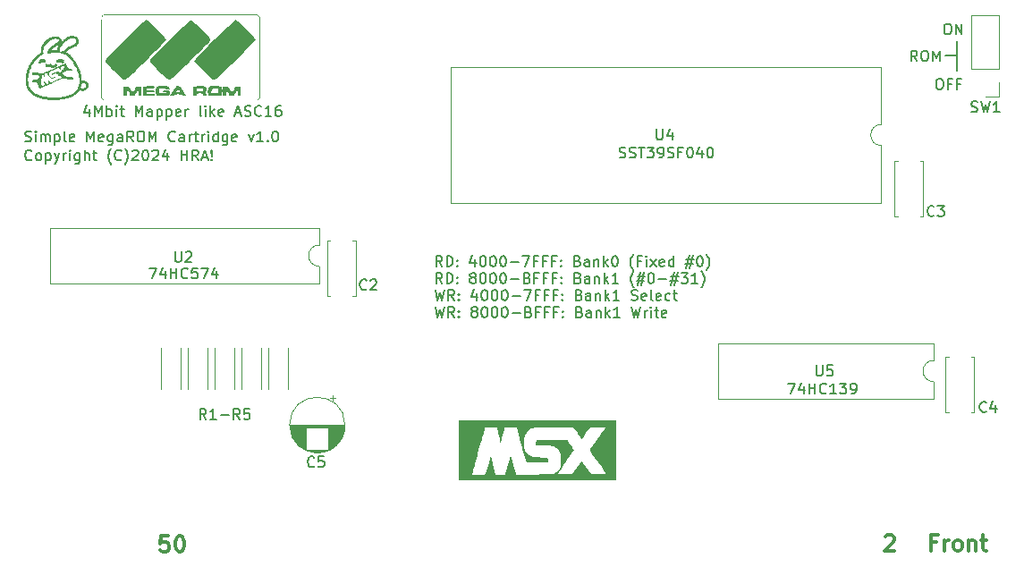
<source format=gto>
G04 #@! TF.GenerationSoftware,KiCad,Pcbnew,7.0.10*
G04 #@! TF.CreationDate,2024-06-01T12:23:42+09:00*
G04 #@! TF.ProjectId,simple_megarom_cartridge,73696d70-6c65-45f6-9d65-6761726f6d5f,rev?*
G04 #@! TF.SameCoordinates,Original*
G04 #@! TF.FileFunction,Legend,Top*
G04 #@! TF.FilePolarity,Positive*
%FSLAX46Y46*%
G04 Gerber Fmt 4.6, Leading zero omitted, Abs format (unit mm)*
G04 Created by KiCad (PCBNEW 7.0.10) date 2024-06-01 12:23:42*
%MOMM*%
%LPD*%
G01*
G04 APERTURE LIST*
%ADD10C,0.150000*%
%ADD11C,0.300000*%
%ADD12C,0.120000*%
G04 APERTURE END LIST*
D10*
X140678000Y-55334000D02*
X140678000Y-53937000D01*
X140678000Y-55334000D02*
X139535000Y-55334000D01*
X140678000Y-56731000D02*
X140678000Y-55334000D01*
X138919255Y-57505819D02*
X139109731Y-57505819D01*
X139109731Y-57505819D02*
X139204969Y-57553438D01*
X139204969Y-57553438D02*
X139300207Y-57648676D01*
X139300207Y-57648676D02*
X139347826Y-57839152D01*
X139347826Y-57839152D02*
X139347826Y-58172485D01*
X139347826Y-58172485D02*
X139300207Y-58362961D01*
X139300207Y-58362961D02*
X139204969Y-58458200D01*
X139204969Y-58458200D02*
X139109731Y-58505819D01*
X139109731Y-58505819D02*
X138919255Y-58505819D01*
X138919255Y-58505819D02*
X138824017Y-58458200D01*
X138824017Y-58458200D02*
X138728779Y-58362961D01*
X138728779Y-58362961D02*
X138681160Y-58172485D01*
X138681160Y-58172485D02*
X138681160Y-57839152D01*
X138681160Y-57839152D02*
X138728779Y-57648676D01*
X138728779Y-57648676D02*
X138824017Y-57553438D01*
X138824017Y-57553438D02*
X138919255Y-57505819D01*
X140109731Y-57982009D02*
X139776398Y-57982009D01*
X139776398Y-58505819D02*
X139776398Y-57505819D01*
X139776398Y-57505819D02*
X140252588Y-57505819D01*
X140966874Y-57982009D02*
X140633541Y-57982009D01*
X140633541Y-58505819D02*
X140633541Y-57505819D01*
X140633541Y-57505819D02*
X141109731Y-57505819D01*
X64211541Y-75412819D02*
X64878207Y-75412819D01*
X64878207Y-75412819D02*
X64449636Y-76412819D01*
X65687731Y-75746152D02*
X65687731Y-76412819D01*
X65449636Y-75365200D02*
X65211541Y-76079485D01*
X65211541Y-76079485D02*
X65830588Y-76079485D01*
X66211541Y-76412819D02*
X66211541Y-75412819D01*
X66211541Y-75889009D02*
X66782969Y-75889009D01*
X66782969Y-76412819D02*
X66782969Y-75412819D01*
X67830588Y-76317580D02*
X67782969Y-76365200D01*
X67782969Y-76365200D02*
X67640112Y-76412819D01*
X67640112Y-76412819D02*
X67544874Y-76412819D01*
X67544874Y-76412819D02*
X67402017Y-76365200D01*
X67402017Y-76365200D02*
X67306779Y-76269961D01*
X67306779Y-76269961D02*
X67259160Y-76174723D01*
X67259160Y-76174723D02*
X67211541Y-75984247D01*
X67211541Y-75984247D02*
X67211541Y-75841390D01*
X67211541Y-75841390D02*
X67259160Y-75650914D01*
X67259160Y-75650914D02*
X67306779Y-75555676D01*
X67306779Y-75555676D02*
X67402017Y-75460438D01*
X67402017Y-75460438D02*
X67544874Y-75412819D01*
X67544874Y-75412819D02*
X67640112Y-75412819D01*
X67640112Y-75412819D02*
X67782969Y-75460438D01*
X67782969Y-75460438D02*
X67830588Y-75508057D01*
X68735350Y-75412819D02*
X68259160Y-75412819D01*
X68259160Y-75412819D02*
X68211541Y-75889009D01*
X68211541Y-75889009D02*
X68259160Y-75841390D01*
X68259160Y-75841390D02*
X68354398Y-75793771D01*
X68354398Y-75793771D02*
X68592493Y-75793771D01*
X68592493Y-75793771D02*
X68687731Y-75841390D01*
X68687731Y-75841390D02*
X68735350Y-75889009D01*
X68735350Y-75889009D02*
X68782969Y-75984247D01*
X68782969Y-75984247D02*
X68782969Y-76222342D01*
X68782969Y-76222342D02*
X68735350Y-76317580D01*
X68735350Y-76317580D02*
X68687731Y-76365200D01*
X68687731Y-76365200D02*
X68592493Y-76412819D01*
X68592493Y-76412819D02*
X68354398Y-76412819D01*
X68354398Y-76412819D02*
X68259160Y-76365200D01*
X68259160Y-76365200D02*
X68211541Y-76317580D01*
X69116303Y-75412819D02*
X69782969Y-75412819D01*
X69782969Y-75412819D02*
X69354398Y-76412819D01*
X70592493Y-75746152D02*
X70592493Y-76412819D01*
X70354398Y-75365200D02*
X70116303Y-76079485D01*
X70116303Y-76079485D02*
X70735350Y-76079485D01*
X91929207Y-75265819D02*
X91595874Y-74789628D01*
X91357779Y-75265819D02*
X91357779Y-74265819D01*
X91357779Y-74265819D02*
X91738731Y-74265819D01*
X91738731Y-74265819D02*
X91833969Y-74313438D01*
X91833969Y-74313438D02*
X91881588Y-74361057D01*
X91881588Y-74361057D02*
X91929207Y-74456295D01*
X91929207Y-74456295D02*
X91929207Y-74599152D01*
X91929207Y-74599152D02*
X91881588Y-74694390D01*
X91881588Y-74694390D02*
X91833969Y-74742009D01*
X91833969Y-74742009D02*
X91738731Y-74789628D01*
X91738731Y-74789628D02*
X91357779Y-74789628D01*
X92357779Y-75265819D02*
X92357779Y-74265819D01*
X92357779Y-74265819D02*
X92595874Y-74265819D01*
X92595874Y-74265819D02*
X92738731Y-74313438D01*
X92738731Y-74313438D02*
X92833969Y-74408676D01*
X92833969Y-74408676D02*
X92881588Y-74503914D01*
X92881588Y-74503914D02*
X92929207Y-74694390D01*
X92929207Y-74694390D02*
X92929207Y-74837247D01*
X92929207Y-74837247D02*
X92881588Y-75027723D01*
X92881588Y-75027723D02*
X92833969Y-75122961D01*
X92833969Y-75122961D02*
X92738731Y-75218200D01*
X92738731Y-75218200D02*
X92595874Y-75265819D01*
X92595874Y-75265819D02*
X92357779Y-75265819D01*
X93357779Y-75170580D02*
X93405398Y-75218200D01*
X93405398Y-75218200D02*
X93357779Y-75265819D01*
X93357779Y-75265819D02*
X93310160Y-75218200D01*
X93310160Y-75218200D02*
X93357779Y-75170580D01*
X93357779Y-75170580D02*
X93357779Y-75265819D01*
X93357779Y-74646771D02*
X93405398Y-74694390D01*
X93405398Y-74694390D02*
X93357779Y-74742009D01*
X93357779Y-74742009D02*
X93310160Y-74694390D01*
X93310160Y-74694390D02*
X93357779Y-74646771D01*
X93357779Y-74646771D02*
X93357779Y-74742009D01*
X95024445Y-74599152D02*
X95024445Y-75265819D01*
X94786350Y-74218200D02*
X94548255Y-74932485D01*
X94548255Y-74932485D02*
X95167302Y-74932485D01*
X95738731Y-74265819D02*
X95833969Y-74265819D01*
X95833969Y-74265819D02*
X95929207Y-74313438D01*
X95929207Y-74313438D02*
X95976826Y-74361057D01*
X95976826Y-74361057D02*
X96024445Y-74456295D01*
X96024445Y-74456295D02*
X96072064Y-74646771D01*
X96072064Y-74646771D02*
X96072064Y-74884866D01*
X96072064Y-74884866D02*
X96024445Y-75075342D01*
X96024445Y-75075342D02*
X95976826Y-75170580D01*
X95976826Y-75170580D02*
X95929207Y-75218200D01*
X95929207Y-75218200D02*
X95833969Y-75265819D01*
X95833969Y-75265819D02*
X95738731Y-75265819D01*
X95738731Y-75265819D02*
X95643493Y-75218200D01*
X95643493Y-75218200D02*
X95595874Y-75170580D01*
X95595874Y-75170580D02*
X95548255Y-75075342D01*
X95548255Y-75075342D02*
X95500636Y-74884866D01*
X95500636Y-74884866D02*
X95500636Y-74646771D01*
X95500636Y-74646771D02*
X95548255Y-74456295D01*
X95548255Y-74456295D02*
X95595874Y-74361057D01*
X95595874Y-74361057D02*
X95643493Y-74313438D01*
X95643493Y-74313438D02*
X95738731Y-74265819D01*
X96691112Y-74265819D02*
X96786350Y-74265819D01*
X96786350Y-74265819D02*
X96881588Y-74313438D01*
X96881588Y-74313438D02*
X96929207Y-74361057D01*
X96929207Y-74361057D02*
X96976826Y-74456295D01*
X96976826Y-74456295D02*
X97024445Y-74646771D01*
X97024445Y-74646771D02*
X97024445Y-74884866D01*
X97024445Y-74884866D02*
X96976826Y-75075342D01*
X96976826Y-75075342D02*
X96929207Y-75170580D01*
X96929207Y-75170580D02*
X96881588Y-75218200D01*
X96881588Y-75218200D02*
X96786350Y-75265819D01*
X96786350Y-75265819D02*
X96691112Y-75265819D01*
X96691112Y-75265819D02*
X96595874Y-75218200D01*
X96595874Y-75218200D02*
X96548255Y-75170580D01*
X96548255Y-75170580D02*
X96500636Y-75075342D01*
X96500636Y-75075342D02*
X96453017Y-74884866D01*
X96453017Y-74884866D02*
X96453017Y-74646771D01*
X96453017Y-74646771D02*
X96500636Y-74456295D01*
X96500636Y-74456295D02*
X96548255Y-74361057D01*
X96548255Y-74361057D02*
X96595874Y-74313438D01*
X96595874Y-74313438D02*
X96691112Y-74265819D01*
X97643493Y-74265819D02*
X97738731Y-74265819D01*
X97738731Y-74265819D02*
X97833969Y-74313438D01*
X97833969Y-74313438D02*
X97881588Y-74361057D01*
X97881588Y-74361057D02*
X97929207Y-74456295D01*
X97929207Y-74456295D02*
X97976826Y-74646771D01*
X97976826Y-74646771D02*
X97976826Y-74884866D01*
X97976826Y-74884866D02*
X97929207Y-75075342D01*
X97929207Y-75075342D02*
X97881588Y-75170580D01*
X97881588Y-75170580D02*
X97833969Y-75218200D01*
X97833969Y-75218200D02*
X97738731Y-75265819D01*
X97738731Y-75265819D02*
X97643493Y-75265819D01*
X97643493Y-75265819D02*
X97548255Y-75218200D01*
X97548255Y-75218200D02*
X97500636Y-75170580D01*
X97500636Y-75170580D02*
X97453017Y-75075342D01*
X97453017Y-75075342D02*
X97405398Y-74884866D01*
X97405398Y-74884866D02*
X97405398Y-74646771D01*
X97405398Y-74646771D02*
X97453017Y-74456295D01*
X97453017Y-74456295D02*
X97500636Y-74361057D01*
X97500636Y-74361057D02*
X97548255Y-74313438D01*
X97548255Y-74313438D02*
X97643493Y-74265819D01*
X98405398Y-74884866D02*
X99167303Y-74884866D01*
X99548255Y-74265819D02*
X100214921Y-74265819D01*
X100214921Y-74265819D02*
X99786350Y-75265819D01*
X100929207Y-74742009D02*
X100595874Y-74742009D01*
X100595874Y-75265819D02*
X100595874Y-74265819D01*
X100595874Y-74265819D02*
X101072064Y-74265819D01*
X101786350Y-74742009D02*
X101453017Y-74742009D01*
X101453017Y-75265819D02*
X101453017Y-74265819D01*
X101453017Y-74265819D02*
X101929207Y-74265819D01*
X102643493Y-74742009D02*
X102310160Y-74742009D01*
X102310160Y-75265819D02*
X102310160Y-74265819D01*
X102310160Y-74265819D02*
X102786350Y-74265819D01*
X103167303Y-75170580D02*
X103214922Y-75218200D01*
X103214922Y-75218200D02*
X103167303Y-75265819D01*
X103167303Y-75265819D02*
X103119684Y-75218200D01*
X103119684Y-75218200D02*
X103167303Y-75170580D01*
X103167303Y-75170580D02*
X103167303Y-75265819D01*
X103167303Y-74646771D02*
X103214922Y-74694390D01*
X103214922Y-74694390D02*
X103167303Y-74742009D01*
X103167303Y-74742009D02*
X103119684Y-74694390D01*
X103119684Y-74694390D02*
X103167303Y-74646771D01*
X103167303Y-74646771D02*
X103167303Y-74742009D01*
X104738731Y-74742009D02*
X104881588Y-74789628D01*
X104881588Y-74789628D02*
X104929207Y-74837247D01*
X104929207Y-74837247D02*
X104976826Y-74932485D01*
X104976826Y-74932485D02*
X104976826Y-75075342D01*
X104976826Y-75075342D02*
X104929207Y-75170580D01*
X104929207Y-75170580D02*
X104881588Y-75218200D01*
X104881588Y-75218200D02*
X104786350Y-75265819D01*
X104786350Y-75265819D02*
X104405398Y-75265819D01*
X104405398Y-75265819D02*
X104405398Y-74265819D01*
X104405398Y-74265819D02*
X104738731Y-74265819D01*
X104738731Y-74265819D02*
X104833969Y-74313438D01*
X104833969Y-74313438D02*
X104881588Y-74361057D01*
X104881588Y-74361057D02*
X104929207Y-74456295D01*
X104929207Y-74456295D02*
X104929207Y-74551533D01*
X104929207Y-74551533D02*
X104881588Y-74646771D01*
X104881588Y-74646771D02*
X104833969Y-74694390D01*
X104833969Y-74694390D02*
X104738731Y-74742009D01*
X104738731Y-74742009D02*
X104405398Y-74742009D01*
X105833969Y-75265819D02*
X105833969Y-74742009D01*
X105833969Y-74742009D02*
X105786350Y-74646771D01*
X105786350Y-74646771D02*
X105691112Y-74599152D01*
X105691112Y-74599152D02*
X105500636Y-74599152D01*
X105500636Y-74599152D02*
X105405398Y-74646771D01*
X105833969Y-75218200D02*
X105738731Y-75265819D01*
X105738731Y-75265819D02*
X105500636Y-75265819D01*
X105500636Y-75265819D02*
X105405398Y-75218200D01*
X105405398Y-75218200D02*
X105357779Y-75122961D01*
X105357779Y-75122961D02*
X105357779Y-75027723D01*
X105357779Y-75027723D02*
X105405398Y-74932485D01*
X105405398Y-74932485D02*
X105500636Y-74884866D01*
X105500636Y-74884866D02*
X105738731Y-74884866D01*
X105738731Y-74884866D02*
X105833969Y-74837247D01*
X106310160Y-74599152D02*
X106310160Y-75265819D01*
X106310160Y-74694390D02*
X106357779Y-74646771D01*
X106357779Y-74646771D02*
X106453017Y-74599152D01*
X106453017Y-74599152D02*
X106595874Y-74599152D01*
X106595874Y-74599152D02*
X106691112Y-74646771D01*
X106691112Y-74646771D02*
X106738731Y-74742009D01*
X106738731Y-74742009D02*
X106738731Y-75265819D01*
X107214922Y-75265819D02*
X107214922Y-74265819D01*
X107310160Y-74884866D02*
X107595874Y-75265819D01*
X107595874Y-74599152D02*
X107214922Y-74980104D01*
X108214922Y-74265819D02*
X108310160Y-74265819D01*
X108310160Y-74265819D02*
X108405398Y-74313438D01*
X108405398Y-74313438D02*
X108453017Y-74361057D01*
X108453017Y-74361057D02*
X108500636Y-74456295D01*
X108500636Y-74456295D02*
X108548255Y-74646771D01*
X108548255Y-74646771D02*
X108548255Y-74884866D01*
X108548255Y-74884866D02*
X108500636Y-75075342D01*
X108500636Y-75075342D02*
X108453017Y-75170580D01*
X108453017Y-75170580D02*
X108405398Y-75218200D01*
X108405398Y-75218200D02*
X108310160Y-75265819D01*
X108310160Y-75265819D02*
X108214922Y-75265819D01*
X108214922Y-75265819D02*
X108119684Y-75218200D01*
X108119684Y-75218200D02*
X108072065Y-75170580D01*
X108072065Y-75170580D02*
X108024446Y-75075342D01*
X108024446Y-75075342D02*
X107976827Y-74884866D01*
X107976827Y-74884866D02*
X107976827Y-74646771D01*
X107976827Y-74646771D02*
X108024446Y-74456295D01*
X108024446Y-74456295D02*
X108072065Y-74361057D01*
X108072065Y-74361057D02*
X108119684Y-74313438D01*
X108119684Y-74313438D02*
X108214922Y-74265819D01*
X110024446Y-75646771D02*
X109976827Y-75599152D01*
X109976827Y-75599152D02*
X109881589Y-75456295D01*
X109881589Y-75456295D02*
X109833970Y-75361057D01*
X109833970Y-75361057D02*
X109786351Y-75218200D01*
X109786351Y-75218200D02*
X109738732Y-74980104D01*
X109738732Y-74980104D02*
X109738732Y-74789628D01*
X109738732Y-74789628D02*
X109786351Y-74551533D01*
X109786351Y-74551533D02*
X109833970Y-74408676D01*
X109833970Y-74408676D02*
X109881589Y-74313438D01*
X109881589Y-74313438D02*
X109976827Y-74170580D01*
X109976827Y-74170580D02*
X110024446Y-74122961D01*
X110738732Y-74742009D02*
X110405399Y-74742009D01*
X110405399Y-75265819D02*
X110405399Y-74265819D01*
X110405399Y-74265819D02*
X110881589Y-74265819D01*
X111262542Y-75265819D02*
X111262542Y-74599152D01*
X111262542Y-74265819D02*
X111214923Y-74313438D01*
X111214923Y-74313438D02*
X111262542Y-74361057D01*
X111262542Y-74361057D02*
X111310161Y-74313438D01*
X111310161Y-74313438D02*
X111262542Y-74265819D01*
X111262542Y-74265819D02*
X111262542Y-74361057D01*
X111643494Y-75265819D02*
X112167303Y-74599152D01*
X111643494Y-74599152D02*
X112167303Y-75265819D01*
X112929208Y-75218200D02*
X112833970Y-75265819D01*
X112833970Y-75265819D02*
X112643494Y-75265819D01*
X112643494Y-75265819D02*
X112548256Y-75218200D01*
X112548256Y-75218200D02*
X112500637Y-75122961D01*
X112500637Y-75122961D02*
X112500637Y-74742009D01*
X112500637Y-74742009D02*
X112548256Y-74646771D01*
X112548256Y-74646771D02*
X112643494Y-74599152D01*
X112643494Y-74599152D02*
X112833970Y-74599152D01*
X112833970Y-74599152D02*
X112929208Y-74646771D01*
X112929208Y-74646771D02*
X112976827Y-74742009D01*
X112976827Y-74742009D02*
X112976827Y-74837247D01*
X112976827Y-74837247D02*
X112500637Y-74932485D01*
X113833970Y-75265819D02*
X113833970Y-74265819D01*
X113833970Y-75218200D02*
X113738732Y-75265819D01*
X113738732Y-75265819D02*
X113548256Y-75265819D01*
X113548256Y-75265819D02*
X113453018Y-75218200D01*
X113453018Y-75218200D02*
X113405399Y-75170580D01*
X113405399Y-75170580D02*
X113357780Y-75075342D01*
X113357780Y-75075342D02*
X113357780Y-74789628D01*
X113357780Y-74789628D02*
X113405399Y-74694390D01*
X113405399Y-74694390D02*
X113453018Y-74646771D01*
X113453018Y-74646771D02*
X113548256Y-74599152D01*
X113548256Y-74599152D02*
X113738732Y-74599152D01*
X113738732Y-74599152D02*
X113833970Y-74646771D01*
X115024447Y-74599152D02*
X115738732Y-74599152D01*
X115310161Y-74170580D02*
X115024447Y-75456295D01*
X115643494Y-75027723D02*
X114929209Y-75027723D01*
X115357780Y-75456295D02*
X115643494Y-74170580D01*
X116262542Y-74265819D02*
X116357780Y-74265819D01*
X116357780Y-74265819D02*
X116453018Y-74313438D01*
X116453018Y-74313438D02*
X116500637Y-74361057D01*
X116500637Y-74361057D02*
X116548256Y-74456295D01*
X116548256Y-74456295D02*
X116595875Y-74646771D01*
X116595875Y-74646771D02*
X116595875Y-74884866D01*
X116595875Y-74884866D02*
X116548256Y-75075342D01*
X116548256Y-75075342D02*
X116500637Y-75170580D01*
X116500637Y-75170580D02*
X116453018Y-75218200D01*
X116453018Y-75218200D02*
X116357780Y-75265819D01*
X116357780Y-75265819D02*
X116262542Y-75265819D01*
X116262542Y-75265819D02*
X116167304Y-75218200D01*
X116167304Y-75218200D02*
X116119685Y-75170580D01*
X116119685Y-75170580D02*
X116072066Y-75075342D01*
X116072066Y-75075342D02*
X116024447Y-74884866D01*
X116024447Y-74884866D02*
X116024447Y-74646771D01*
X116024447Y-74646771D02*
X116072066Y-74456295D01*
X116072066Y-74456295D02*
X116119685Y-74361057D01*
X116119685Y-74361057D02*
X116167304Y-74313438D01*
X116167304Y-74313438D02*
X116262542Y-74265819D01*
X116929209Y-75646771D02*
X116976828Y-75599152D01*
X116976828Y-75599152D02*
X117072066Y-75456295D01*
X117072066Y-75456295D02*
X117119685Y-75361057D01*
X117119685Y-75361057D02*
X117167304Y-75218200D01*
X117167304Y-75218200D02*
X117214923Y-74980104D01*
X117214923Y-74980104D02*
X117214923Y-74789628D01*
X117214923Y-74789628D02*
X117167304Y-74551533D01*
X117167304Y-74551533D02*
X117119685Y-74408676D01*
X117119685Y-74408676D02*
X117072066Y-74313438D01*
X117072066Y-74313438D02*
X116976828Y-74170580D01*
X116976828Y-74170580D02*
X116929209Y-74122961D01*
X91929207Y-76875819D02*
X91595874Y-76399628D01*
X91357779Y-76875819D02*
X91357779Y-75875819D01*
X91357779Y-75875819D02*
X91738731Y-75875819D01*
X91738731Y-75875819D02*
X91833969Y-75923438D01*
X91833969Y-75923438D02*
X91881588Y-75971057D01*
X91881588Y-75971057D02*
X91929207Y-76066295D01*
X91929207Y-76066295D02*
X91929207Y-76209152D01*
X91929207Y-76209152D02*
X91881588Y-76304390D01*
X91881588Y-76304390D02*
X91833969Y-76352009D01*
X91833969Y-76352009D02*
X91738731Y-76399628D01*
X91738731Y-76399628D02*
X91357779Y-76399628D01*
X92357779Y-76875819D02*
X92357779Y-75875819D01*
X92357779Y-75875819D02*
X92595874Y-75875819D01*
X92595874Y-75875819D02*
X92738731Y-75923438D01*
X92738731Y-75923438D02*
X92833969Y-76018676D01*
X92833969Y-76018676D02*
X92881588Y-76113914D01*
X92881588Y-76113914D02*
X92929207Y-76304390D01*
X92929207Y-76304390D02*
X92929207Y-76447247D01*
X92929207Y-76447247D02*
X92881588Y-76637723D01*
X92881588Y-76637723D02*
X92833969Y-76732961D01*
X92833969Y-76732961D02*
X92738731Y-76828200D01*
X92738731Y-76828200D02*
X92595874Y-76875819D01*
X92595874Y-76875819D02*
X92357779Y-76875819D01*
X93357779Y-76780580D02*
X93405398Y-76828200D01*
X93405398Y-76828200D02*
X93357779Y-76875819D01*
X93357779Y-76875819D02*
X93310160Y-76828200D01*
X93310160Y-76828200D02*
X93357779Y-76780580D01*
X93357779Y-76780580D02*
X93357779Y-76875819D01*
X93357779Y-76256771D02*
X93405398Y-76304390D01*
X93405398Y-76304390D02*
X93357779Y-76352009D01*
X93357779Y-76352009D02*
X93310160Y-76304390D01*
X93310160Y-76304390D02*
X93357779Y-76256771D01*
X93357779Y-76256771D02*
X93357779Y-76352009D01*
X94738731Y-76304390D02*
X94643493Y-76256771D01*
X94643493Y-76256771D02*
X94595874Y-76209152D01*
X94595874Y-76209152D02*
X94548255Y-76113914D01*
X94548255Y-76113914D02*
X94548255Y-76066295D01*
X94548255Y-76066295D02*
X94595874Y-75971057D01*
X94595874Y-75971057D02*
X94643493Y-75923438D01*
X94643493Y-75923438D02*
X94738731Y-75875819D01*
X94738731Y-75875819D02*
X94929207Y-75875819D01*
X94929207Y-75875819D02*
X95024445Y-75923438D01*
X95024445Y-75923438D02*
X95072064Y-75971057D01*
X95072064Y-75971057D02*
X95119683Y-76066295D01*
X95119683Y-76066295D02*
X95119683Y-76113914D01*
X95119683Y-76113914D02*
X95072064Y-76209152D01*
X95072064Y-76209152D02*
X95024445Y-76256771D01*
X95024445Y-76256771D02*
X94929207Y-76304390D01*
X94929207Y-76304390D02*
X94738731Y-76304390D01*
X94738731Y-76304390D02*
X94643493Y-76352009D01*
X94643493Y-76352009D02*
X94595874Y-76399628D01*
X94595874Y-76399628D02*
X94548255Y-76494866D01*
X94548255Y-76494866D02*
X94548255Y-76685342D01*
X94548255Y-76685342D02*
X94595874Y-76780580D01*
X94595874Y-76780580D02*
X94643493Y-76828200D01*
X94643493Y-76828200D02*
X94738731Y-76875819D01*
X94738731Y-76875819D02*
X94929207Y-76875819D01*
X94929207Y-76875819D02*
X95024445Y-76828200D01*
X95024445Y-76828200D02*
X95072064Y-76780580D01*
X95072064Y-76780580D02*
X95119683Y-76685342D01*
X95119683Y-76685342D02*
X95119683Y-76494866D01*
X95119683Y-76494866D02*
X95072064Y-76399628D01*
X95072064Y-76399628D02*
X95024445Y-76352009D01*
X95024445Y-76352009D02*
X94929207Y-76304390D01*
X95738731Y-75875819D02*
X95833969Y-75875819D01*
X95833969Y-75875819D02*
X95929207Y-75923438D01*
X95929207Y-75923438D02*
X95976826Y-75971057D01*
X95976826Y-75971057D02*
X96024445Y-76066295D01*
X96024445Y-76066295D02*
X96072064Y-76256771D01*
X96072064Y-76256771D02*
X96072064Y-76494866D01*
X96072064Y-76494866D02*
X96024445Y-76685342D01*
X96024445Y-76685342D02*
X95976826Y-76780580D01*
X95976826Y-76780580D02*
X95929207Y-76828200D01*
X95929207Y-76828200D02*
X95833969Y-76875819D01*
X95833969Y-76875819D02*
X95738731Y-76875819D01*
X95738731Y-76875819D02*
X95643493Y-76828200D01*
X95643493Y-76828200D02*
X95595874Y-76780580D01*
X95595874Y-76780580D02*
X95548255Y-76685342D01*
X95548255Y-76685342D02*
X95500636Y-76494866D01*
X95500636Y-76494866D02*
X95500636Y-76256771D01*
X95500636Y-76256771D02*
X95548255Y-76066295D01*
X95548255Y-76066295D02*
X95595874Y-75971057D01*
X95595874Y-75971057D02*
X95643493Y-75923438D01*
X95643493Y-75923438D02*
X95738731Y-75875819D01*
X96691112Y-75875819D02*
X96786350Y-75875819D01*
X96786350Y-75875819D02*
X96881588Y-75923438D01*
X96881588Y-75923438D02*
X96929207Y-75971057D01*
X96929207Y-75971057D02*
X96976826Y-76066295D01*
X96976826Y-76066295D02*
X97024445Y-76256771D01*
X97024445Y-76256771D02*
X97024445Y-76494866D01*
X97024445Y-76494866D02*
X96976826Y-76685342D01*
X96976826Y-76685342D02*
X96929207Y-76780580D01*
X96929207Y-76780580D02*
X96881588Y-76828200D01*
X96881588Y-76828200D02*
X96786350Y-76875819D01*
X96786350Y-76875819D02*
X96691112Y-76875819D01*
X96691112Y-76875819D02*
X96595874Y-76828200D01*
X96595874Y-76828200D02*
X96548255Y-76780580D01*
X96548255Y-76780580D02*
X96500636Y-76685342D01*
X96500636Y-76685342D02*
X96453017Y-76494866D01*
X96453017Y-76494866D02*
X96453017Y-76256771D01*
X96453017Y-76256771D02*
X96500636Y-76066295D01*
X96500636Y-76066295D02*
X96548255Y-75971057D01*
X96548255Y-75971057D02*
X96595874Y-75923438D01*
X96595874Y-75923438D02*
X96691112Y-75875819D01*
X97643493Y-75875819D02*
X97738731Y-75875819D01*
X97738731Y-75875819D02*
X97833969Y-75923438D01*
X97833969Y-75923438D02*
X97881588Y-75971057D01*
X97881588Y-75971057D02*
X97929207Y-76066295D01*
X97929207Y-76066295D02*
X97976826Y-76256771D01*
X97976826Y-76256771D02*
X97976826Y-76494866D01*
X97976826Y-76494866D02*
X97929207Y-76685342D01*
X97929207Y-76685342D02*
X97881588Y-76780580D01*
X97881588Y-76780580D02*
X97833969Y-76828200D01*
X97833969Y-76828200D02*
X97738731Y-76875819D01*
X97738731Y-76875819D02*
X97643493Y-76875819D01*
X97643493Y-76875819D02*
X97548255Y-76828200D01*
X97548255Y-76828200D02*
X97500636Y-76780580D01*
X97500636Y-76780580D02*
X97453017Y-76685342D01*
X97453017Y-76685342D02*
X97405398Y-76494866D01*
X97405398Y-76494866D02*
X97405398Y-76256771D01*
X97405398Y-76256771D02*
X97453017Y-76066295D01*
X97453017Y-76066295D02*
X97500636Y-75971057D01*
X97500636Y-75971057D02*
X97548255Y-75923438D01*
X97548255Y-75923438D02*
X97643493Y-75875819D01*
X98405398Y-76494866D02*
X99167303Y-76494866D01*
X99976826Y-76352009D02*
X100119683Y-76399628D01*
X100119683Y-76399628D02*
X100167302Y-76447247D01*
X100167302Y-76447247D02*
X100214921Y-76542485D01*
X100214921Y-76542485D02*
X100214921Y-76685342D01*
X100214921Y-76685342D02*
X100167302Y-76780580D01*
X100167302Y-76780580D02*
X100119683Y-76828200D01*
X100119683Y-76828200D02*
X100024445Y-76875819D01*
X100024445Y-76875819D02*
X99643493Y-76875819D01*
X99643493Y-76875819D02*
X99643493Y-75875819D01*
X99643493Y-75875819D02*
X99976826Y-75875819D01*
X99976826Y-75875819D02*
X100072064Y-75923438D01*
X100072064Y-75923438D02*
X100119683Y-75971057D01*
X100119683Y-75971057D02*
X100167302Y-76066295D01*
X100167302Y-76066295D02*
X100167302Y-76161533D01*
X100167302Y-76161533D02*
X100119683Y-76256771D01*
X100119683Y-76256771D02*
X100072064Y-76304390D01*
X100072064Y-76304390D02*
X99976826Y-76352009D01*
X99976826Y-76352009D02*
X99643493Y-76352009D01*
X100976826Y-76352009D02*
X100643493Y-76352009D01*
X100643493Y-76875819D02*
X100643493Y-75875819D01*
X100643493Y-75875819D02*
X101119683Y-75875819D01*
X101833969Y-76352009D02*
X101500636Y-76352009D01*
X101500636Y-76875819D02*
X101500636Y-75875819D01*
X101500636Y-75875819D02*
X101976826Y-75875819D01*
X102691112Y-76352009D02*
X102357779Y-76352009D01*
X102357779Y-76875819D02*
X102357779Y-75875819D01*
X102357779Y-75875819D02*
X102833969Y-75875819D01*
X103214922Y-76780580D02*
X103262541Y-76828200D01*
X103262541Y-76828200D02*
X103214922Y-76875819D01*
X103214922Y-76875819D02*
X103167303Y-76828200D01*
X103167303Y-76828200D02*
X103214922Y-76780580D01*
X103214922Y-76780580D02*
X103214922Y-76875819D01*
X103214922Y-76256771D02*
X103262541Y-76304390D01*
X103262541Y-76304390D02*
X103214922Y-76352009D01*
X103214922Y-76352009D02*
X103167303Y-76304390D01*
X103167303Y-76304390D02*
X103214922Y-76256771D01*
X103214922Y-76256771D02*
X103214922Y-76352009D01*
X104786350Y-76352009D02*
X104929207Y-76399628D01*
X104929207Y-76399628D02*
X104976826Y-76447247D01*
X104976826Y-76447247D02*
X105024445Y-76542485D01*
X105024445Y-76542485D02*
X105024445Y-76685342D01*
X105024445Y-76685342D02*
X104976826Y-76780580D01*
X104976826Y-76780580D02*
X104929207Y-76828200D01*
X104929207Y-76828200D02*
X104833969Y-76875819D01*
X104833969Y-76875819D02*
X104453017Y-76875819D01*
X104453017Y-76875819D02*
X104453017Y-75875819D01*
X104453017Y-75875819D02*
X104786350Y-75875819D01*
X104786350Y-75875819D02*
X104881588Y-75923438D01*
X104881588Y-75923438D02*
X104929207Y-75971057D01*
X104929207Y-75971057D02*
X104976826Y-76066295D01*
X104976826Y-76066295D02*
X104976826Y-76161533D01*
X104976826Y-76161533D02*
X104929207Y-76256771D01*
X104929207Y-76256771D02*
X104881588Y-76304390D01*
X104881588Y-76304390D02*
X104786350Y-76352009D01*
X104786350Y-76352009D02*
X104453017Y-76352009D01*
X105881588Y-76875819D02*
X105881588Y-76352009D01*
X105881588Y-76352009D02*
X105833969Y-76256771D01*
X105833969Y-76256771D02*
X105738731Y-76209152D01*
X105738731Y-76209152D02*
X105548255Y-76209152D01*
X105548255Y-76209152D02*
X105453017Y-76256771D01*
X105881588Y-76828200D02*
X105786350Y-76875819D01*
X105786350Y-76875819D02*
X105548255Y-76875819D01*
X105548255Y-76875819D02*
X105453017Y-76828200D01*
X105453017Y-76828200D02*
X105405398Y-76732961D01*
X105405398Y-76732961D02*
X105405398Y-76637723D01*
X105405398Y-76637723D02*
X105453017Y-76542485D01*
X105453017Y-76542485D02*
X105548255Y-76494866D01*
X105548255Y-76494866D02*
X105786350Y-76494866D01*
X105786350Y-76494866D02*
X105881588Y-76447247D01*
X106357779Y-76209152D02*
X106357779Y-76875819D01*
X106357779Y-76304390D02*
X106405398Y-76256771D01*
X106405398Y-76256771D02*
X106500636Y-76209152D01*
X106500636Y-76209152D02*
X106643493Y-76209152D01*
X106643493Y-76209152D02*
X106738731Y-76256771D01*
X106738731Y-76256771D02*
X106786350Y-76352009D01*
X106786350Y-76352009D02*
X106786350Y-76875819D01*
X107262541Y-76875819D02*
X107262541Y-75875819D01*
X107357779Y-76494866D02*
X107643493Y-76875819D01*
X107643493Y-76209152D02*
X107262541Y-76590104D01*
X108595874Y-76875819D02*
X108024446Y-76875819D01*
X108310160Y-76875819D02*
X108310160Y-75875819D01*
X108310160Y-75875819D02*
X108214922Y-76018676D01*
X108214922Y-76018676D02*
X108119684Y-76113914D01*
X108119684Y-76113914D02*
X108024446Y-76161533D01*
X110072065Y-77256771D02*
X110024446Y-77209152D01*
X110024446Y-77209152D02*
X109929208Y-77066295D01*
X109929208Y-77066295D02*
X109881589Y-76971057D01*
X109881589Y-76971057D02*
X109833970Y-76828200D01*
X109833970Y-76828200D02*
X109786351Y-76590104D01*
X109786351Y-76590104D02*
X109786351Y-76399628D01*
X109786351Y-76399628D02*
X109833970Y-76161533D01*
X109833970Y-76161533D02*
X109881589Y-76018676D01*
X109881589Y-76018676D02*
X109929208Y-75923438D01*
X109929208Y-75923438D02*
X110024446Y-75780580D01*
X110024446Y-75780580D02*
X110072065Y-75732961D01*
X110405399Y-76209152D02*
X111119684Y-76209152D01*
X110691113Y-75780580D02*
X110405399Y-77066295D01*
X111024446Y-76637723D02*
X110310161Y-76637723D01*
X110738732Y-77066295D02*
X111024446Y-75780580D01*
X111643494Y-75875819D02*
X111738732Y-75875819D01*
X111738732Y-75875819D02*
X111833970Y-75923438D01*
X111833970Y-75923438D02*
X111881589Y-75971057D01*
X111881589Y-75971057D02*
X111929208Y-76066295D01*
X111929208Y-76066295D02*
X111976827Y-76256771D01*
X111976827Y-76256771D02*
X111976827Y-76494866D01*
X111976827Y-76494866D02*
X111929208Y-76685342D01*
X111929208Y-76685342D02*
X111881589Y-76780580D01*
X111881589Y-76780580D02*
X111833970Y-76828200D01*
X111833970Y-76828200D02*
X111738732Y-76875819D01*
X111738732Y-76875819D02*
X111643494Y-76875819D01*
X111643494Y-76875819D02*
X111548256Y-76828200D01*
X111548256Y-76828200D02*
X111500637Y-76780580D01*
X111500637Y-76780580D02*
X111453018Y-76685342D01*
X111453018Y-76685342D02*
X111405399Y-76494866D01*
X111405399Y-76494866D02*
X111405399Y-76256771D01*
X111405399Y-76256771D02*
X111453018Y-76066295D01*
X111453018Y-76066295D02*
X111500637Y-75971057D01*
X111500637Y-75971057D02*
X111548256Y-75923438D01*
X111548256Y-75923438D02*
X111643494Y-75875819D01*
X112405399Y-76494866D02*
X113167304Y-76494866D01*
X113595875Y-76209152D02*
X114310160Y-76209152D01*
X113881589Y-75780580D02*
X113595875Y-77066295D01*
X114214922Y-76637723D02*
X113500637Y-76637723D01*
X113929208Y-77066295D02*
X114214922Y-75780580D01*
X114548256Y-75875819D02*
X115167303Y-75875819D01*
X115167303Y-75875819D02*
X114833970Y-76256771D01*
X114833970Y-76256771D02*
X114976827Y-76256771D01*
X114976827Y-76256771D02*
X115072065Y-76304390D01*
X115072065Y-76304390D02*
X115119684Y-76352009D01*
X115119684Y-76352009D02*
X115167303Y-76447247D01*
X115167303Y-76447247D02*
X115167303Y-76685342D01*
X115167303Y-76685342D02*
X115119684Y-76780580D01*
X115119684Y-76780580D02*
X115072065Y-76828200D01*
X115072065Y-76828200D02*
X114976827Y-76875819D01*
X114976827Y-76875819D02*
X114691113Y-76875819D01*
X114691113Y-76875819D02*
X114595875Y-76828200D01*
X114595875Y-76828200D02*
X114548256Y-76780580D01*
X116119684Y-76875819D02*
X115548256Y-76875819D01*
X115833970Y-76875819D02*
X115833970Y-75875819D01*
X115833970Y-75875819D02*
X115738732Y-76018676D01*
X115738732Y-76018676D02*
X115643494Y-76113914D01*
X115643494Y-76113914D02*
X115548256Y-76161533D01*
X116453018Y-77256771D02*
X116500637Y-77209152D01*
X116500637Y-77209152D02*
X116595875Y-77066295D01*
X116595875Y-77066295D02*
X116643494Y-76971057D01*
X116643494Y-76971057D02*
X116691113Y-76828200D01*
X116691113Y-76828200D02*
X116738732Y-76590104D01*
X116738732Y-76590104D02*
X116738732Y-76399628D01*
X116738732Y-76399628D02*
X116691113Y-76161533D01*
X116691113Y-76161533D02*
X116643494Y-76018676D01*
X116643494Y-76018676D02*
X116595875Y-75923438D01*
X116595875Y-75923438D02*
X116500637Y-75780580D01*
X116500637Y-75780580D02*
X116453018Y-75732961D01*
X91262541Y-77485819D02*
X91500636Y-78485819D01*
X91500636Y-78485819D02*
X91691112Y-77771533D01*
X91691112Y-77771533D02*
X91881588Y-78485819D01*
X91881588Y-78485819D02*
X92119684Y-77485819D01*
X93072064Y-78485819D02*
X92738731Y-78009628D01*
X92500636Y-78485819D02*
X92500636Y-77485819D01*
X92500636Y-77485819D02*
X92881588Y-77485819D01*
X92881588Y-77485819D02*
X92976826Y-77533438D01*
X92976826Y-77533438D02*
X93024445Y-77581057D01*
X93024445Y-77581057D02*
X93072064Y-77676295D01*
X93072064Y-77676295D02*
X93072064Y-77819152D01*
X93072064Y-77819152D02*
X93024445Y-77914390D01*
X93024445Y-77914390D02*
X92976826Y-77962009D01*
X92976826Y-77962009D02*
X92881588Y-78009628D01*
X92881588Y-78009628D02*
X92500636Y-78009628D01*
X93500636Y-78390580D02*
X93548255Y-78438200D01*
X93548255Y-78438200D02*
X93500636Y-78485819D01*
X93500636Y-78485819D02*
X93453017Y-78438200D01*
X93453017Y-78438200D02*
X93500636Y-78390580D01*
X93500636Y-78390580D02*
X93500636Y-78485819D01*
X93500636Y-77866771D02*
X93548255Y-77914390D01*
X93548255Y-77914390D02*
X93500636Y-77962009D01*
X93500636Y-77962009D02*
X93453017Y-77914390D01*
X93453017Y-77914390D02*
X93500636Y-77866771D01*
X93500636Y-77866771D02*
X93500636Y-77962009D01*
X95167302Y-77819152D02*
X95167302Y-78485819D01*
X94929207Y-77438200D02*
X94691112Y-78152485D01*
X94691112Y-78152485D02*
X95310159Y-78152485D01*
X95881588Y-77485819D02*
X95976826Y-77485819D01*
X95976826Y-77485819D02*
X96072064Y-77533438D01*
X96072064Y-77533438D02*
X96119683Y-77581057D01*
X96119683Y-77581057D02*
X96167302Y-77676295D01*
X96167302Y-77676295D02*
X96214921Y-77866771D01*
X96214921Y-77866771D02*
X96214921Y-78104866D01*
X96214921Y-78104866D02*
X96167302Y-78295342D01*
X96167302Y-78295342D02*
X96119683Y-78390580D01*
X96119683Y-78390580D02*
X96072064Y-78438200D01*
X96072064Y-78438200D02*
X95976826Y-78485819D01*
X95976826Y-78485819D02*
X95881588Y-78485819D01*
X95881588Y-78485819D02*
X95786350Y-78438200D01*
X95786350Y-78438200D02*
X95738731Y-78390580D01*
X95738731Y-78390580D02*
X95691112Y-78295342D01*
X95691112Y-78295342D02*
X95643493Y-78104866D01*
X95643493Y-78104866D02*
X95643493Y-77866771D01*
X95643493Y-77866771D02*
X95691112Y-77676295D01*
X95691112Y-77676295D02*
X95738731Y-77581057D01*
X95738731Y-77581057D02*
X95786350Y-77533438D01*
X95786350Y-77533438D02*
X95881588Y-77485819D01*
X96833969Y-77485819D02*
X96929207Y-77485819D01*
X96929207Y-77485819D02*
X97024445Y-77533438D01*
X97024445Y-77533438D02*
X97072064Y-77581057D01*
X97072064Y-77581057D02*
X97119683Y-77676295D01*
X97119683Y-77676295D02*
X97167302Y-77866771D01*
X97167302Y-77866771D02*
X97167302Y-78104866D01*
X97167302Y-78104866D02*
X97119683Y-78295342D01*
X97119683Y-78295342D02*
X97072064Y-78390580D01*
X97072064Y-78390580D02*
X97024445Y-78438200D01*
X97024445Y-78438200D02*
X96929207Y-78485819D01*
X96929207Y-78485819D02*
X96833969Y-78485819D01*
X96833969Y-78485819D02*
X96738731Y-78438200D01*
X96738731Y-78438200D02*
X96691112Y-78390580D01*
X96691112Y-78390580D02*
X96643493Y-78295342D01*
X96643493Y-78295342D02*
X96595874Y-78104866D01*
X96595874Y-78104866D02*
X96595874Y-77866771D01*
X96595874Y-77866771D02*
X96643493Y-77676295D01*
X96643493Y-77676295D02*
X96691112Y-77581057D01*
X96691112Y-77581057D02*
X96738731Y-77533438D01*
X96738731Y-77533438D02*
X96833969Y-77485819D01*
X97786350Y-77485819D02*
X97881588Y-77485819D01*
X97881588Y-77485819D02*
X97976826Y-77533438D01*
X97976826Y-77533438D02*
X98024445Y-77581057D01*
X98024445Y-77581057D02*
X98072064Y-77676295D01*
X98072064Y-77676295D02*
X98119683Y-77866771D01*
X98119683Y-77866771D02*
X98119683Y-78104866D01*
X98119683Y-78104866D02*
X98072064Y-78295342D01*
X98072064Y-78295342D02*
X98024445Y-78390580D01*
X98024445Y-78390580D02*
X97976826Y-78438200D01*
X97976826Y-78438200D02*
X97881588Y-78485819D01*
X97881588Y-78485819D02*
X97786350Y-78485819D01*
X97786350Y-78485819D02*
X97691112Y-78438200D01*
X97691112Y-78438200D02*
X97643493Y-78390580D01*
X97643493Y-78390580D02*
X97595874Y-78295342D01*
X97595874Y-78295342D02*
X97548255Y-78104866D01*
X97548255Y-78104866D02*
X97548255Y-77866771D01*
X97548255Y-77866771D02*
X97595874Y-77676295D01*
X97595874Y-77676295D02*
X97643493Y-77581057D01*
X97643493Y-77581057D02*
X97691112Y-77533438D01*
X97691112Y-77533438D02*
X97786350Y-77485819D01*
X98548255Y-78104866D02*
X99310160Y-78104866D01*
X99691112Y-77485819D02*
X100357778Y-77485819D01*
X100357778Y-77485819D02*
X99929207Y-78485819D01*
X101072064Y-77962009D02*
X100738731Y-77962009D01*
X100738731Y-78485819D02*
X100738731Y-77485819D01*
X100738731Y-77485819D02*
X101214921Y-77485819D01*
X101929207Y-77962009D02*
X101595874Y-77962009D01*
X101595874Y-78485819D02*
X101595874Y-77485819D01*
X101595874Y-77485819D02*
X102072064Y-77485819D01*
X102786350Y-77962009D02*
X102453017Y-77962009D01*
X102453017Y-78485819D02*
X102453017Y-77485819D01*
X102453017Y-77485819D02*
X102929207Y-77485819D01*
X103310160Y-78390580D02*
X103357779Y-78438200D01*
X103357779Y-78438200D02*
X103310160Y-78485819D01*
X103310160Y-78485819D02*
X103262541Y-78438200D01*
X103262541Y-78438200D02*
X103310160Y-78390580D01*
X103310160Y-78390580D02*
X103310160Y-78485819D01*
X103310160Y-77866771D02*
X103357779Y-77914390D01*
X103357779Y-77914390D02*
X103310160Y-77962009D01*
X103310160Y-77962009D02*
X103262541Y-77914390D01*
X103262541Y-77914390D02*
X103310160Y-77866771D01*
X103310160Y-77866771D02*
X103310160Y-77962009D01*
X104881588Y-77962009D02*
X105024445Y-78009628D01*
X105024445Y-78009628D02*
X105072064Y-78057247D01*
X105072064Y-78057247D02*
X105119683Y-78152485D01*
X105119683Y-78152485D02*
X105119683Y-78295342D01*
X105119683Y-78295342D02*
X105072064Y-78390580D01*
X105072064Y-78390580D02*
X105024445Y-78438200D01*
X105024445Y-78438200D02*
X104929207Y-78485819D01*
X104929207Y-78485819D02*
X104548255Y-78485819D01*
X104548255Y-78485819D02*
X104548255Y-77485819D01*
X104548255Y-77485819D02*
X104881588Y-77485819D01*
X104881588Y-77485819D02*
X104976826Y-77533438D01*
X104976826Y-77533438D02*
X105024445Y-77581057D01*
X105024445Y-77581057D02*
X105072064Y-77676295D01*
X105072064Y-77676295D02*
X105072064Y-77771533D01*
X105072064Y-77771533D02*
X105024445Y-77866771D01*
X105024445Y-77866771D02*
X104976826Y-77914390D01*
X104976826Y-77914390D02*
X104881588Y-77962009D01*
X104881588Y-77962009D02*
X104548255Y-77962009D01*
X105976826Y-78485819D02*
X105976826Y-77962009D01*
X105976826Y-77962009D02*
X105929207Y-77866771D01*
X105929207Y-77866771D02*
X105833969Y-77819152D01*
X105833969Y-77819152D02*
X105643493Y-77819152D01*
X105643493Y-77819152D02*
X105548255Y-77866771D01*
X105976826Y-78438200D02*
X105881588Y-78485819D01*
X105881588Y-78485819D02*
X105643493Y-78485819D01*
X105643493Y-78485819D02*
X105548255Y-78438200D01*
X105548255Y-78438200D02*
X105500636Y-78342961D01*
X105500636Y-78342961D02*
X105500636Y-78247723D01*
X105500636Y-78247723D02*
X105548255Y-78152485D01*
X105548255Y-78152485D02*
X105643493Y-78104866D01*
X105643493Y-78104866D02*
X105881588Y-78104866D01*
X105881588Y-78104866D02*
X105976826Y-78057247D01*
X106453017Y-77819152D02*
X106453017Y-78485819D01*
X106453017Y-77914390D02*
X106500636Y-77866771D01*
X106500636Y-77866771D02*
X106595874Y-77819152D01*
X106595874Y-77819152D02*
X106738731Y-77819152D01*
X106738731Y-77819152D02*
X106833969Y-77866771D01*
X106833969Y-77866771D02*
X106881588Y-77962009D01*
X106881588Y-77962009D02*
X106881588Y-78485819D01*
X107357779Y-78485819D02*
X107357779Y-77485819D01*
X107453017Y-78104866D02*
X107738731Y-78485819D01*
X107738731Y-77819152D02*
X107357779Y-78200104D01*
X108691112Y-78485819D02*
X108119684Y-78485819D01*
X108405398Y-78485819D02*
X108405398Y-77485819D01*
X108405398Y-77485819D02*
X108310160Y-77628676D01*
X108310160Y-77628676D02*
X108214922Y-77723914D01*
X108214922Y-77723914D02*
X108119684Y-77771533D01*
X109833970Y-78438200D02*
X109976827Y-78485819D01*
X109976827Y-78485819D02*
X110214922Y-78485819D01*
X110214922Y-78485819D02*
X110310160Y-78438200D01*
X110310160Y-78438200D02*
X110357779Y-78390580D01*
X110357779Y-78390580D02*
X110405398Y-78295342D01*
X110405398Y-78295342D02*
X110405398Y-78200104D01*
X110405398Y-78200104D02*
X110357779Y-78104866D01*
X110357779Y-78104866D02*
X110310160Y-78057247D01*
X110310160Y-78057247D02*
X110214922Y-78009628D01*
X110214922Y-78009628D02*
X110024446Y-77962009D01*
X110024446Y-77962009D02*
X109929208Y-77914390D01*
X109929208Y-77914390D02*
X109881589Y-77866771D01*
X109881589Y-77866771D02*
X109833970Y-77771533D01*
X109833970Y-77771533D02*
X109833970Y-77676295D01*
X109833970Y-77676295D02*
X109881589Y-77581057D01*
X109881589Y-77581057D02*
X109929208Y-77533438D01*
X109929208Y-77533438D02*
X110024446Y-77485819D01*
X110024446Y-77485819D02*
X110262541Y-77485819D01*
X110262541Y-77485819D02*
X110405398Y-77533438D01*
X111214922Y-78438200D02*
X111119684Y-78485819D01*
X111119684Y-78485819D02*
X110929208Y-78485819D01*
X110929208Y-78485819D02*
X110833970Y-78438200D01*
X110833970Y-78438200D02*
X110786351Y-78342961D01*
X110786351Y-78342961D02*
X110786351Y-77962009D01*
X110786351Y-77962009D02*
X110833970Y-77866771D01*
X110833970Y-77866771D02*
X110929208Y-77819152D01*
X110929208Y-77819152D02*
X111119684Y-77819152D01*
X111119684Y-77819152D02*
X111214922Y-77866771D01*
X111214922Y-77866771D02*
X111262541Y-77962009D01*
X111262541Y-77962009D02*
X111262541Y-78057247D01*
X111262541Y-78057247D02*
X110786351Y-78152485D01*
X111833970Y-78485819D02*
X111738732Y-78438200D01*
X111738732Y-78438200D02*
X111691113Y-78342961D01*
X111691113Y-78342961D02*
X111691113Y-77485819D01*
X112595875Y-78438200D02*
X112500637Y-78485819D01*
X112500637Y-78485819D02*
X112310161Y-78485819D01*
X112310161Y-78485819D02*
X112214923Y-78438200D01*
X112214923Y-78438200D02*
X112167304Y-78342961D01*
X112167304Y-78342961D02*
X112167304Y-77962009D01*
X112167304Y-77962009D02*
X112214923Y-77866771D01*
X112214923Y-77866771D02*
X112310161Y-77819152D01*
X112310161Y-77819152D02*
X112500637Y-77819152D01*
X112500637Y-77819152D02*
X112595875Y-77866771D01*
X112595875Y-77866771D02*
X112643494Y-77962009D01*
X112643494Y-77962009D02*
X112643494Y-78057247D01*
X112643494Y-78057247D02*
X112167304Y-78152485D01*
X113500637Y-78438200D02*
X113405399Y-78485819D01*
X113405399Y-78485819D02*
X113214923Y-78485819D01*
X113214923Y-78485819D02*
X113119685Y-78438200D01*
X113119685Y-78438200D02*
X113072066Y-78390580D01*
X113072066Y-78390580D02*
X113024447Y-78295342D01*
X113024447Y-78295342D02*
X113024447Y-78009628D01*
X113024447Y-78009628D02*
X113072066Y-77914390D01*
X113072066Y-77914390D02*
X113119685Y-77866771D01*
X113119685Y-77866771D02*
X113214923Y-77819152D01*
X113214923Y-77819152D02*
X113405399Y-77819152D01*
X113405399Y-77819152D02*
X113500637Y-77866771D01*
X113786352Y-77819152D02*
X114167304Y-77819152D01*
X113929209Y-77485819D02*
X113929209Y-78342961D01*
X113929209Y-78342961D02*
X113976828Y-78438200D01*
X113976828Y-78438200D02*
X114072066Y-78485819D01*
X114072066Y-78485819D02*
X114167304Y-78485819D01*
X91262541Y-79095819D02*
X91500636Y-80095819D01*
X91500636Y-80095819D02*
X91691112Y-79381533D01*
X91691112Y-79381533D02*
X91881588Y-80095819D01*
X91881588Y-80095819D02*
X92119684Y-79095819D01*
X93072064Y-80095819D02*
X92738731Y-79619628D01*
X92500636Y-80095819D02*
X92500636Y-79095819D01*
X92500636Y-79095819D02*
X92881588Y-79095819D01*
X92881588Y-79095819D02*
X92976826Y-79143438D01*
X92976826Y-79143438D02*
X93024445Y-79191057D01*
X93024445Y-79191057D02*
X93072064Y-79286295D01*
X93072064Y-79286295D02*
X93072064Y-79429152D01*
X93072064Y-79429152D02*
X93024445Y-79524390D01*
X93024445Y-79524390D02*
X92976826Y-79572009D01*
X92976826Y-79572009D02*
X92881588Y-79619628D01*
X92881588Y-79619628D02*
X92500636Y-79619628D01*
X93500636Y-80000580D02*
X93548255Y-80048200D01*
X93548255Y-80048200D02*
X93500636Y-80095819D01*
X93500636Y-80095819D02*
X93453017Y-80048200D01*
X93453017Y-80048200D02*
X93500636Y-80000580D01*
X93500636Y-80000580D02*
X93500636Y-80095819D01*
X93500636Y-79476771D02*
X93548255Y-79524390D01*
X93548255Y-79524390D02*
X93500636Y-79572009D01*
X93500636Y-79572009D02*
X93453017Y-79524390D01*
X93453017Y-79524390D02*
X93500636Y-79476771D01*
X93500636Y-79476771D02*
X93500636Y-79572009D01*
X94881588Y-79524390D02*
X94786350Y-79476771D01*
X94786350Y-79476771D02*
X94738731Y-79429152D01*
X94738731Y-79429152D02*
X94691112Y-79333914D01*
X94691112Y-79333914D02*
X94691112Y-79286295D01*
X94691112Y-79286295D02*
X94738731Y-79191057D01*
X94738731Y-79191057D02*
X94786350Y-79143438D01*
X94786350Y-79143438D02*
X94881588Y-79095819D01*
X94881588Y-79095819D02*
X95072064Y-79095819D01*
X95072064Y-79095819D02*
X95167302Y-79143438D01*
X95167302Y-79143438D02*
X95214921Y-79191057D01*
X95214921Y-79191057D02*
X95262540Y-79286295D01*
X95262540Y-79286295D02*
X95262540Y-79333914D01*
X95262540Y-79333914D02*
X95214921Y-79429152D01*
X95214921Y-79429152D02*
X95167302Y-79476771D01*
X95167302Y-79476771D02*
X95072064Y-79524390D01*
X95072064Y-79524390D02*
X94881588Y-79524390D01*
X94881588Y-79524390D02*
X94786350Y-79572009D01*
X94786350Y-79572009D02*
X94738731Y-79619628D01*
X94738731Y-79619628D02*
X94691112Y-79714866D01*
X94691112Y-79714866D02*
X94691112Y-79905342D01*
X94691112Y-79905342D02*
X94738731Y-80000580D01*
X94738731Y-80000580D02*
X94786350Y-80048200D01*
X94786350Y-80048200D02*
X94881588Y-80095819D01*
X94881588Y-80095819D02*
X95072064Y-80095819D01*
X95072064Y-80095819D02*
X95167302Y-80048200D01*
X95167302Y-80048200D02*
X95214921Y-80000580D01*
X95214921Y-80000580D02*
X95262540Y-79905342D01*
X95262540Y-79905342D02*
X95262540Y-79714866D01*
X95262540Y-79714866D02*
X95214921Y-79619628D01*
X95214921Y-79619628D02*
X95167302Y-79572009D01*
X95167302Y-79572009D02*
X95072064Y-79524390D01*
X95881588Y-79095819D02*
X95976826Y-79095819D01*
X95976826Y-79095819D02*
X96072064Y-79143438D01*
X96072064Y-79143438D02*
X96119683Y-79191057D01*
X96119683Y-79191057D02*
X96167302Y-79286295D01*
X96167302Y-79286295D02*
X96214921Y-79476771D01*
X96214921Y-79476771D02*
X96214921Y-79714866D01*
X96214921Y-79714866D02*
X96167302Y-79905342D01*
X96167302Y-79905342D02*
X96119683Y-80000580D01*
X96119683Y-80000580D02*
X96072064Y-80048200D01*
X96072064Y-80048200D02*
X95976826Y-80095819D01*
X95976826Y-80095819D02*
X95881588Y-80095819D01*
X95881588Y-80095819D02*
X95786350Y-80048200D01*
X95786350Y-80048200D02*
X95738731Y-80000580D01*
X95738731Y-80000580D02*
X95691112Y-79905342D01*
X95691112Y-79905342D02*
X95643493Y-79714866D01*
X95643493Y-79714866D02*
X95643493Y-79476771D01*
X95643493Y-79476771D02*
X95691112Y-79286295D01*
X95691112Y-79286295D02*
X95738731Y-79191057D01*
X95738731Y-79191057D02*
X95786350Y-79143438D01*
X95786350Y-79143438D02*
X95881588Y-79095819D01*
X96833969Y-79095819D02*
X96929207Y-79095819D01*
X96929207Y-79095819D02*
X97024445Y-79143438D01*
X97024445Y-79143438D02*
X97072064Y-79191057D01*
X97072064Y-79191057D02*
X97119683Y-79286295D01*
X97119683Y-79286295D02*
X97167302Y-79476771D01*
X97167302Y-79476771D02*
X97167302Y-79714866D01*
X97167302Y-79714866D02*
X97119683Y-79905342D01*
X97119683Y-79905342D02*
X97072064Y-80000580D01*
X97072064Y-80000580D02*
X97024445Y-80048200D01*
X97024445Y-80048200D02*
X96929207Y-80095819D01*
X96929207Y-80095819D02*
X96833969Y-80095819D01*
X96833969Y-80095819D02*
X96738731Y-80048200D01*
X96738731Y-80048200D02*
X96691112Y-80000580D01*
X96691112Y-80000580D02*
X96643493Y-79905342D01*
X96643493Y-79905342D02*
X96595874Y-79714866D01*
X96595874Y-79714866D02*
X96595874Y-79476771D01*
X96595874Y-79476771D02*
X96643493Y-79286295D01*
X96643493Y-79286295D02*
X96691112Y-79191057D01*
X96691112Y-79191057D02*
X96738731Y-79143438D01*
X96738731Y-79143438D02*
X96833969Y-79095819D01*
X97786350Y-79095819D02*
X97881588Y-79095819D01*
X97881588Y-79095819D02*
X97976826Y-79143438D01*
X97976826Y-79143438D02*
X98024445Y-79191057D01*
X98024445Y-79191057D02*
X98072064Y-79286295D01*
X98072064Y-79286295D02*
X98119683Y-79476771D01*
X98119683Y-79476771D02*
X98119683Y-79714866D01*
X98119683Y-79714866D02*
X98072064Y-79905342D01*
X98072064Y-79905342D02*
X98024445Y-80000580D01*
X98024445Y-80000580D02*
X97976826Y-80048200D01*
X97976826Y-80048200D02*
X97881588Y-80095819D01*
X97881588Y-80095819D02*
X97786350Y-80095819D01*
X97786350Y-80095819D02*
X97691112Y-80048200D01*
X97691112Y-80048200D02*
X97643493Y-80000580D01*
X97643493Y-80000580D02*
X97595874Y-79905342D01*
X97595874Y-79905342D02*
X97548255Y-79714866D01*
X97548255Y-79714866D02*
X97548255Y-79476771D01*
X97548255Y-79476771D02*
X97595874Y-79286295D01*
X97595874Y-79286295D02*
X97643493Y-79191057D01*
X97643493Y-79191057D02*
X97691112Y-79143438D01*
X97691112Y-79143438D02*
X97786350Y-79095819D01*
X98548255Y-79714866D02*
X99310160Y-79714866D01*
X100119683Y-79572009D02*
X100262540Y-79619628D01*
X100262540Y-79619628D02*
X100310159Y-79667247D01*
X100310159Y-79667247D02*
X100357778Y-79762485D01*
X100357778Y-79762485D02*
X100357778Y-79905342D01*
X100357778Y-79905342D02*
X100310159Y-80000580D01*
X100310159Y-80000580D02*
X100262540Y-80048200D01*
X100262540Y-80048200D02*
X100167302Y-80095819D01*
X100167302Y-80095819D02*
X99786350Y-80095819D01*
X99786350Y-80095819D02*
X99786350Y-79095819D01*
X99786350Y-79095819D02*
X100119683Y-79095819D01*
X100119683Y-79095819D02*
X100214921Y-79143438D01*
X100214921Y-79143438D02*
X100262540Y-79191057D01*
X100262540Y-79191057D02*
X100310159Y-79286295D01*
X100310159Y-79286295D02*
X100310159Y-79381533D01*
X100310159Y-79381533D02*
X100262540Y-79476771D01*
X100262540Y-79476771D02*
X100214921Y-79524390D01*
X100214921Y-79524390D02*
X100119683Y-79572009D01*
X100119683Y-79572009D02*
X99786350Y-79572009D01*
X101119683Y-79572009D02*
X100786350Y-79572009D01*
X100786350Y-80095819D02*
X100786350Y-79095819D01*
X100786350Y-79095819D02*
X101262540Y-79095819D01*
X101976826Y-79572009D02*
X101643493Y-79572009D01*
X101643493Y-80095819D02*
X101643493Y-79095819D01*
X101643493Y-79095819D02*
X102119683Y-79095819D01*
X102833969Y-79572009D02*
X102500636Y-79572009D01*
X102500636Y-80095819D02*
X102500636Y-79095819D01*
X102500636Y-79095819D02*
X102976826Y-79095819D01*
X103357779Y-80000580D02*
X103405398Y-80048200D01*
X103405398Y-80048200D02*
X103357779Y-80095819D01*
X103357779Y-80095819D02*
X103310160Y-80048200D01*
X103310160Y-80048200D02*
X103357779Y-80000580D01*
X103357779Y-80000580D02*
X103357779Y-80095819D01*
X103357779Y-79476771D02*
X103405398Y-79524390D01*
X103405398Y-79524390D02*
X103357779Y-79572009D01*
X103357779Y-79572009D02*
X103310160Y-79524390D01*
X103310160Y-79524390D02*
X103357779Y-79476771D01*
X103357779Y-79476771D02*
X103357779Y-79572009D01*
X104929207Y-79572009D02*
X105072064Y-79619628D01*
X105072064Y-79619628D02*
X105119683Y-79667247D01*
X105119683Y-79667247D02*
X105167302Y-79762485D01*
X105167302Y-79762485D02*
X105167302Y-79905342D01*
X105167302Y-79905342D02*
X105119683Y-80000580D01*
X105119683Y-80000580D02*
X105072064Y-80048200D01*
X105072064Y-80048200D02*
X104976826Y-80095819D01*
X104976826Y-80095819D02*
X104595874Y-80095819D01*
X104595874Y-80095819D02*
X104595874Y-79095819D01*
X104595874Y-79095819D02*
X104929207Y-79095819D01*
X104929207Y-79095819D02*
X105024445Y-79143438D01*
X105024445Y-79143438D02*
X105072064Y-79191057D01*
X105072064Y-79191057D02*
X105119683Y-79286295D01*
X105119683Y-79286295D02*
X105119683Y-79381533D01*
X105119683Y-79381533D02*
X105072064Y-79476771D01*
X105072064Y-79476771D02*
X105024445Y-79524390D01*
X105024445Y-79524390D02*
X104929207Y-79572009D01*
X104929207Y-79572009D02*
X104595874Y-79572009D01*
X106024445Y-80095819D02*
X106024445Y-79572009D01*
X106024445Y-79572009D02*
X105976826Y-79476771D01*
X105976826Y-79476771D02*
X105881588Y-79429152D01*
X105881588Y-79429152D02*
X105691112Y-79429152D01*
X105691112Y-79429152D02*
X105595874Y-79476771D01*
X106024445Y-80048200D02*
X105929207Y-80095819D01*
X105929207Y-80095819D02*
X105691112Y-80095819D01*
X105691112Y-80095819D02*
X105595874Y-80048200D01*
X105595874Y-80048200D02*
X105548255Y-79952961D01*
X105548255Y-79952961D02*
X105548255Y-79857723D01*
X105548255Y-79857723D02*
X105595874Y-79762485D01*
X105595874Y-79762485D02*
X105691112Y-79714866D01*
X105691112Y-79714866D02*
X105929207Y-79714866D01*
X105929207Y-79714866D02*
X106024445Y-79667247D01*
X106500636Y-79429152D02*
X106500636Y-80095819D01*
X106500636Y-79524390D02*
X106548255Y-79476771D01*
X106548255Y-79476771D02*
X106643493Y-79429152D01*
X106643493Y-79429152D02*
X106786350Y-79429152D01*
X106786350Y-79429152D02*
X106881588Y-79476771D01*
X106881588Y-79476771D02*
X106929207Y-79572009D01*
X106929207Y-79572009D02*
X106929207Y-80095819D01*
X107405398Y-80095819D02*
X107405398Y-79095819D01*
X107500636Y-79714866D02*
X107786350Y-80095819D01*
X107786350Y-79429152D02*
X107405398Y-79810104D01*
X108738731Y-80095819D02*
X108167303Y-80095819D01*
X108453017Y-80095819D02*
X108453017Y-79095819D01*
X108453017Y-79095819D02*
X108357779Y-79238676D01*
X108357779Y-79238676D02*
X108262541Y-79333914D01*
X108262541Y-79333914D02*
X108167303Y-79381533D01*
X109833970Y-79095819D02*
X110072065Y-80095819D01*
X110072065Y-80095819D02*
X110262541Y-79381533D01*
X110262541Y-79381533D02*
X110453017Y-80095819D01*
X110453017Y-80095819D02*
X110691113Y-79095819D01*
X111072065Y-80095819D02*
X111072065Y-79429152D01*
X111072065Y-79619628D02*
X111119684Y-79524390D01*
X111119684Y-79524390D02*
X111167303Y-79476771D01*
X111167303Y-79476771D02*
X111262541Y-79429152D01*
X111262541Y-79429152D02*
X111357779Y-79429152D01*
X111691113Y-80095819D02*
X111691113Y-79429152D01*
X111691113Y-79095819D02*
X111643494Y-79143438D01*
X111643494Y-79143438D02*
X111691113Y-79191057D01*
X111691113Y-79191057D02*
X111738732Y-79143438D01*
X111738732Y-79143438D02*
X111691113Y-79095819D01*
X111691113Y-79095819D02*
X111691113Y-79191057D01*
X112024446Y-79429152D02*
X112405398Y-79429152D01*
X112167303Y-79095819D02*
X112167303Y-79952961D01*
X112167303Y-79952961D02*
X112214922Y-80048200D01*
X112214922Y-80048200D02*
X112310160Y-80095819D01*
X112310160Y-80095819D02*
X112405398Y-80095819D01*
X113119684Y-80048200D02*
X113024446Y-80095819D01*
X113024446Y-80095819D02*
X112833970Y-80095819D01*
X112833970Y-80095819D02*
X112738732Y-80048200D01*
X112738732Y-80048200D02*
X112691113Y-79952961D01*
X112691113Y-79952961D02*
X112691113Y-79572009D01*
X112691113Y-79572009D02*
X112738732Y-79476771D01*
X112738732Y-79476771D02*
X112833970Y-79429152D01*
X112833970Y-79429152D02*
X113024446Y-79429152D01*
X113024446Y-79429152D02*
X113119684Y-79476771D01*
X113119684Y-79476771D02*
X113167303Y-79572009D01*
X113167303Y-79572009D02*
X113167303Y-79667247D01*
X113167303Y-79667247D02*
X112691113Y-79762485D01*
X136887207Y-55838819D02*
X136553874Y-55362628D01*
X136315779Y-55838819D02*
X136315779Y-54838819D01*
X136315779Y-54838819D02*
X136696731Y-54838819D01*
X136696731Y-54838819D02*
X136791969Y-54886438D01*
X136791969Y-54886438D02*
X136839588Y-54934057D01*
X136839588Y-54934057D02*
X136887207Y-55029295D01*
X136887207Y-55029295D02*
X136887207Y-55172152D01*
X136887207Y-55172152D02*
X136839588Y-55267390D01*
X136839588Y-55267390D02*
X136791969Y-55315009D01*
X136791969Y-55315009D02*
X136696731Y-55362628D01*
X136696731Y-55362628D02*
X136315779Y-55362628D01*
X137506255Y-54838819D02*
X137696731Y-54838819D01*
X137696731Y-54838819D02*
X137791969Y-54886438D01*
X137791969Y-54886438D02*
X137887207Y-54981676D01*
X137887207Y-54981676D02*
X137934826Y-55172152D01*
X137934826Y-55172152D02*
X137934826Y-55505485D01*
X137934826Y-55505485D02*
X137887207Y-55695961D01*
X137887207Y-55695961D02*
X137791969Y-55791200D01*
X137791969Y-55791200D02*
X137696731Y-55838819D01*
X137696731Y-55838819D02*
X137506255Y-55838819D01*
X137506255Y-55838819D02*
X137411017Y-55791200D01*
X137411017Y-55791200D02*
X137315779Y-55695961D01*
X137315779Y-55695961D02*
X137268160Y-55505485D01*
X137268160Y-55505485D02*
X137268160Y-55172152D01*
X137268160Y-55172152D02*
X137315779Y-54981676D01*
X137315779Y-54981676D02*
X137411017Y-54886438D01*
X137411017Y-54886438D02*
X137506255Y-54838819D01*
X138363398Y-55838819D02*
X138363398Y-54838819D01*
X138363398Y-54838819D02*
X138696731Y-55553104D01*
X138696731Y-55553104D02*
X139030064Y-54838819D01*
X139030064Y-54838819D02*
X139030064Y-55838819D01*
X69577207Y-89747819D02*
X69243874Y-89271628D01*
X69005779Y-89747819D02*
X69005779Y-88747819D01*
X69005779Y-88747819D02*
X69386731Y-88747819D01*
X69386731Y-88747819D02*
X69481969Y-88795438D01*
X69481969Y-88795438D02*
X69529588Y-88843057D01*
X69529588Y-88843057D02*
X69577207Y-88938295D01*
X69577207Y-88938295D02*
X69577207Y-89081152D01*
X69577207Y-89081152D02*
X69529588Y-89176390D01*
X69529588Y-89176390D02*
X69481969Y-89224009D01*
X69481969Y-89224009D02*
X69386731Y-89271628D01*
X69386731Y-89271628D02*
X69005779Y-89271628D01*
X70529588Y-89747819D02*
X69958160Y-89747819D01*
X70243874Y-89747819D02*
X70243874Y-88747819D01*
X70243874Y-88747819D02*
X70148636Y-88890676D01*
X70148636Y-88890676D02*
X70053398Y-88985914D01*
X70053398Y-88985914D02*
X69958160Y-89033533D01*
X70958160Y-89366866D02*
X71720065Y-89366866D01*
X72767683Y-89747819D02*
X72434350Y-89271628D01*
X72196255Y-89747819D02*
X72196255Y-88747819D01*
X72196255Y-88747819D02*
X72577207Y-88747819D01*
X72577207Y-88747819D02*
X72672445Y-88795438D01*
X72672445Y-88795438D02*
X72720064Y-88843057D01*
X72720064Y-88843057D02*
X72767683Y-88938295D01*
X72767683Y-88938295D02*
X72767683Y-89081152D01*
X72767683Y-89081152D02*
X72720064Y-89176390D01*
X72720064Y-89176390D02*
X72672445Y-89224009D01*
X72672445Y-89224009D02*
X72577207Y-89271628D01*
X72577207Y-89271628D02*
X72196255Y-89271628D01*
X73672445Y-88747819D02*
X73196255Y-88747819D01*
X73196255Y-88747819D02*
X73148636Y-89224009D01*
X73148636Y-89224009D02*
X73196255Y-89176390D01*
X73196255Y-89176390D02*
X73291493Y-89128771D01*
X73291493Y-89128771D02*
X73529588Y-89128771D01*
X73529588Y-89128771D02*
X73624826Y-89176390D01*
X73624826Y-89176390D02*
X73672445Y-89224009D01*
X73672445Y-89224009D02*
X73720064Y-89319247D01*
X73720064Y-89319247D02*
X73720064Y-89557342D01*
X73720064Y-89557342D02*
X73672445Y-89652580D01*
X73672445Y-89652580D02*
X73624826Y-89700200D01*
X73624826Y-89700200D02*
X73529588Y-89747819D01*
X73529588Y-89747819D02*
X73291493Y-89747819D01*
X73291493Y-89747819D02*
X73196255Y-89700200D01*
X73196255Y-89700200D02*
X73148636Y-89652580D01*
X58512350Y-60379152D02*
X58512350Y-61045819D01*
X58274255Y-59998200D02*
X58036160Y-60712485D01*
X58036160Y-60712485D02*
X58655207Y-60712485D01*
X59036160Y-61045819D02*
X59036160Y-60045819D01*
X59036160Y-60045819D02*
X59369493Y-60760104D01*
X59369493Y-60760104D02*
X59702826Y-60045819D01*
X59702826Y-60045819D02*
X59702826Y-61045819D01*
X60179017Y-61045819D02*
X60179017Y-60045819D01*
X60179017Y-60426771D02*
X60274255Y-60379152D01*
X60274255Y-60379152D02*
X60464731Y-60379152D01*
X60464731Y-60379152D02*
X60559969Y-60426771D01*
X60559969Y-60426771D02*
X60607588Y-60474390D01*
X60607588Y-60474390D02*
X60655207Y-60569628D01*
X60655207Y-60569628D02*
X60655207Y-60855342D01*
X60655207Y-60855342D02*
X60607588Y-60950580D01*
X60607588Y-60950580D02*
X60559969Y-60998200D01*
X60559969Y-60998200D02*
X60464731Y-61045819D01*
X60464731Y-61045819D02*
X60274255Y-61045819D01*
X60274255Y-61045819D02*
X60179017Y-60998200D01*
X61083779Y-61045819D02*
X61083779Y-60379152D01*
X61083779Y-60045819D02*
X61036160Y-60093438D01*
X61036160Y-60093438D02*
X61083779Y-60141057D01*
X61083779Y-60141057D02*
X61131398Y-60093438D01*
X61131398Y-60093438D02*
X61083779Y-60045819D01*
X61083779Y-60045819D02*
X61083779Y-60141057D01*
X61417112Y-60379152D02*
X61798064Y-60379152D01*
X61559969Y-60045819D02*
X61559969Y-60902961D01*
X61559969Y-60902961D02*
X61607588Y-60998200D01*
X61607588Y-60998200D02*
X61702826Y-61045819D01*
X61702826Y-61045819D02*
X61798064Y-61045819D01*
X62893303Y-61045819D02*
X62893303Y-60045819D01*
X62893303Y-60045819D02*
X63226636Y-60760104D01*
X63226636Y-60760104D02*
X63559969Y-60045819D01*
X63559969Y-60045819D02*
X63559969Y-61045819D01*
X64464731Y-61045819D02*
X64464731Y-60522009D01*
X64464731Y-60522009D02*
X64417112Y-60426771D01*
X64417112Y-60426771D02*
X64321874Y-60379152D01*
X64321874Y-60379152D02*
X64131398Y-60379152D01*
X64131398Y-60379152D02*
X64036160Y-60426771D01*
X64464731Y-60998200D02*
X64369493Y-61045819D01*
X64369493Y-61045819D02*
X64131398Y-61045819D01*
X64131398Y-61045819D02*
X64036160Y-60998200D01*
X64036160Y-60998200D02*
X63988541Y-60902961D01*
X63988541Y-60902961D02*
X63988541Y-60807723D01*
X63988541Y-60807723D02*
X64036160Y-60712485D01*
X64036160Y-60712485D02*
X64131398Y-60664866D01*
X64131398Y-60664866D02*
X64369493Y-60664866D01*
X64369493Y-60664866D02*
X64464731Y-60617247D01*
X64940922Y-60379152D02*
X64940922Y-61379152D01*
X64940922Y-60426771D02*
X65036160Y-60379152D01*
X65036160Y-60379152D02*
X65226636Y-60379152D01*
X65226636Y-60379152D02*
X65321874Y-60426771D01*
X65321874Y-60426771D02*
X65369493Y-60474390D01*
X65369493Y-60474390D02*
X65417112Y-60569628D01*
X65417112Y-60569628D02*
X65417112Y-60855342D01*
X65417112Y-60855342D02*
X65369493Y-60950580D01*
X65369493Y-60950580D02*
X65321874Y-60998200D01*
X65321874Y-60998200D02*
X65226636Y-61045819D01*
X65226636Y-61045819D02*
X65036160Y-61045819D01*
X65036160Y-61045819D02*
X64940922Y-60998200D01*
X65845684Y-60379152D02*
X65845684Y-61379152D01*
X65845684Y-60426771D02*
X65940922Y-60379152D01*
X65940922Y-60379152D02*
X66131398Y-60379152D01*
X66131398Y-60379152D02*
X66226636Y-60426771D01*
X66226636Y-60426771D02*
X66274255Y-60474390D01*
X66274255Y-60474390D02*
X66321874Y-60569628D01*
X66321874Y-60569628D02*
X66321874Y-60855342D01*
X66321874Y-60855342D02*
X66274255Y-60950580D01*
X66274255Y-60950580D02*
X66226636Y-60998200D01*
X66226636Y-60998200D02*
X66131398Y-61045819D01*
X66131398Y-61045819D02*
X65940922Y-61045819D01*
X65940922Y-61045819D02*
X65845684Y-60998200D01*
X67131398Y-60998200D02*
X67036160Y-61045819D01*
X67036160Y-61045819D02*
X66845684Y-61045819D01*
X66845684Y-61045819D02*
X66750446Y-60998200D01*
X66750446Y-60998200D02*
X66702827Y-60902961D01*
X66702827Y-60902961D02*
X66702827Y-60522009D01*
X66702827Y-60522009D02*
X66750446Y-60426771D01*
X66750446Y-60426771D02*
X66845684Y-60379152D01*
X66845684Y-60379152D02*
X67036160Y-60379152D01*
X67036160Y-60379152D02*
X67131398Y-60426771D01*
X67131398Y-60426771D02*
X67179017Y-60522009D01*
X67179017Y-60522009D02*
X67179017Y-60617247D01*
X67179017Y-60617247D02*
X66702827Y-60712485D01*
X67607589Y-61045819D02*
X67607589Y-60379152D01*
X67607589Y-60569628D02*
X67655208Y-60474390D01*
X67655208Y-60474390D02*
X67702827Y-60426771D01*
X67702827Y-60426771D02*
X67798065Y-60379152D01*
X67798065Y-60379152D02*
X67893303Y-60379152D01*
X69131399Y-61045819D02*
X69036161Y-60998200D01*
X69036161Y-60998200D02*
X68988542Y-60902961D01*
X68988542Y-60902961D02*
X68988542Y-60045819D01*
X69512352Y-61045819D02*
X69512352Y-60379152D01*
X69512352Y-60045819D02*
X69464733Y-60093438D01*
X69464733Y-60093438D02*
X69512352Y-60141057D01*
X69512352Y-60141057D02*
X69559971Y-60093438D01*
X69559971Y-60093438D02*
X69512352Y-60045819D01*
X69512352Y-60045819D02*
X69512352Y-60141057D01*
X69988542Y-61045819D02*
X69988542Y-60045819D01*
X70083780Y-60664866D02*
X70369494Y-61045819D01*
X70369494Y-60379152D02*
X69988542Y-60760104D01*
X71179018Y-60998200D02*
X71083780Y-61045819D01*
X71083780Y-61045819D02*
X70893304Y-61045819D01*
X70893304Y-61045819D02*
X70798066Y-60998200D01*
X70798066Y-60998200D02*
X70750447Y-60902961D01*
X70750447Y-60902961D02*
X70750447Y-60522009D01*
X70750447Y-60522009D02*
X70798066Y-60426771D01*
X70798066Y-60426771D02*
X70893304Y-60379152D01*
X70893304Y-60379152D02*
X71083780Y-60379152D01*
X71083780Y-60379152D02*
X71179018Y-60426771D01*
X71179018Y-60426771D02*
X71226637Y-60522009D01*
X71226637Y-60522009D02*
X71226637Y-60617247D01*
X71226637Y-60617247D02*
X70750447Y-60712485D01*
X72369495Y-60760104D02*
X72845685Y-60760104D01*
X72274257Y-61045819D02*
X72607590Y-60045819D01*
X72607590Y-60045819D02*
X72940923Y-61045819D01*
X73226638Y-60998200D02*
X73369495Y-61045819D01*
X73369495Y-61045819D02*
X73607590Y-61045819D01*
X73607590Y-61045819D02*
X73702828Y-60998200D01*
X73702828Y-60998200D02*
X73750447Y-60950580D01*
X73750447Y-60950580D02*
X73798066Y-60855342D01*
X73798066Y-60855342D02*
X73798066Y-60760104D01*
X73798066Y-60760104D02*
X73750447Y-60664866D01*
X73750447Y-60664866D02*
X73702828Y-60617247D01*
X73702828Y-60617247D02*
X73607590Y-60569628D01*
X73607590Y-60569628D02*
X73417114Y-60522009D01*
X73417114Y-60522009D02*
X73321876Y-60474390D01*
X73321876Y-60474390D02*
X73274257Y-60426771D01*
X73274257Y-60426771D02*
X73226638Y-60331533D01*
X73226638Y-60331533D02*
X73226638Y-60236295D01*
X73226638Y-60236295D02*
X73274257Y-60141057D01*
X73274257Y-60141057D02*
X73321876Y-60093438D01*
X73321876Y-60093438D02*
X73417114Y-60045819D01*
X73417114Y-60045819D02*
X73655209Y-60045819D01*
X73655209Y-60045819D02*
X73798066Y-60093438D01*
X74798066Y-60950580D02*
X74750447Y-60998200D01*
X74750447Y-60998200D02*
X74607590Y-61045819D01*
X74607590Y-61045819D02*
X74512352Y-61045819D01*
X74512352Y-61045819D02*
X74369495Y-60998200D01*
X74369495Y-60998200D02*
X74274257Y-60902961D01*
X74274257Y-60902961D02*
X74226638Y-60807723D01*
X74226638Y-60807723D02*
X74179019Y-60617247D01*
X74179019Y-60617247D02*
X74179019Y-60474390D01*
X74179019Y-60474390D02*
X74226638Y-60283914D01*
X74226638Y-60283914D02*
X74274257Y-60188676D01*
X74274257Y-60188676D02*
X74369495Y-60093438D01*
X74369495Y-60093438D02*
X74512352Y-60045819D01*
X74512352Y-60045819D02*
X74607590Y-60045819D01*
X74607590Y-60045819D02*
X74750447Y-60093438D01*
X74750447Y-60093438D02*
X74798066Y-60141057D01*
X75750447Y-61045819D02*
X75179019Y-61045819D01*
X75464733Y-61045819D02*
X75464733Y-60045819D01*
X75464733Y-60045819D02*
X75369495Y-60188676D01*
X75369495Y-60188676D02*
X75274257Y-60283914D01*
X75274257Y-60283914D02*
X75179019Y-60331533D01*
X76607590Y-60045819D02*
X76417114Y-60045819D01*
X76417114Y-60045819D02*
X76321876Y-60093438D01*
X76321876Y-60093438D02*
X76274257Y-60141057D01*
X76274257Y-60141057D02*
X76179019Y-60283914D01*
X76179019Y-60283914D02*
X76131400Y-60474390D01*
X76131400Y-60474390D02*
X76131400Y-60855342D01*
X76131400Y-60855342D02*
X76179019Y-60950580D01*
X76179019Y-60950580D02*
X76226638Y-60998200D01*
X76226638Y-60998200D02*
X76321876Y-61045819D01*
X76321876Y-61045819D02*
X76512352Y-61045819D01*
X76512352Y-61045819D02*
X76607590Y-60998200D01*
X76607590Y-60998200D02*
X76655209Y-60950580D01*
X76655209Y-60950580D02*
X76702828Y-60855342D01*
X76702828Y-60855342D02*
X76702828Y-60617247D01*
X76702828Y-60617247D02*
X76655209Y-60522009D01*
X76655209Y-60522009D02*
X76607590Y-60474390D01*
X76607590Y-60474390D02*
X76512352Y-60426771D01*
X76512352Y-60426771D02*
X76321876Y-60426771D01*
X76321876Y-60426771D02*
X76226638Y-60474390D01*
X76226638Y-60474390D02*
X76179019Y-60522009D01*
X76179019Y-60522009D02*
X76131400Y-60617247D01*
X124663541Y-86334819D02*
X125330207Y-86334819D01*
X125330207Y-86334819D02*
X124901636Y-87334819D01*
X126139731Y-86668152D02*
X126139731Y-87334819D01*
X125901636Y-86287200D02*
X125663541Y-87001485D01*
X125663541Y-87001485D02*
X126282588Y-87001485D01*
X126663541Y-87334819D02*
X126663541Y-86334819D01*
X126663541Y-86811009D02*
X127234969Y-86811009D01*
X127234969Y-87334819D02*
X127234969Y-86334819D01*
X128282588Y-87239580D02*
X128234969Y-87287200D01*
X128234969Y-87287200D02*
X128092112Y-87334819D01*
X128092112Y-87334819D02*
X127996874Y-87334819D01*
X127996874Y-87334819D02*
X127854017Y-87287200D01*
X127854017Y-87287200D02*
X127758779Y-87191961D01*
X127758779Y-87191961D02*
X127711160Y-87096723D01*
X127711160Y-87096723D02*
X127663541Y-86906247D01*
X127663541Y-86906247D02*
X127663541Y-86763390D01*
X127663541Y-86763390D02*
X127711160Y-86572914D01*
X127711160Y-86572914D02*
X127758779Y-86477676D01*
X127758779Y-86477676D02*
X127854017Y-86382438D01*
X127854017Y-86382438D02*
X127996874Y-86334819D01*
X127996874Y-86334819D02*
X128092112Y-86334819D01*
X128092112Y-86334819D02*
X128234969Y-86382438D01*
X128234969Y-86382438D02*
X128282588Y-86430057D01*
X129234969Y-87334819D02*
X128663541Y-87334819D01*
X128949255Y-87334819D02*
X128949255Y-86334819D01*
X128949255Y-86334819D02*
X128854017Y-86477676D01*
X128854017Y-86477676D02*
X128758779Y-86572914D01*
X128758779Y-86572914D02*
X128663541Y-86620533D01*
X129568303Y-86334819D02*
X130187350Y-86334819D01*
X130187350Y-86334819D02*
X129854017Y-86715771D01*
X129854017Y-86715771D02*
X129996874Y-86715771D01*
X129996874Y-86715771D02*
X130092112Y-86763390D01*
X130092112Y-86763390D02*
X130139731Y-86811009D01*
X130139731Y-86811009D02*
X130187350Y-86906247D01*
X130187350Y-86906247D02*
X130187350Y-87144342D01*
X130187350Y-87144342D02*
X130139731Y-87239580D01*
X130139731Y-87239580D02*
X130092112Y-87287200D01*
X130092112Y-87287200D02*
X129996874Y-87334819D01*
X129996874Y-87334819D02*
X129711160Y-87334819D01*
X129711160Y-87334819D02*
X129615922Y-87287200D01*
X129615922Y-87287200D02*
X129568303Y-87239580D01*
X130663541Y-87334819D02*
X130854017Y-87334819D01*
X130854017Y-87334819D02*
X130949255Y-87287200D01*
X130949255Y-87287200D02*
X130996874Y-87239580D01*
X130996874Y-87239580D02*
X131092112Y-87096723D01*
X131092112Y-87096723D02*
X131139731Y-86906247D01*
X131139731Y-86906247D02*
X131139731Y-86525295D01*
X131139731Y-86525295D02*
X131092112Y-86430057D01*
X131092112Y-86430057D02*
X131044493Y-86382438D01*
X131044493Y-86382438D02*
X130949255Y-86334819D01*
X130949255Y-86334819D02*
X130758779Y-86334819D01*
X130758779Y-86334819D02*
X130663541Y-86382438D01*
X130663541Y-86382438D02*
X130615922Y-86430057D01*
X130615922Y-86430057D02*
X130568303Y-86525295D01*
X130568303Y-86525295D02*
X130568303Y-86763390D01*
X130568303Y-86763390D02*
X130615922Y-86858628D01*
X130615922Y-86858628D02*
X130663541Y-86906247D01*
X130663541Y-86906247D02*
X130758779Y-86953866D01*
X130758779Y-86953866D02*
X130949255Y-86953866D01*
X130949255Y-86953866D02*
X131044493Y-86906247D01*
X131044493Y-86906247D02*
X131092112Y-86858628D01*
X131092112Y-86858628D02*
X131139731Y-86763390D01*
X53067207Y-65141580D02*
X53019588Y-65189200D01*
X53019588Y-65189200D02*
X52876731Y-65236819D01*
X52876731Y-65236819D02*
X52781493Y-65236819D01*
X52781493Y-65236819D02*
X52638636Y-65189200D01*
X52638636Y-65189200D02*
X52543398Y-65093961D01*
X52543398Y-65093961D02*
X52495779Y-64998723D01*
X52495779Y-64998723D02*
X52448160Y-64808247D01*
X52448160Y-64808247D02*
X52448160Y-64665390D01*
X52448160Y-64665390D02*
X52495779Y-64474914D01*
X52495779Y-64474914D02*
X52543398Y-64379676D01*
X52543398Y-64379676D02*
X52638636Y-64284438D01*
X52638636Y-64284438D02*
X52781493Y-64236819D01*
X52781493Y-64236819D02*
X52876731Y-64236819D01*
X52876731Y-64236819D02*
X53019588Y-64284438D01*
X53019588Y-64284438D02*
X53067207Y-64332057D01*
X53638636Y-65236819D02*
X53543398Y-65189200D01*
X53543398Y-65189200D02*
X53495779Y-65141580D01*
X53495779Y-65141580D02*
X53448160Y-65046342D01*
X53448160Y-65046342D02*
X53448160Y-64760628D01*
X53448160Y-64760628D02*
X53495779Y-64665390D01*
X53495779Y-64665390D02*
X53543398Y-64617771D01*
X53543398Y-64617771D02*
X53638636Y-64570152D01*
X53638636Y-64570152D02*
X53781493Y-64570152D01*
X53781493Y-64570152D02*
X53876731Y-64617771D01*
X53876731Y-64617771D02*
X53924350Y-64665390D01*
X53924350Y-64665390D02*
X53971969Y-64760628D01*
X53971969Y-64760628D02*
X53971969Y-65046342D01*
X53971969Y-65046342D02*
X53924350Y-65141580D01*
X53924350Y-65141580D02*
X53876731Y-65189200D01*
X53876731Y-65189200D02*
X53781493Y-65236819D01*
X53781493Y-65236819D02*
X53638636Y-65236819D01*
X54400541Y-64570152D02*
X54400541Y-65570152D01*
X54400541Y-64617771D02*
X54495779Y-64570152D01*
X54495779Y-64570152D02*
X54686255Y-64570152D01*
X54686255Y-64570152D02*
X54781493Y-64617771D01*
X54781493Y-64617771D02*
X54829112Y-64665390D01*
X54829112Y-64665390D02*
X54876731Y-64760628D01*
X54876731Y-64760628D02*
X54876731Y-65046342D01*
X54876731Y-65046342D02*
X54829112Y-65141580D01*
X54829112Y-65141580D02*
X54781493Y-65189200D01*
X54781493Y-65189200D02*
X54686255Y-65236819D01*
X54686255Y-65236819D02*
X54495779Y-65236819D01*
X54495779Y-65236819D02*
X54400541Y-65189200D01*
X55210065Y-64570152D02*
X55448160Y-65236819D01*
X55686255Y-64570152D02*
X55448160Y-65236819D01*
X55448160Y-65236819D02*
X55352922Y-65474914D01*
X55352922Y-65474914D02*
X55305303Y-65522533D01*
X55305303Y-65522533D02*
X55210065Y-65570152D01*
X56067208Y-65236819D02*
X56067208Y-64570152D01*
X56067208Y-64760628D02*
X56114827Y-64665390D01*
X56114827Y-64665390D02*
X56162446Y-64617771D01*
X56162446Y-64617771D02*
X56257684Y-64570152D01*
X56257684Y-64570152D02*
X56352922Y-64570152D01*
X56686256Y-65236819D02*
X56686256Y-64570152D01*
X56686256Y-64236819D02*
X56638637Y-64284438D01*
X56638637Y-64284438D02*
X56686256Y-64332057D01*
X56686256Y-64332057D02*
X56733875Y-64284438D01*
X56733875Y-64284438D02*
X56686256Y-64236819D01*
X56686256Y-64236819D02*
X56686256Y-64332057D01*
X57591017Y-64570152D02*
X57591017Y-65379676D01*
X57591017Y-65379676D02*
X57543398Y-65474914D01*
X57543398Y-65474914D02*
X57495779Y-65522533D01*
X57495779Y-65522533D02*
X57400541Y-65570152D01*
X57400541Y-65570152D02*
X57257684Y-65570152D01*
X57257684Y-65570152D02*
X57162446Y-65522533D01*
X57591017Y-65189200D02*
X57495779Y-65236819D01*
X57495779Y-65236819D02*
X57305303Y-65236819D01*
X57305303Y-65236819D02*
X57210065Y-65189200D01*
X57210065Y-65189200D02*
X57162446Y-65141580D01*
X57162446Y-65141580D02*
X57114827Y-65046342D01*
X57114827Y-65046342D02*
X57114827Y-64760628D01*
X57114827Y-64760628D02*
X57162446Y-64665390D01*
X57162446Y-64665390D02*
X57210065Y-64617771D01*
X57210065Y-64617771D02*
X57305303Y-64570152D01*
X57305303Y-64570152D02*
X57495779Y-64570152D01*
X57495779Y-64570152D02*
X57591017Y-64617771D01*
X58067208Y-65236819D02*
X58067208Y-64236819D01*
X58495779Y-65236819D02*
X58495779Y-64713009D01*
X58495779Y-64713009D02*
X58448160Y-64617771D01*
X58448160Y-64617771D02*
X58352922Y-64570152D01*
X58352922Y-64570152D02*
X58210065Y-64570152D01*
X58210065Y-64570152D02*
X58114827Y-64617771D01*
X58114827Y-64617771D02*
X58067208Y-64665390D01*
X58829113Y-64570152D02*
X59210065Y-64570152D01*
X58971970Y-64236819D02*
X58971970Y-65093961D01*
X58971970Y-65093961D02*
X59019589Y-65189200D01*
X59019589Y-65189200D02*
X59114827Y-65236819D01*
X59114827Y-65236819D02*
X59210065Y-65236819D01*
X60591018Y-65617771D02*
X60543399Y-65570152D01*
X60543399Y-65570152D02*
X60448161Y-65427295D01*
X60448161Y-65427295D02*
X60400542Y-65332057D01*
X60400542Y-65332057D02*
X60352923Y-65189200D01*
X60352923Y-65189200D02*
X60305304Y-64951104D01*
X60305304Y-64951104D02*
X60305304Y-64760628D01*
X60305304Y-64760628D02*
X60352923Y-64522533D01*
X60352923Y-64522533D02*
X60400542Y-64379676D01*
X60400542Y-64379676D02*
X60448161Y-64284438D01*
X60448161Y-64284438D02*
X60543399Y-64141580D01*
X60543399Y-64141580D02*
X60591018Y-64093961D01*
X61543399Y-65141580D02*
X61495780Y-65189200D01*
X61495780Y-65189200D02*
X61352923Y-65236819D01*
X61352923Y-65236819D02*
X61257685Y-65236819D01*
X61257685Y-65236819D02*
X61114828Y-65189200D01*
X61114828Y-65189200D02*
X61019590Y-65093961D01*
X61019590Y-65093961D02*
X60971971Y-64998723D01*
X60971971Y-64998723D02*
X60924352Y-64808247D01*
X60924352Y-64808247D02*
X60924352Y-64665390D01*
X60924352Y-64665390D02*
X60971971Y-64474914D01*
X60971971Y-64474914D02*
X61019590Y-64379676D01*
X61019590Y-64379676D02*
X61114828Y-64284438D01*
X61114828Y-64284438D02*
X61257685Y-64236819D01*
X61257685Y-64236819D02*
X61352923Y-64236819D01*
X61352923Y-64236819D02*
X61495780Y-64284438D01*
X61495780Y-64284438D02*
X61543399Y-64332057D01*
X61876733Y-65617771D02*
X61924352Y-65570152D01*
X61924352Y-65570152D02*
X62019590Y-65427295D01*
X62019590Y-65427295D02*
X62067209Y-65332057D01*
X62067209Y-65332057D02*
X62114828Y-65189200D01*
X62114828Y-65189200D02*
X62162447Y-64951104D01*
X62162447Y-64951104D02*
X62162447Y-64760628D01*
X62162447Y-64760628D02*
X62114828Y-64522533D01*
X62114828Y-64522533D02*
X62067209Y-64379676D01*
X62067209Y-64379676D02*
X62019590Y-64284438D01*
X62019590Y-64284438D02*
X61924352Y-64141580D01*
X61924352Y-64141580D02*
X61876733Y-64093961D01*
X62591019Y-64332057D02*
X62638638Y-64284438D01*
X62638638Y-64284438D02*
X62733876Y-64236819D01*
X62733876Y-64236819D02*
X62971971Y-64236819D01*
X62971971Y-64236819D02*
X63067209Y-64284438D01*
X63067209Y-64284438D02*
X63114828Y-64332057D01*
X63114828Y-64332057D02*
X63162447Y-64427295D01*
X63162447Y-64427295D02*
X63162447Y-64522533D01*
X63162447Y-64522533D02*
X63114828Y-64665390D01*
X63114828Y-64665390D02*
X62543400Y-65236819D01*
X62543400Y-65236819D02*
X63162447Y-65236819D01*
X63781495Y-64236819D02*
X63876733Y-64236819D01*
X63876733Y-64236819D02*
X63971971Y-64284438D01*
X63971971Y-64284438D02*
X64019590Y-64332057D01*
X64019590Y-64332057D02*
X64067209Y-64427295D01*
X64067209Y-64427295D02*
X64114828Y-64617771D01*
X64114828Y-64617771D02*
X64114828Y-64855866D01*
X64114828Y-64855866D02*
X64067209Y-65046342D01*
X64067209Y-65046342D02*
X64019590Y-65141580D01*
X64019590Y-65141580D02*
X63971971Y-65189200D01*
X63971971Y-65189200D02*
X63876733Y-65236819D01*
X63876733Y-65236819D02*
X63781495Y-65236819D01*
X63781495Y-65236819D02*
X63686257Y-65189200D01*
X63686257Y-65189200D02*
X63638638Y-65141580D01*
X63638638Y-65141580D02*
X63591019Y-65046342D01*
X63591019Y-65046342D02*
X63543400Y-64855866D01*
X63543400Y-64855866D02*
X63543400Y-64617771D01*
X63543400Y-64617771D02*
X63591019Y-64427295D01*
X63591019Y-64427295D02*
X63638638Y-64332057D01*
X63638638Y-64332057D02*
X63686257Y-64284438D01*
X63686257Y-64284438D02*
X63781495Y-64236819D01*
X64495781Y-64332057D02*
X64543400Y-64284438D01*
X64543400Y-64284438D02*
X64638638Y-64236819D01*
X64638638Y-64236819D02*
X64876733Y-64236819D01*
X64876733Y-64236819D02*
X64971971Y-64284438D01*
X64971971Y-64284438D02*
X65019590Y-64332057D01*
X65019590Y-64332057D02*
X65067209Y-64427295D01*
X65067209Y-64427295D02*
X65067209Y-64522533D01*
X65067209Y-64522533D02*
X65019590Y-64665390D01*
X65019590Y-64665390D02*
X64448162Y-65236819D01*
X64448162Y-65236819D02*
X65067209Y-65236819D01*
X65924352Y-64570152D02*
X65924352Y-65236819D01*
X65686257Y-64189200D02*
X65448162Y-64903485D01*
X65448162Y-64903485D02*
X66067209Y-64903485D01*
X67210067Y-65236819D02*
X67210067Y-64236819D01*
X67210067Y-64713009D02*
X67781495Y-64713009D01*
X67781495Y-65236819D02*
X67781495Y-64236819D01*
X68829114Y-65236819D02*
X68495781Y-64760628D01*
X68257686Y-65236819D02*
X68257686Y-64236819D01*
X68257686Y-64236819D02*
X68638638Y-64236819D01*
X68638638Y-64236819D02*
X68733876Y-64284438D01*
X68733876Y-64284438D02*
X68781495Y-64332057D01*
X68781495Y-64332057D02*
X68829114Y-64427295D01*
X68829114Y-64427295D02*
X68829114Y-64570152D01*
X68829114Y-64570152D02*
X68781495Y-64665390D01*
X68781495Y-64665390D02*
X68733876Y-64713009D01*
X68733876Y-64713009D02*
X68638638Y-64760628D01*
X68638638Y-64760628D02*
X68257686Y-64760628D01*
X69210067Y-64951104D02*
X69686257Y-64951104D01*
X69114829Y-65236819D02*
X69448162Y-64236819D01*
X69448162Y-64236819D02*
X69781495Y-65236819D01*
X70114829Y-65141580D02*
X70162448Y-65189200D01*
X70162448Y-65189200D02*
X70114829Y-65236819D01*
X70114829Y-65236819D02*
X70067210Y-65189200D01*
X70067210Y-65189200D02*
X70114829Y-65141580D01*
X70114829Y-65141580D02*
X70114829Y-65236819D01*
X70114829Y-64855866D02*
X70067210Y-64284438D01*
X70067210Y-64284438D02*
X70114829Y-64236819D01*
X70114829Y-64236819D02*
X70162448Y-64284438D01*
X70162448Y-64284438D02*
X70114829Y-64855866D01*
X70114829Y-64855866D02*
X70114829Y-64236819D01*
X139681255Y-52298819D02*
X139871731Y-52298819D01*
X139871731Y-52298819D02*
X139966969Y-52346438D01*
X139966969Y-52346438D02*
X140062207Y-52441676D01*
X140062207Y-52441676D02*
X140109826Y-52632152D01*
X140109826Y-52632152D02*
X140109826Y-52965485D01*
X140109826Y-52965485D02*
X140062207Y-53155961D01*
X140062207Y-53155961D02*
X139966969Y-53251200D01*
X139966969Y-53251200D02*
X139871731Y-53298819D01*
X139871731Y-53298819D02*
X139681255Y-53298819D01*
X139681255Y-53298819D02*
X139586017Y-53251200D01*
X139586017Y-53251200D02*
X139490779Y-53155961D01*
X139490779Y-53155961D02*
X139443160Y-52965485D01*
X139443160Y-52965485D02*
X139443160Y-52632152D01*
X139443160Y-52632152D02*
X139490779Y-52441676D01*
X139490779Y-52441676D02*
X139586017Y-52346438D01*
X139586017Y-52346438D02*
X139681255Y-52298819D01*
X140538398Y-53298819D02*
X140538398Y-52298819D01*
X140538398Y-52298819D02*
X141109826Y-53298819D01*
X141109826Y-53298819D02*
X141109826Y-52298819D01*
X52448160Y-63411200D02*
X52591017Y-63458819D01*
X52591017Y-63458819D02*
X52829112Y-63458819D01*
X52829112Y-63458819D02*
X52924350Y-63411200D01*
X52924350Y-63411200D02*
X52971969Y-63363580D01*
X52971969Y-63363580D02*
X53019588Y-63268342D01*
X53019588Y-63268342D02*
X53019588Y-63173104D01*
X53019588Y-63173104D02*
X52971969Y-63077866D01*
X52971969Y-63077866D02*
X52924350Y-63030247D01*
X52924350Y-63030247D02*
X52829112Y-62982628D01*
X52829112Y-62982628D02*
X52638636Y-62935009D01*
X52638636Y-62935009D02*
X52543398Y-62887390D01*
X52543398Y-62887390D02*
X52495779Y-62839771D01*
X52495779Y-62839771D02*
X52448160Y-62744533D01*
X52448160Y-62744533D02*
X52448160Y-62649295D01*
X52448160Y-62649295D02*
X52495779Y-62554057D01*
X52495779Y-62554057D02*
X52543398Y-62506438D01*
X52543398Y-62506438D02*
X52638636Y-62458819D01*
X52638636Y-62458819D02*
X52876731Y-62458819D01*
X52876731Y-62458819D02*
X53019588Y-62506438D01*
X53448160Y-63458819D02*
X53448160Y-62792152D01*
X53448160Y-62458819D02*
X53400541Y-62506438D01*
X53400541Y-62506438D02*
X53448160Y-62554057D01*
X53448160Y-62554057D02*
X53495779Y-62506438D01*
X53495779Y-62506438D02*
X53448160Y-62458819D01*
X53448160Y-62458819D02*
X53448160Y-62554057D01*
X53924350Y-63458819D02*
X53924350Y-62792152D01*
X53924350Y-62887390D02*
X53971969Y-62839771D01*
X53971969Y-62839771D02*
X54067207Y-62792152D01*
X54067207Y-62792152D02*
X54210064Y-62792152D01*
X54210064Y-62792152D02*
X54305302Y-62839771D01*
X54305302Y-62839771D02*
X54352921Y-62935009D01*
X54352921Y-62935009D02*
X54352921Y-63458819D01*
X54352921Y-62935009D02*
X54400540Y-62839771D01*
X54400540Y-62839771D02*
X54495778Y-62792152D01*
X54495778Y-62792152D02*
X54638635Y-62792152D01*
X54638635Y-62792152D02*
X54733874Y-62839771D01*
X54733874Y-62839771D02*
X54781493Y-62935009D01*
X54781493Y-62935009D02*
X54781493Y-63458819D01*
X55257683Y-62792152D02*
X55257683Y-63792152D01*
X55257683Y-62839771D02*
X55352921Y-62792152D01*
X55352921Y-62792152D02*
X55543397Y-62792152D01*
X55543397Y-62792152D02*
X55638635Y-62839771D01*
X55638635Y-62839771D02*
X55686254Y-62887390D01*
X55686254Y-62887390D02*
X55733873Y-62982628D01*
X55733873Y-62982628D02*
X55733873Y-63268342D01*
X55733873Y-63268342D02*
X55686254Y-63363580D01*
X55686254Y-63363580D02*
X55638635Y-63411200D01*
X55638635Y-63411200D02*
X55543397Y-63458819D01*
X55543397Y-63458819D02*
X55352921Y-63458819D01*
X55352921Y-63458819D02*
X55257683Y-63411200D01*
X56305302Y-63458819D02*
X56210064Y-63411200D01*
X56210064Y-63411200D02*
X56162445Y-63315961D01*
X56162445Y-63315961D02*
X56162445Y-62458819D01*
X57067207Y-63411200D02*
X56971969Y-63458819D01*
X56971969Y-63458819D02*
X56781493Y-63458819D01*
X56781493Y-63458819D02*
X56686255Y-63411200D01*
X56686255Y-63411200D02*
X56638636Y-63315961D01*
X56638636Y-63315961D02*
X56638636Y-62935009D01*
X56638636Y-62935009D02*
X56686255Y-62839771D01*
X56686255Y-62839771D02*
X56781493Y-62792152D01*
X56781493Y-62792152D02*
X56971969Y-62792152D01*
X56971969Y-62792152D02*
X57067207Y-62839771D01*
X57067207Y-62839771D02*
X57114826Y-62935009D01*
X57114826Y-62935009D02*
X57114826Y-63030247D01*
X57114826Y-63030247D02*
X56638636Y-63125485D01*
X58305303Y-63458819D02*
X58305303Y-62458819D01*
X58305303Y-62458819D02*
X58638636Y-63173104D01*
X58638636Y-63173104D02*
X58971969Y-62458819D01*
X58971969Y-62458819D02*
X58971969Y-63458819D01*
X59829112Y-63411200D02*
X59733874Y-63458819D01*
X59733874Y-63458819D02*
X59543398Y-63458819D01*
X59543398Y-63458819D02*
X59448160Y-63411200D01*
X59448160Y-63411200D02*
X59400541Y-63315961D01*
X59400541Y-63315961D02*
X59400541Y-62935009D01*
X59400541Y-62935009D02*
X59448160Y-62839771D01*
X59448160Y-62839771D02*
X59543398Y-62792152D01*
X59543398Y-62792152D02*
X59733874Y-62792152D01*
X59733874Y-62792152D02*
X59829112Y-62839771D01*
X59829112Y-62839771D02*
X59876731Y-62935009D01*
X59876731Y-62935009D02*
X59876731Y-63030247D01*
X59876731Y-63030247D02*
X59400541Y-63125485D01*
X60733874Y-62792152D02*
X60733874Y-63601676D01*
X60733874Y-63601676D02*
X60686255Y-63696914D01*
X60686255Y-63696914D02*
X60638636Y-63744533D01*
X60638636Y-63744533D02*
X60543398Y-63792152D01*
X60543398Y-63792152D02*
X60400541Y-63792152D01*
X60400541Y-63792152D02*
X60305303Y-63744533D01*
X60733874Y-63411200D02*
X60638636Y-63458819D01*
X60638636Y-63458819D02*
X60448160Y-63458819D01*
X60448160Y-63458819D02*
X60352922Y-63411200D01*
X60352922Y-63411200D02*
X60305303Y-63363580D01*
X60305303Y-63363580D02*
X60257684Y-63268342D01*
X60257684Y-63268342D02*
X60257684Y-62982628D01*
X60257684Y-62982628D02*
X60305303Y-62887390D01*
X60305303Y-62887390D02*
X60352922Y-62839771D01*
X60352922Y-62839771D02*
X60448160Y-62792152D01*
X60448160Y-62792152D02*
X60638636Y-62792152D01*
X60638636Y-62792152D02*
X60733874Y-62839771D01*
X61638636Y-63458819D02*
X61638636Y-62935009D01*
X61638636Y-62935009D02*
X61591017Y-62839771D01*
X61591017Y-62839771D02*
X61495779Y-62792152D01*
X61495779Y-62792152D02*
X61305303Y-62792152D01*
X61305303Y-62792152D02*
X61210065Y-62839771D01*
X61638636Y-63411200D02*
X61543398Y-63458819D01*
X61543398Y-63458819D02*
X61305303Y-63458819D01*
X61305303Y-63458819D02*
X61210065Y-63411200D01*
X61210065Y-63411200D02*
X61162446Y-63315961D01*
X61162446Y-63315961D02*
X61162446Y-63220723D01*
X61162446Y-63220723D02*
X61210065Y-63125485D01*
X61210065Y-63125485D02*
X61305303Y-63077866D01*
X61305303Y-63077866D02*
X61543398Y-63077866D01*
X61543398Y-63077866D02*
X61638636Y-63030247D01*
X62686255Y-63458819D02*
X62352922Y-62982628D01*
X62114827Y-63458819D02*
X62114827Y-62458819D01*
X62114827Y-62458819D02*
X62495779Y-62458819D01*
X62495779Y-62458819D02*
X62591017Y-62506438D01*
X62591017Y-62506438D02*
X62638636Y-62554057D01*
X62638636Y-62554057D02*
X62686255Y-62649295D01*
X62686255Y-62649295D02*
X62686255Y-62792152D01*
X62686255Y-62792152D02*
X62638636Y-62887390D01*
X62638636Y-62887390D02*
X62591017Y-62935009D01*
X62591017Y-62935009D02*
X62495779Y-62982628D01*
X62495779Y-62982628D02*
X62114827Y-62982628D01*
X63305303Y-62458819D02*
X63495779Y-62458819D01*
X63495779Y-62458819D02*
X63591017Y-62506438D01*
X63591017Y-62506438D02*
X63686255Y-62601676D01*
X63686255Y-62601676D02*
X63733874Y-62792152D01*
X63733874Y-62792152D02*
X63733874Y-63125485D01*
X63733874Y-63125485D02*
X63686255Y-63315961D01*
X63686255Y-63315961D02*
X63591017Y-63411200D01*
X63591017Y-63411200D02*
X63495779Y-63458819D01*
X63495779Y-63458819D02*
X63305303Y-63458819D01*
X63305303Y-63458819D02*
X63210065Y-63411200D01*
X63210065Y-63411200D02*
X63114827Y-63315961D01*
X63114827Y-63315961D02*
X63067208Y-63125485D01*
X63067208Y-63125485D02*
X63067208Y-62792152D01*
X63067208Y-62792152D02*
X63114827Y-62601676D01*
X63114827Y-62601676D02*
X63210065Y-62506438D01*
X63210065Y-62506438D02*
X63305303Y-62458819D01*
X64162446Y-63458819D02*
X64162446Y-62458819D01*
X64162446Y-62458819D02*
X64495779Y-63173104D01*
X64495779Y-63173104D02*
X64829112Y-62458819D01*
X64829112Y-62458819D02*
X64829112Y-63458819D01*
X66638636Y-63363580D02*
X66591017Y-63411200D01*
X66591017Y-63411200D02*
X66448160Y-63458819D01*
X66448160Y-63458819D02*
X66352922Y-63458819D01*
X66352922Y-63458819D02*
X66210065Y-63411200D01*
X66210065Y-63411200D02*
X66114827Y-63315961D01*
X66114827Y-63315961D02*
X66067208Y-63220723D01*
X66067208Y-63220723D02*
X66019589Y-63030247D01*
X66019589Y-63030247D02*
X66019589Y-62887390D01*
X66019589Y-62887390D02*
X66067208Y-62696914D01*
X66067208Y-62696914D02*
X66114827Y-62601676D01*
X66114827Y-62601676D02*
X66210065Y-62506438D01*
X66210065Y-62506438D02*
X66352922Y-62458819D01*
X66352922Y-62458819D02*
X66448160Y-62458819D01*
X66448160Y-62458819D02*
X66591017Y-62506438D01*
X66591017Y-62506438D02*
X66638636Y-62554057D01*
X67495779Y-63458819D02*
X67495779Y-62935009D01*
X67495779Y-62935009D02*
X67448160Y-62839771D01*
X67448160Y-62839771D02*
X67352922Y-62792152D01*
X67352922Y-62792152D02*
X67162446Y-62792152D01*
X67162446Y-62792152D02*
X67067208Y-62839771D01*
X67495779Y-63411200D02*
X67400541Y-63458819D01*
X67400541Y-63458819D02*
X67162446Y-63458819D01*
X67162446Y-63458819D02*
X67067208Y-63411200D01*
X67067208Y-63411200D02*
X67019589Y-63315961D01*
X67019589Y-63315961D02*
X67019589Y-63220723D01*
X67019589Y-63220723D02*
X67067208Y-63125485D01*
X67067208Y-63125485D02*
X67162446Y-63077866D01*
X67162446Y-63077866D02*
X67400541Y-63077866D01*
X67400541Y-63077866D02*
X67495779Y-63030247D01*
X67971970Y-63458819D02*
X67971970Y-62792152D01*
X67971970Y-62982628D02*
X68019589Y-62887390D01*
X68019589Y-62887390D02*
X68067208Y-62839771D01*
X68067208Y-62839771D02*
X68162446Y-62792152D01*
X68162446Y-62792152D02*
X68257684Y-62792152D01*
X68448161Y-62792152D02*
X68829113Y-62792152D01*
X68591018Y-62458819D02*
X68591018Y-63315961D01*
X68591018Y-63315961D02*
X68638637Y-63411200D01*
X68638637Y-63411200D02*
X68733875Y-63458819D01*
X68733875Y-63458819D02*
X68829113Y-63458819D01*
X69162447Y-63458819D02*
X69162447Y-62792152D01*
X69162447Y-62982628D02*
X69210066Y-62887390D01*
X69210066Y-62887390D02*
X69257685Y-62839771D01*
X69257685Y-62839771D02*
X69352923Y-62792152D01*
X69352923Y-62792152D02*
X69448161Y-62792152D01*
X69781495Y-63458819D02*
X69781495Y-62792152D01*
X69781495Y-62458819D02*
X69733876Y-62506438D01*
X69733876Y-62506438D02*
X69781495Y-62554057D01*
X69781495Y-62554057D02*
X69829114Y-62506438D01*
X69829114Y-62506438D02*
X69781495Y-62458819D01*
X69781495Y-62458819D02*
X69781495Y-62554057D01*
X70686256Y-63458819D02*
X70686256Y-62458819D01*
X70686256Y-63411200D02*
X70591018Y-63458819D01*
X70591018Y-63458819D02*
X70400542Y-63458819D01*
X70400542Y-63458819D02*
X70305304Y-63411200D01*
X70305304Y-63411200D02*
X70257685Y-63363580D01*
X70257685Y-63363580D02*
X70210066Y-63268342D01*
X70210066Y-63268342D02*
X70210066Y-62982628D01*
X70210066Y-62982628D02*
X70257685Y-62887390D01*
X70257685Y-62887390D02*
X70305304Y-62839771D01*
X70305304Y-62839771D02*
X70400542Y-62792152D01*
X70400542Y-62792152D02*
X70591018Y-62792152D01*
X70591018Y-62792152D02*
X70686256Y-62839771D01*
X71591018Y-62792152D02*
X71591018Y-63601676D01*
X71591018Y-63601676D02*
X71543399Y-63696914D01*
X71543399Y-63696914D02*
X71495780Y-63744533D01*
X71495780Y-63744533D02*
X71400542Y-63792152D01*
X71400542Y-63792152D02*
X71257685Y-63792152D01*
X71257685Y-63792152D02*
X71162447Y-63744533D01*
X71591018Y-63411200D02*
X71495780Y-63458819D01*
X71495780Y-63458819D02*
X71305304Y-63458819D01*
X71305304Y-63458819D02*
X71210066Y-63411200D01*
X71210066Y-63411200D02*
X71162447Y-63363580D01*
X71162447Y-63363580D02*
X71114828Y-63268342D01*
X71114828Y-63268342D02*
X71114828Y-62982628D01*
X71114828Y-62982628D02*
X71162447Y-62887390D01*
X71162447Y-62887390D02*
X71210066Y-62839771D01*
X71210066Y-62839771D02*
X71305304Y-62792152D01*
X71305304Y-62792152D02*
X71495780Y-62792152D01*
X71495780Y-62792152D02*
X71591018Y-62839771D01*
X72448161Y-63411200D02*
X72352923Y-63458819D01*
X72352923Y-63458819D02*
X72162447Y-63458819D01*
X72162447Y-63458819D02*
X72067209Y-63411200D01*
X72067209Y-63411200D02*
X72019590Y-63315961D01*
X72019590Y-63315961D02*
X72019590Y-62935009D01*
X72019590Y-62935009D02*
X72067209Y-62839771D01*
X72067209Y-62839771D02*
X72162447Y-62792152D01*
X72162447Y-62792152D02*
X72352923Y-62792152D01*
X72352923Y-62792152D02*
X72448161Y-62839771D01*
X72448161Y-62839771D02*
X72495780Y-62935009D01*
X72495780Y-62935009D02*
X72495780Y-63030247D01*
X72495780Y-63030247D02*
X72019590Y-63125485D01*
X73591019Y-62792152D02*
X73829114Y-63458819D01*
X73829114Y-63458819D02*
X74067209Y-62792152D01*
X74971971Y-63458819D02*
X74400543Y-63458819D01*
X74686257Y-63458819D02*
X74686257Y-62458819D01*
X74686257Y-62458819D02*
X74591019Y-62601676D01*
X74591019Y-62601676D02*
X74495781Y-62696914D01*
X74495781Y-62696914D02*
X74400543Y-62744533D01*
X75400543Y-63363580D02*
X75448162Y-63411200D01*
X75448162Y-63411200D02*
X75400543Y-63458819D01*
X75400543Y-63458819D02*
X75352924Y-63411200D01*
X75352924Y-63411200D02*
X75400543Y-63363580D01*
X75400543Y-63363580D02*
X75400543Y-63458819D01*
X76067209Y-62458819D02*
X76162447Y-62458819D01*
X76162447Y-62458819D02*
X76257685Y-62506438D01*
X76257685Y-62506438D02*
X76305304Y-62554057D01*
X76305304Y-62554057D02*
X76352923Y-62649295D01*
X76352923Y-62649295D02*
X76400542Y-62839771D01*
X76400542Y-62839771D02*
X76400542Y-63077866D01*
X76400542Y-63077866D02*
X76352923Y-63268342D01*
X76352923Y-63268342D02*
X76305304Y-63363580D01*
X76305304Y-63363580D02*
X76257685Y-63411200D01*
X76257685Y-63411200D02*
X76162447Y-63458819D01*
X76162447Y-63458819D02*
X76067209Y-63458819D01*
X76067209Y-63458819D02*
X75971971Y-63411200D01*
X75971971Y-63411200D02*
X75924352Y-63363580D01*
X75924352Y-63363580D02*
X75876733Y-63268342D01*
X75876733Y-63268342D02*
X75829114Y-63077866D01*
X75829114Y-63077866D02*
X75829114Y-62839771D01*
X75829114Y-62839771D02*
X75876733Y-62649295D01*
X75876733Y-62649295D02*
X75924352Y-62554057D01*
X75924352Y-62554057D02*
X75971971Y-62506438D01*
X75971971Y-62506438D02*
X76067209Y-62458819D01*
X108709160Y-64935200D02*
X108852017Y-64982819D01*
X108852017Y-64982819D02*
X109090112Y-64982819D01*
X109090112Y-64982819D02*
X109185350Y-64935200D01*
X109185350Y-64935200D02*
X109232969Y-64887580D01*
X109232969Y-64887580D02*
X109280588Y-64792342D01*
X109280588Y-64792342D02*
X109280588Y-64697104D01*
X109280588Y-64697104D02*
X109232969Y-64601866D01*
X109232969Y-64601866D02*
X109185350Y-64554247D01*
X109185350Y-64554247D02*
X109090112Y-64506628D01*
X109090112Y-64506628D02*
X108899636Y-64459009D01*
X108899636Y-64459009D02*
X108804398Y-64411390D01*
X108804398Y-64411390D02*
X108756779Y-64363771D01*
X108756779Y-64363771D02*
X108709160Y-64268533D01*
X108709160Y-64268533D02*
X108709160Y-64173295D01*
X108709160Y-64173295D02*
X108756779Y-64078057D01*
X108756779Y-64078057D02*
X108804398Y-64030438D01*
X108804398Y-64030438D02*
X108899636Y-63982819D01*
X108899636Y-63982819D02*
X109137731Y-63982819D01*
X109137731Y-63982819D02*
X109280588Y-64030438D01*
X109661541Y-64935200D02*
X109804398Y-64982819D01*
X109804398Y-64982819D02*
X110042493Y-64982819D01*
X110042493Y-64982819D02*
X110137731Y-64935200D01*
X110137731Y-64935200D02*
X110185350Y-64887580D01*
X110185350Y-64887580D02*
X110232969Y-64792342D01*
X110232969Y-64792342D02*
X110232969Y-64697104D01*
X110232969Y-64697104D02*
X110185350Y-64601866D01*
X110185350Y-64601866D02*
X110137731Y-64554247D01*
X110137731Y-64554247D02*
X110042493Y-64506628D01*
X110042493Y-64506628D02*
X109852017Y-64459009D01*
X109852017Y-64459009D02*
X109756779Y-64411390D01*
X109756779Y-64411390D02*
X109709160Y-64363771D01*
X109709160Y-64363771D02*
X109661541Y-64268533D01*
X109661541Y-64268533D02*
X109661541Y-64173295D01*
X109661541Y-64173295D02*
X109709160Y-64078057D01*
X109709160Y-64078057D02*
X109756779Y-64030438D01*
X109756779Y-64030438D02*
X109852017Y-63982819D01*
X109852017Y-63982819D02*
X110090112Y-63982819D01*
X110090112Y-63982819D02*
X110232969Y-64030438D01*
X110518684Y-63982819D02*
X111090112Y-63982819D01*
X110804398Y-64982819D02*
X110804398Y-63982819D01*
X111328208Y-63982819D02*
X111947255Y-63982819D01*
X111947255Y-63982819D02*
X111613922Y-64363771D01*
X111613922Y-64363771D02*
X111756779Y-64363771D01*
X111756779Y-64363771D02*
X111852017Y-64411390D01*
X111852017Y-64411390D02*
X111899636Y-64459009D01*
X111899636Y-64459009D02*
X111947255Y-64554247D01*
X111947255Y-64554247D02*
X111947255Y-64792342D01*
X111947255Y-64792342D02*
X111899636Y-64887580D01*
X111899636Y-64887580D02*
X111852017Y-64935200D01*
X111852017Y-64935200D02*
X111756779Y-64982819D01*
X111756779Y-64982819D02*
X111471065Y-64982819D01*
X111471065Y-64982819D02*
X111375827Y-64935200D01*
X111375827Y-64935200D02*
X111328208Y-64887580D01*
X112423446Y-64982819D02*
X112613922Y-64982819D01*
X112613922Y-64982819D02*
X112709160Y-64935200D01*
X112709160Y-64935200D02*
X112756779Y-64887580D01*
X112756779Y-64887580D02*
X112852017Y-64744723D01*
X112852017Y-64744723D02*
X112899636Y-64554247D01*
X112899636Y-64554247D02*
X112899636Y-64173295D01*
X112899636Y-64173295D02*
X112852017Y-64078057D01*
X112852017Y-64078057D02*
X112804398Y-64030438D01*
X112804398Y-64030438D02*
X112709160Y-63982819D01*
X112709160Y-63982819D02*
X112518684Y-63982819D01*
X112518684Y-63982819D02*
X112423446Y-64030438D01*
X112423446Y-64030438D02*
X112375827Y-64078057D01*
X112375827Y-64078057D02*
X112328208Y-64173295D01*
X112328208Y-64173295D02*
X112328208Y-64411390D01*
X112328208Y-64411390D02*
X112375827Y-64506628D01*
X112375827Y-64506628D02*
X112423446Y-64554247D01*
X112423446Y-64554247D02*
X112518684Y-64601866D01*
X112518684Y-64601866D02*
X112709160Y-64601866D01*
X112709160Y-64601866D02*
X112804398Y-64554247D01*
X112804398Y-64554247D02*
X112852017Y-64506628D01*
X112852017Y-64506628D02*
X112899636Y-64411390D01*
X113280589Y-64935200D02*
X113423446Y-64982819D01*
X113423446Y-64982819D02*
X113661541Y-64982819D01*
X113661541Y-64982819D02*
X113756779Y-64935200D01*
X113756779Y-64935200D02*
X113804398Y-64887580D01*
X113804398Y-64887580D02*
X113852017Y-64792342D01*
X113852017Y-64792342D02*
X113852017Y-64697104D01*
X113852017Y-64697104D02*
X113804398Y-64601866D01*
X113804398Y-64601866D02*
X113756779Y-64554247D01*
X113756779Y-64554247D02*
X113661541Y-64506628D01*
X113661541Y-64506628D02*
X113471065Y-64459009D01*
X113471065Y-64459009D02*
X113375827Y-64411390D01*
X113375827Y-64411390D02*
X113328208Y-64363771D01*
X113328208Y-64363771D02*
X113280589Y-64268533D01*
X113280589Y-64268533D02*
X113280589Y-64173295D01*
X113280589Y-64173295D02*
X113328208Y-64078057D01*
X113328208Y-64078057D02*
X113375827Y-64030438D01*
X113375827Y-64030438D02*
X113471065Y-63982819D01*
X113471065Y-63982819D02*
X113709160Y-63982819D01*
X113709160Y-63982819D02*
X113852017Y-64030438D01*
X114613922Y-64459009D02*
X114280589Y-64459009D01*
X114280589Y-64982819D02*
X114280589Y-63982819D01*
X114280589Y-63982819D02*
X114756779Y-63982819D01*
X115328208Y-63982819D02*
X115423446Y-63982819D01*
X115423446Y-63982819D02*
X115518684Y-64030438D01*
X115518684Y-64030438D02*
X115566303Y-64078057D01*
X115566303Y-64078057D02*
X115613922Y-64173295D01*
X115613922Y-64173295D02*
X115661541Y-64363771D01*
X115661541Y-64363771D02*
X115661541Y-64601866D01*
X115661541Y-64601866D02*
X115613922Y-64792342D01*
X115613922Y-64792342D02*
X115566303Y-64887580D01*
X115566303Y-64887580D02*
X115518684Y-64935200D01*
X115518684Y-64935200D02*
X115423446Y-64982819D01*
X115423446Y-64982819D02*
X115328208Y-64982819D01*
X115328208Y-64982819D02*
X115232970Y-64935200D01*
X115232970Y-64935200D02*
X115185351Y-64887580D01*
X115185351Y-64887580D02*
X115137732Y-64792342D01*
X115137732Y-64792342D02*
X115090113Y-64601866D01*
X115090113Y-64601866D02*
X115090113Y-64363771D01*
X115090113Y-64363771D02*
X115137732Y-64173295D01*
X115137732Y-64173295D02*
X115185351Y-64078057D01*
X115185351Y-64078057D02*
X115232970Y-64030438D01*
X115232970Y-64030438D02*
X115328208Y-63982819D01*
X116518684Y-64316152D02*
X116518684Y-64982819D01*
X116280589Y-63935200D02*
X116042494Y-64649485D01*
X116042494Y-64649485D02*
X116661541Y-64649485D01*
X117232970Y-63982819D02*
X117328208Y-63982819D01*
X117328208Y-63982819D02*
X117423446Y-64030438D01*
X117423446Y-64030438D02*
X117471065Y-64078057D01*
X117471065Y-64078057D02*
X117518684Y-64173295D01*
X117518684Y-64173295D02*
X117566303Y-64363771D01*
X117566303Y-64363771D02*
X117566303Y-64601866D01*
X117566303Y-64601866D02*
X117518684Y-64792342D01*
X117518684Y-64792342D02*
X117471065Y-64887580D01*
X117471065Y-64887580D02*
X117423446Y-64935200D01*
X117423446Y-64935200D02*
X117328208Y-64982819D01*
X117328208Y-64982819D02*
X117232970Y-64982819D01*
X117232970Y-64982819D02*
X117137732Y-64935200D01*
X117137732Y-64935200D02*
X117090113Y-64887580D01*
X117090113Y-64887580D02*
X117042494Y-64792342D01*
X117042494Y-64792342D02*
X116994875Y-64601866D01*
X116994875Y-64601866D02*
X116994875Y-64363771D01*
X116994875Y-64363771D02*
X117042494Y-64173295D01*
X117042494Y-64173295D02*
X117090113Y-64078057D01*
X117090113Y-64078057D02*
X117137732Y-64030438D01*
X117137732Y-64030438D02*
X117232970Y-63982819D01*
X143432333Y-88967580D02*
X143384714Y-89015200D01*
X143384714Y-89015200D02*
X143241857Y-89062819D01*
X143241857Y-89062819D02*
X143146619Y-89062819D01*
X143146619Y-89062819D02*
X143003762Y-89015200D01*
X143003762Y-89015200D02*
X142908524Y-88919961D01*
X142908524Y-88919961D02*
X142860905Y-88824723D01*
X142860905Y-88824723D02*
X142813286Y-88634247D01*
X142813286Y-88634247D02*
X142813286Y-88491390D01*
X142813286Y-88491390D02*
X142860905Y-88300914D01*
X142860905Y-88300914D02*
X142908524Y-88205676D01*
X142908524Y-88205676D02*
X143003762Y-88110438D01*
X143003762Y-88110438D02*
X143146619Y-88062819D01*
X143146619Y-88062819D02*
X143241857Y-88062819D01*
X143241857Y-88062819D02*
X143384714Y-88110438D01*
X143384714Y-88110438D02*
X143432333Y-88158057D01*
X144289476Y-88396152D02*
X144289476Y-89062819D01*
X144051381Y-88015200D02*
X143813286Y-88729485D01*
X143813286Y-88729485D02*
X144432333Y-88729485D01*
X112230095Y-62281819D02*
X112230095Y-63091342D01*
X112230095Y-63091342D02*
X112277714Y-63186580D01*
X112277714Y-63186580D02*
X112325333Y-63234200D01*
X112325333Y-63234200D02*
X112420571Y-63281819D01*
X112420571Y-63281819D02*
X112611047Y-63281819D01*
X112611047Y-63281819D02*
X112706285Y-63234200D01*
X112706285Y-63234200D02*
X112753904Y-63186580D01*
X112753904Y-63186580D02*
X112801523Y-63091342D01*
X112801523Y-63091342D02*
X112801523Y-62281819D01*
X113706285Y-62615152D02*
X113706285Y-63281819D01*
X113468190Y-62234200D02*
X113230095Y-62948485D01*
X113230095Y-62948485D02*
X113849142Y-62948485D01*
D11*
X138705510Y-101390114D02*
X138205510Y-101390114D01*
X138205510Y-102175828D02*
X138205510Y-100675828D01*
X138205510Y-100675828D02*
X138919796Y-100675828D01*
X139491224Y-102175828D02*
X139491224Y-101175828D01*
X139491224Y-101461542D02*
X139562653Y-101318685D01*
X139562653Y-101318685D02*
X139634082Y-101247257D01*
X139634082Y-101247257D02*
X139776939Y-101175828D01*
X139776939Y-101175828D02*
X139919796Y-101175828D01*
X140634081Y-102175828D02*
X140491224Y-102104400D01*
X140491224Y-102104400D02*
X140419795Y-102032971D01*
X140419795Y-102032971D02*
X140348367Y-101890114D01*
X140348367Y-101890114D02*
X140348367Y-101461542D01*
X140348367Y-101461542D02*
X140419795Y-101318685D01*
X140419795Y-101318685D02*
X140491224Y-101247257D01*
X140491224Y-101247257D02*
X140634081Y-101175828D01*
X140634081Y-101175828D02*
X140848367Y-101175828D01*
X140848367Y-101175828D02*
X140991224Y-101247257D01*
X140991224Y-101247257D02*
X141062653Y-101318685D01*
X141062653Y-101318685D02*
X141134081Y-101461542D01*
X141134081Y-101461542D02*
X141134081Y-101890114D01*
X141134081Y-101890114D02*
X141062653Y-102032971D01*
X141062653Y-102032971D02*
X140991224Y-102104400D01*
X140991224Y-102104400D02*
X140848367Y-102175828D01*
X140848367Y-102175828D02*
X140634081Y-102175828D01*
X141776938Y-101175828D02*
X141776938Y-102175828D01*
X141776938Y-101318685D02*
X141848367Y-101247257D01*
X141848367Y-101247257D02*
X141991224Y-101175828D01*
X141991224Y-101175828D02*
X142205510Y-101175828D01*
X142205510Y-101175828D02*
X142348367Y-101247257D01*
X142348367Y-101247257D02*
X142419796Y-101390114D01*
X142419796Y-101390114D02*
X142419796Y-102175828D01*
X142919796Y-101175828D02*
X143491224Y-101175828D01*
X143134081Y-100675828D02*
X143134081Y-101961542D01*
X143134081Y-101961542D02*
X143205510Y-102104400D01*
X143205510Y-102104400D02*
X143348367Y-102175828D01*
X143348367Y-102175828D02*
X143491224Y-102175828D01*
X66012796Y-100800828D02*
X65298510Y-100800828D01*
X65298510Y-100800828D02*
X65227082Y-101515114D01*
X65227082Y-101515114D02*
X65298510Y-101443685D01*
X65298510Y-101443685D02*
X65441368Y-101372257D01*
X65441368Y-101372257D02*
X65798510Y-101372257D01*
X65798510Y-101372257D02*
X65941368Y-101443685D01*
X65941368Y-101443685D02*
X66012796Y-101515114D01*
X66012796Y-101515114D02*
X66084225Y-101657971D01*
X66084225Y-101657971D02*
X66084225Y-102015114D01*
X66084225Y-102015114D02*
X66012796Y-102157971D01*
X66012796Y-102157971D02*
X65941368Y-102229400D01*
X65941368Y-102229400D02*
X65798510Y-102300828D01*
X65798510Y-102300828D02*
X65441368Y-102300828D01*
X65441368Y-102300828D02*
X65298510Y-102229400D01*
X65298510Y-102229400D02*
X65227082Y-102157971D01*
X67012796Y-100800828D02*
X67155653Y-100800828D01*
X67155653Y-100800828D02*
X67298510Y-100872257D01*
X67298510Y-100872257D02*
X67369939Y-100943685D01*
X67369939Y-100943685D02*
X67441367Y-101086542D01*
X67441367Y-101086542D02*
X67512796Y-101372257D01*
X67512796Y-101372257D02*
X67512796Y-101729400D01*
X67512796Y-101729400D02*
X67441367Y-102015114D01*
X67441367Y-102015114D02*
X67369939Y-102157971D01*
X67369939Y-102157971D02*
X67298510Y-102229400D01*
X67298510Y-102229400D02*
X67155653Y-102300828D01*
X67155653Y-102300828D02*
X67012796Y-102300828D01*
X67012796Y-102300828D02*
X66869939Y-102229400D01*
X66869939Y-102229400D02*
X66798510Y-102157971D01*
X66798510Y-102157971D02*
X66727081Y-102015114D01*
X66727081Y-102015114D02*
X66655653Y-101729400D01*
X66655653Y-101729400D02*
X66655653Y-101372257D01*
X66655653Y-101372257D02*
X66727081Y-101086542D01*
X66727081Y-101086542D02*
X66798510Y-100943685D01*
X66798510Y-100943685D02*
X66869939Y-100872257D01*
X66869939Y-100872257D02*
X67012796Y-100800828D01*
X133877082Y-100827685D02*
X133948510Y-100756257D01*
X133948510Y-100756257D02*
X134091368Y-100684828D01*
X134091368Y-100684828D02*
X134448510Y-100684828D01*
X134448510Y-100684828D02*
X134591368Y-100756257D01*
X134591368Y-100756257D02*
X134662796Y-100827685D01*
X134662796Y-100827685D02*
X134734225Y-100970542D01*
X134734225Y-100970542D02*
X134734225Y-101113400D01*
X134734225Y-101113400D02*
X134662796Y-101327685D01*
X134662796Y-101327685D02*
X133805653Y-102184828D01*
X133805653Y-102184828D02*
X134734225Y-102184828D01*
D10*
X84758333Y-77410580D02*
X84710714Y-77458200D01*
X84710714Y-77458200D02*
X84567857Y-77505819D01*
X84567857Y-77505819D02*
X84472619Y-77505819D01*
X84472619Y-77505819D02*
X84329762Y-77458200D01*
X84329762Y-77458200D02*
X84234524Y-77362961D01*
X84234524Y-77362961D02*
X84186905Y-77267723D01*
X84186905Y-77267723D02*
X84139286Y-77077247D01*
X84139286Y-77077247D02*
X84139286Y-76934390D01*
X84139286Y-76934390D02*
X84186905Y-76743914D01*
X84186905Y-76743914D02*
X84234524Y-76648676D01*
X84234524Y-76648676D02*
X84329762Y-76553438D01*
X84329762Y-76553438D02*
X84472619Y-76505819D01*
X84472619Y-76505819D02*
X84567857Y-76505819D01*
X84567857Y-76505819D02*
X84710714Y-76553438D01*
X84710714Y-76553438D02*
X84758333Y-76601057D01*
X85139286Y-76601057D02*
X85186905Y-76553438D01*
X85186905Y-76553438D02*
X85282143Y-76505819D01*
X85282143Y-76505819D02*
X85520238Y-76505819D01*
X85520238Y-76505819D02*
X85615476Y-76553438D01*
X85615476Y-76553438D02*
X85663095Y-76601057D01*
X85663095Y-76601057D02*
X85710714Y-76696295D01*
X85710714Y-76696295D02*
X85710714Y-76791533D01*
X85710714Y-76791533D02*
X85663095Y-76934390D01*
X85663095Y-76934390D02*
X85091667Y-77505819D01*
X85091667Y-77505819D02*
X85710714Y-77505819D01*
X127343095Y-84633819D02*
X127343095Y-85443342D01*
X127343095Y-85443342D02*
X127390714Y-85538580D01*
X127390714Y-85538580D02*
X127438333Y-85586200D01*
X127438333Y-85586200D02*
X127533571Y-85633819D01*
X127533571Y-85633819D02*
X127724047Y-85633819D01*
X127724047Y-85633819D02*
X127819285Y-85586200D01*
X127819285Y-85586200D02*
X127866904Y-85538580D01*
X127866904Y-85538580D02*
X127914523Y-85443342D01*
X127914523Y-85443342D02*
X127914523Y-84633819D01*
X128866904Y-84633819D02*
X128390714Y-84633819D01*
X128390714Y-84633819D02*
X128343095Y-85110009D01*
X128343095Y-85110009D02*
X128390714Y-85062390D01*
X128390714Y-85062390D02*
X128485952Y-85014771D01*
X128485952Y-85014771D02*
X128724047Y-85014771D01*
X128724047Y-85014771D02*
X128819285Y-85062390D01*
X128819285Y-85062390D02*
X128866904Y-85110009D01*
X128866904Y-85110009D02*
X128914523Y-85205247D01*
X128914523Y-85205247D02*
X128914523Y-85443342D01*
X128914523Y-85443342D02*
X128866904Y-85538580D01*
X128866904Y-85538580D02*
X128819285Y-85586200D01*
X128819285Y-85586200D02*
X128724047Y-85633819D01*
X128724047Y-85633819D02*
X128485952Y-85633819D01*
X128485952Y-85633819D02*
X128390714Y-85586200D01*
X128390714Y-85586200D02*
X128343095Y-85538580D01*
X79805333Y-94174580D02*
X79757714Y-94222200D01*
X79757714Y-94222200D02*
X79614857Y-94269819D01*
X79614857Y-94269819D02*
X79519619Y-94269819D01*
X79519619Y-94269819D02*
X79376762Y-94222200D01*
X79376762Y-94222200D02*
X79281524Y-94126961D01*
X79281524Y-94126961D02*
X79233905Y-94031723D01*
X79233905Y-94031723D02*
X79186286Y-93841247D01*
X79186286Y-93841247D02*
X79186286Y-93698390D01*
X79186286Y-93698390D02*
X79233905Y-93507914D01*
X79233905Y-93507914D02*
X79281524Y-93412676D01*
X79281524Y-93412676D02*
X79376762Y-93317438D01*
X79376762Y-93317438D02*
X79519619Y-93269819D01*
X79519619Y-93269819D02*
X79614857Y-93269819D01*
X79614857Y-93269819D02*
X79757714Y-93317438D01*
X79757714Y-93317438D02*
X79805333Y-93365057D01*
X80710095Y-93269819D02*
X80233905Y-93269819D01*
X80233905Y-93269819D02*
X80186286Y-93746009D01*
X80186286Y-93746009D02*
X80233905Y-93698390D01*
X80233905Y-93698390D02*
X80329143Y-93650771D01*
X80329143Y-93650771D02*
X80567238Y-93650771D01*
X80567238Y-93650771D02*
X80662476Y-93698390D01*
X80662476Y-93698390D02*
X80710095Y-93746009D01*
X80710095Y-93746009D02*
X80757714Y-93841247D01*
X80757714Y-93841247D02*
X80757714Y-94079342D01*
X80757714Y-94079342D02*
X80710095Y-94174580D01*
X80710095Y-94174580D02*
X80662476Y-94222200D01*
X80662476Y-94222200D02*
X80567238Y-94269819D01*
X80567238Y-94269819D02*
X80329143Y-94269819D01*
X80329143Y-94269819D02*
X80233905Y-94222200D01*
X80233905Y-94222200D02*
X80186286Y-94174580D01*
X138479333Y-70425580D02*
X138431714Y-70473200D01*
X138431714Y-70473200D02*
X138288857Y-70520819D01*
X138288857Y-70520819D02*
X138193619Y-70520819D01*
X138193619Y-70520819D02*
X138050762Y-70473200D01*
X138050762Y-70473200D02*
X137955524Y-70377961D01*
X137955524Y-70377961D02*
X137907905Y-70282723D01*
X137907905Y-70282723D02*
X137860286Y-70092247D01*
X137860286Y-70092247D02*
X137860286Y-69949390D01*
X137860286Y-69949390D02*
X137907905Y-69758914D01*
X137907905Y-69758914D02*
X137955524Y-69663676D01*
X137955524Y-69663676D02*
X138050762Y-69568438D01*
X138050762Y-69568438D02*
X138193619Y-69520819D01*
X138193619Y-69520819D02*
X138288857Y-69520819D01*
X138288857Y-69520819D02*
X138431714Y-69568438D01*
X138431714Y-69568438D02*
X138479333Y-69616057D01*
X138812667Y-69520819D02*
X139431714Y-69520819D01*
X139431714Y-69520819D02*
X139098381Y-69901771D01*
X139098381Y-69901771D02*
X139241238Y-69901771D01*
X139241238Y-69901771D02*
X139336476Y-69949390D01*
X139336476Y-69949390D02*
X139384095Y-69997009D01*
X139384095Y-69997009D02*
X139431714Y-70092247D01*
X139431714Y-70092247D02*
X139431714Y-70330342D01*
X139431714Y-70330342D02*
X139384095Y-70425580D01*
X139384095Y-70425580D02*
X139336476Y-70473200D01*
X139336476Y-70473200D02*
X139241238Y-70520819D01*
X139241238Y-70520819D02*
X138955524Y-70520819D01*
X138955524Y-70520819D02*
X138860286Y-70473200D01*
X138860286Y-70473200D02*
X138812667Y-70425580D01*
X142011667Y-60611200D02*
X142154524Y-60658819D01*
X142154524Y-60658819D02*
X142392619Y-60658819D01*
X142392619Y-60658819D02*
X142487857Y-60611200D01*
X142487857Y-60611200D02*
X142535476Y-60563580D01*
X142535476Y-60563580D02*
X142583095Y-60468342D01*
X142583095Y-60468342D02*
X142583095Y-60373104D01*
X142583095Y-60373104D02*
X142535476Y-60277866D01*
X142535476Y-60277866D02*
X142487857Y-60230247D01*
X142487857Y-60230247D02*
X142392619Y-60182628D01*
X142392619Y-60182628D02*
X142202143Y-60135009D01*
X142202143Y-60135009D02*
X142106905Y-60087390D01*
X142106905Y-60087390D02*
X142059286Y-60039771D01*
X142059286Y-60039771D02*
X142011667Y-59944533D01*
X142011667Y-59944533D02*
X142011667Y-59849295D01*
X142011667Y-59849295D02*
X142059286Y-59754057D01*
X142059286Y-59754057D02*
X142106905Y-59706438D01*
X142106905Y-59706438D02*
X142202143Y-59658819D01*
X142202143Y-59658819D02*
X142440238Y-59658819D01*
X142440238Y-59658819D02*
X142583095Y-59706438D01*
X142916429Y-59658819D02*
X143154524Y-60658819D01*
X143154524Y-60658819D02*
X143345000Y-59944533D01*
X143345000Y-59944533D02*
X143535476Y-60658819D01*
X143535476Y-60658819D02*
X143773572Y-59658819D01*
X144678333Y-60658819D02*
X144106905Y-60658819D01*
X144392619Y-60658819D02*
X144392619Y-59658819D01*
X144392619Y-59658819D02*
X144297381Y-59801676D01*
X144297381Y-59801676D02*
X144202143Y-59896914D01*
X144202143Y-59896914D02*
X144106905Y-59944533D01*
X66637095Y-73838819D02*
X66637095Y-74648342D01*
X66637095Y-74648342D02*
X66684714Y-74743580D01*
X66684714Y-74743580D02*
X66732333Y-74791200D01*
X66732333Y-74791200D02*
X66827571Y-74838819D01*
X66827571Y-74838819D02*
X67018047Y-74838819D01*
X67018047Y-74838819D02*
X67113285Y-74791200D01*
X67113285Y-74791200D02*
X67160904Y-74743580D01*
X67160904Y-74743580D02*
X67208523Y-74648342D01*
X67208523Y-74648342D02*
X67208523Y-73838819D01*
X67637095Y-73934057D02*
X67684714Y-73886438D01*
X67684714Y-73886438D02*
X67779952Y-73838819D01*
X67779952Y-73838819D02*
X68018047Y-73838819D01*
X68018047Y-73838819D02*
X68113285Y-73886438D01*
X68113285Y-73886438D02*
X68160904Y-73934057D01*
X68160904Y-73934057D02*
X68208523Y-74029295D01*
X68208523Y-74029295D02*
X68208523Y-74124533D01*
X68208523Y-74124533D02*
X68160904Y-74267390D01*
X68160904Y-74267390D02*
X67589476Y-74838819D01*
X67589476Y-74838819D02*
X68208523Y-74838819D01*
D12*
X139562000Y-89109000D02*
X139877000Y-89109000D01*
X139562000Y-89109000D02*
X139562000Y-83869000D01*
X141987000Y-89109000D02*
X142302000Y-89109000D01*
X142302000Y-89109000D02*
X142302000Y-83869000D01*
X139562000Y-83869000D02*
X139877000Y-83869000D01*
X141987000Y-83869000D02*
X142302000Y-83869000D01*
X133499000Y-56367000D02*
X92739000Y-56367000D01*
X92739000Y-56367000D02*
X92739000Y-69287000D01*
X133499000Y-61827000D02*
X133499000Y-56367000D01*
X133499000Y-69287000D02*
X133499000Y-63827000D01*
X92739000Y-69287000D02*
X133499000Y-69287000D01*
X133499000Y-61827000D02*
G75*
G03*
X133499000Y-63827000I0J-1000000D01*
G01*
G36*
X54118413Y-55629729D02*
G01*
X54166696Y-55633546D01*
X54208988Y-55639502D01*
X54227755Y-55643554D01*
X54268827Y-55656729D01*
X54309751Y-55674587D01*
X54346807Y-55695179D01*
X54376272Y-55716558D01*
X54386948Y-55726880D01*
X54403976Y-55748840D01*
X54410316Y-55766547D01*
X54406621Y-55782761D01*
X54401944Y-55790187D01*
X54396467Y-55800975D01*
X54397704Y-55813269D01*
X54401944Y-55824581D01*
X54410802Y-55861530D01*
X54407649Y-55897740D01*
X54393719Y-55930919D01*
X54370243Y-55958776D01*
X54338453Y-55979018D01*
X54314677Y-55986838D01*
X54293568Y-55988144D01*
X54261662Y-55985351D01*
X54226590Y-55979711D01*
X54189193Y-55974033D01*
X54148630Y-55970033D01*
X54108034Y-55967802D01*
X54070535Y-55967428D01*
X54039265Y-55969000D01*
X54017354Y-55972609D01*
X54014185Y-55973653D01*
X54001116Y-55981349D01*
X53982216Y-55995777D01*
X53961023Y-56014182D01*
X53955418Y-56019426D01*
X53934861Y-56038300D01*
X53916456Y-56053981D01*
X53903409Y-56063774D01*
X53901089Y-56065125D01*
X53872165Y-56074033D01*
X53839441Y-56075847D01*
X53817999Y-56072386D01*
X53782906Y-56056602D01*
X53756825Y-56031365D01*
X53744994Y-56011411D01*
X53732885Y-55973199D01*
X53733879Y-55936116D01*
X53743824Y-55908297D01*
X53758632Y-55885761D01*
X53781151Y-55858769D01*
X53808219Y-55830579D01*
X53836670Y-55804449D01*
X53863341Y-55783637D01*
X53867793Y-55780651D01*
X53884383Y-55769588D01*
X53891246Y-55764024D01*
X53887789Y-55763969D01*
X53873418Y-55769434D01*
X53847539Y-55780430D01*
X53846107Y-55781050D01*
X53811125Y-55796193D01*
X53792774Y-55782530D01*
X53773432Y-55762464D01*
X53771609Y-55756896D01*
X53904422Y-55756896D01*
X53907755Y-55760229D01*
X53911089Y-55756896D01*
X53907755Y-55753563D01*
X53904422Y-55756896D01*
X53771609Y-55756896D01*
X53766403Y-55740993D01*
X53772122Y-55719582D01*
X53773436Y-55717464D01*
X53790252Y-55700909D01*
X53818097Y-55684048D01*
X53854722Y-55667782D01*
X53897879Y-55653009D01*
X53945317Y-55640628D01*
X53984422Y-55633117D01*
X54022597Y-55629314D01*
X54068820Y-55628251D01*
X54118413Y-55629729D01*
G37*
G36*
X54855903Y-56083675D02*
G01*
X54882908Y-56094983D01*
X54908136Y-56115604D01*
X54933638Y-56146992D01*
X54946562Y-56166283D01*
X54963410Y-56188904D01*
X54981711Y-56203897D01*
X55004883Y-56212940D01*
X55036340Y-56217711D01*
X55053662Y-56218887D01*
X55094968Y-56218893D01*
X55135559Y-56215049D01*
X55172389Y-56207959D01*
X55202413Y-56198232D01*
X55222586Y-56186471D01*
X55224214Y-56184939D01*
X55237681Y-56169214D01*
X55251634Y-56149865D01*
X55253444Y-56147054D01*
X55279412Y-56116877D01*
X55310887Y-56097593D01*
X55345534Y-56089448D01*
X55381017Y-56092688D01*
X55415001Y-56107559D01*
X55439111Y-56127543D01*
X55460509Y-56158798D01*
X55470163Y-56194065D01*
X55468540Y-56232000D01*
X55456107Y-56271261D01*
X55433330Y-56310503D01*
X55400677Y-56348383D01*
X55358613Y-56383558D01*
X55347494Y-56391232D01*
X55301473Y-56415724D01*
X55245921Y-56435316D01*
X55183898Y-56449496D01*
X55118465Y-56457749D01*
X55052681Y-56459561D01*
X54989609Y-56454418D01*
X54980066Y-56452931D01*
X54925628Y-56439114D01*
X54873998Y-56417208D01*
X54841210Y-56397317D01*
X54809221Y-56374574D01*
X54784013Y-56390487D01*
X54738973Y-56413530D01*
X54690226Y-56427349D01*
X54634775Y-56432653D01*
X54607118Y-56432461D01*
X54575402Y-56431111D01*
X54552277Y-56428746D01*
X54532999Y-56424174D01*
X54512827Y-56416202D01*
X54487019Y-56403639D01*
X54481665Y-56400928D01*
X54434632Y-56372364D01*
X54395699Y-56339256D01*
X54365430Y-56303007D01*
X54344387Y-56265022D01*
X54333133Y-56226703D01*
X54332231Y-56189454D01*
X54342244Y-56154679D01*
X54363735Y-56123781D01*
X54368601Y-56118987D01*
X54400503Y-56097336D01*
X54435387Y-56087533D01*
X54470886Y-56089215D01*
X54504633Y-56102015D01*
X54534263Y-56125568D01*
X54550550Y-56147051D01*
X54571565Y-56175275D01*
X54593500Y-56191968D01*
X54617409Y-56197081D01*
X54644345Y-56190569D01*
X54675363Y-56172384D01*
X54711514Y-56142481D01*
X54714444Y-56139780D01*
X54742766Y-56114415D01*
X54764901Y-56097314D01*
X54783703Y-56086942D01*
X54802027Y-56081763D01*
X54822726Y-56080240D01*
X54825070Y-56080229D01*
X54855903Y-56083675D01*
G37*
G36*
X55859814Y-55635932D02*
G01*
X55911089Y-55647120D01*
X55946637Y-55657989D01*
X55984644Y-55671087D01*
X56022401Y-55685322D01*
X56057201Y-55699600D01*
X56086338Y-55712831D01*
X56107105Y-55723921D01*
X56114567Y-55729223D01*
X56131169Y-55750532D01*
X56134650Y-55772591D01*
X56124915Y-55794720D01*
X56123846Y-55796113D01*
X56112334Y-55808146D01*
X56099844Y-55812501D01*
X56081803Y-55811646D01*
X56063977Y-55807722D01*
X56038053Y-55799664D01*
X56008095Y-55788807D01*
X55988786Y-55781050D01*
X55954958Y-55767271D01*
X55931526Y-55758531D01*
X55918848Y-55754848D01*
X55917279Y-55756240D01*
X55927178Y-55762722D01*
X55948899Y-55774314D01*
X55959478Y-55779639D01*
X56018409Y-55812693D01*
X56064322Y-55846686D01*
X56097162Y-55881535D01*
X56116870Y-55917153D01*
X56123389Y-55953456D01*
X56116661Y-55990359D01*
X56111096Y-56003546D01*
X56095004Y-56028452D01*
X56074894Y-56048363D01*
X56071726Y-56050598D01*
X56043028Y-56063798D01*
X56009881Y-56070400D01*
X55978409Y-56069420D01*
X55969011Y-56067132D01*
X55953141Y-56059472D01*
X55933049Y-56046409D01*
X55921218Y-56037359D01*
X55868570Y-56002194D01*
X55807852Y-55975211D01*
X55742023Y-55957098D01*
X55674040Y-55948545D01*
X55606862Y-55950240D01*
X55571089Y-55955840D01*
X55526491Y-55962076D01*
X55490429Y-55959692D01*
X55460800Y-55948113D01*
X55435504Y-55926759D01*
X55426738Y-55916154D01*
X55412640Y-55888912D01*
X55405388Y-55856134D01*
X55405547Y-55823076D01*
X55413682Y-55794993D01*
X55413698Y-55794962D01*
X55421238Y-55775315D01*
X55424421Y-55756956D01*
X55424422Y-55756789D01*
X55425485Y-55749118D01*
X55893311Y-55749118D01*
X55894226Y-55753081D01*
X55897755Y-55753563D01*
X55903243Y-55751123D01*
X55902200Y-55749118D01*
X55894288Y-55748320D01*
X55893311Y-55749118D01*
X55425485Y-55749118D01*
X55426254Y-55743563D01*
X55871089Y-55743563D01*
X55874422Y-55746896D01*
X55877755Y-55743563D01*
X55874422Y-55740229D01*
X55871089Y-55743563D01*
X55426254Y-55743563D01*
X55427157Y-55737046D01*
X55436781Y-55720963D01*
X55455418Y-55706058D01*
X55479250Y-55692808D01*
X55549163Y-55663769D01*
X55625350Y-55643227D01*
X55704637Y-55631516D01*
X55783849Y-55628972D01*
X55859814Y-55635932D01*
G37*
G36*
X56314288Y-56023223D02*
G01*
X56322371Y-56040642D01*
X56334560Y-56067735D01*
X56350286Y-56103211D01*
X56368978Y-56145779D01*
X56390063Y-56194146D01*
X56412973Y-56247023D01*
X56424204Y-56273056D01*
X56533564Y-56526896D01*
X56603993Y-56527318D01*
X56643963Y-56528058D01*
X56689347Y-56529667D01*
X56732280Y-56531843D01*
X56745436Y-56532696D01*
X56778253Y-56535317D01*
X56801046Y-56538289D01*
X56817119Y-56542419D01*
X56829775Y-56548517D01*
X56840498Y-56555993D01*
X56859298Y-56574300D01*
X56875688Y-56596633D01*
X56878552Y-56601791D01*
X56889099Y-56636079D01*
X56888228Y-56671766D01*
X56876960Y-56705676D01*
X56856313Y-56734631D01*
X56829610Y-56754317D01*
X56821423Y-56758140D01*
X56812449Y-56761195D01*
X56801133Y-56763582D01*
X56785924Y-56765400D01*
X56765268Y-56766747D01*
X56737613Y-56767721D01*
X56701408Y-56768423D01*
X56655098Y-56768950D01*
X56597131Y-56769401D01*
X56591948Y-56769436D01*
X56527874Y-56770018D01*
X56475373Y-56770853D01*
X56432687Y-56772026D01*
X56398058Y-56773623D01*
X56369726Y-56775729D01*
X56345933Y-56778428D01*
X56324921Y-56781805D01*
X56321089Y-56782532D01*
X56244236Y-56799983D01*
X56179594Y-56820339D01*
X56126257Y-56844108D01*
X56083321Y-56871795D01*
X56049881Y-56903905D01*
X56025031Y-56940946D01*
X56020178Y-56950770D01*
X56005067Y-56991733D01*
X55999489Y-57027976D01*
X56003652Y-57057720D01*
X56006809Y-57065066D01*
X56021699Y-57085430D01*
X56046430Y-57109806D01*
X56078748Y-57136596D01*
X56116395Y-57164204D01*
X56157118Y-57191032D01*
X56198662Y-57215483D01*
X56238770Y-57235960D01*
X56262620Y-57246233D01*
X56309433Y-57262183D01*
X56367504Y-57277979D01*
X56434762Y-57293257D01*
X56509133Y-57307653D01*
X56588546Y-57320802D01*
X56670926Y-57332341D01*
X56754202Y-57341906D01*
X56836301Y-57349131D01*
X56856143Y-57350513D01*
X56895713Y-57354120D01*
X56925103Y-57359336D01*
X56947428Y-57366767D01*
X56952756Y-57369286D01*
X56984062Y-57391974D01*
X57005150Y-57422084D01*
X57015092Y-57457470D01*
X57012958Y-57495988D01*
X57011031Y-57503769D01*
X56995185Y-57537965D01*
X56968550Y-57564907D01*
X56939457Y-57581505D01*
X56927249Y-57586463D01*
X56915175Y-57589639D01*
X56900526Y-57591155D01*
X56880594Y-57591137D01*
X56852670Y-57589707D01*
X56816124Y-57587143D01*
X56709794Y-57577638D01*
X56605513Y-57565102D01*
X56505096Y-57549880D01*
X56410355Y-57532314D01*
X56323103Y-57512747D01*
X56245155Y-57491522D01*
X56178323Y-57468982D01*
X56166112Y-57464211D01*
X56109340Y-57441416D01*
X54975214Y-57931554D01*
X54858144Y-57982145D01*
X54744266Y-58031350D01*
X54634190Y-58078906D01*
X54528528Y-58124547D01*
X54427892Y-58168012D01*
X54332893Y-58209035D01*
X54244143Y-58247352D01*
X54162253Y-58282701D01*
X54087835Y-58314816D01*
X54021499Y-58343434D01*
X53963858Y-58368291D01*
X53915522Y-58389124D01*
X53877104Y-58405667D01*
X53849215Y-58417658D01*
X53832465Y-58424832D01*
X53827502Y-58426925D01*
X53824128Y-58427396D01*
X53820357Y-58425597D01*
X53815721Y-58420559D01*
X53809751Y-58411310D01*
X53801981Y-58396882D01*
X53791940Y-58376305D01*
X53779162Y-58348608D01*
X53763178Y-58312822D01*
X53743521Y-58267977D01*
X53719721Y-58213103D01*
X53691311Y-58147231D01*
X53681538Y-58124527D01*
X53655651Y-58064384D01*
X53631399Y-58008075D01*
X53609285Y-57956763D01*
X53589812Y-57911612D01*
X53573481Y-57873786D01*
X53560794Y-57844448D01*
X53552255Y-57824764D01*
X53548365Y-57815895D01*
X53548181Y-57815508D01*
X53541751Y-57816203D01*
X53525995Y-57819403D01*
X53507478Y-57823668D01*
X53479770Y-57828959D01*
X53444224Y-57833740D01*
X53403679Y-57837840D01*
X53360979Y-57841089D01*
X53318962Y-57843316D01*
X53280470Y-57844352D01*
X53248343Y-57844026D01*
X53225423Y-57842169D01*
X53219334Y-57840922D01*
X53185751Y-57825705D01*
X53157930Y-57801847D01*
X53137770Y-57772076D01*
X53127173Y-57739122D01*
X53127408Y-57708850D01*
X53139940Y-57670431D01*
X53162039Y-57641142D01*
X53193817Y-57620906D01*
X53235382Y-57609645D01*
X53273018Y-57607042D01*
X53371703Y-57601869D01*
X53384371Y-57599743D01*
X53929855Y-57599743D01*
X53970613Y-57891653D01*
X53980987Y-57965911D01*
X53989697Y-58028044D01*
X53996921Y-58079132D01*
X54002834Y-58120257D01*
X54007615Y-58152498D01*
X54011439Y-58176937D01*
X54014483Y-58194653D01*
X54016924Y-58206729D01*
X54018939Y-58214243D01*
X54020704Y-58218278D01*
X54022397Y-58219912D01*
X54024194Y-58220228D01*
X54024364Y-58220229D01*
X54032077Y-58217706D01*
X54049820Y-58210733D01*
X54075404Y-58200204D01*
X54106644Y-58187014D01*
X54128834Y-58177487D01*
X54176667Y-58156772D01*
X54213609Y-58140532D01*
X54241016Y-58127974D01*
X54260245Y-58118307D01*
X54272653Y-58110738D01*
X54279598Y-58104473D01*
X54282435Y-58098722D01*
X54282522Y-58092690D01*
X54281736Y-58088190D01*
X54278921Y-58072063D01*
X54274919Y-58046396D01*
X54270014Y-58013285D01*
X54264494Y-57974828D01*
X54258643Y-57933121D01*
X54252749Y-57890260D01*
X54247096Y-57848343D01*
X54241972Y-57809467D01*
X54237662Y-57775727D01*
X54234452Y-57749221D01*
X54232629Y-57732046D01*
X54232379Y-57726359D01*
X54236612Y-57729952D01*
X54247570Y-57743139D01*
X54264272Y-57764632D01*
X54285740Y-57793142D01*
X54310993Y-57827382D01*
X54339052Y-57866061D01*
X54346526Y-57876463D01*
X54458610Y-58032757D01*
X54513183Y-58009413D01*
X54544601Y-57996021D01*
X54577603Y-57982032D01*
X54605783Y-57970157D01*
X54609422Y-57968633D01*
X54632746Y-57957934D01*
X54645711Y-57949132D01*
X54650747Y-57940364D01*
X54651089Y-57936720D01*
X54650164Y-57926519D01*
X54647553Y-57904970D01*
X54643503Y-57873914D01*
X54638260Y-57835196D01*
X54632069Y-57790659D01*
X54625176Y-57742146D01*
X54624409Y-57736805D01*
X54617582Y-57688744D01*
X54611560Y-57645154D01*
X54606562Y-57607727D01*
X54602809Y-57578157D01*
X54600520Y-57558134D01*
X54599916Y-57549354D01*
X54599986Y-57549109D01*
X54604615Y-57553482D01*
X54616639Y-57566943D01*
X54635010Y-57588260D01*
X54658681Y-57616202D01*
X54686604Y-57649538D01*
X54717732Y-57687035D01*
X54730927Y-57703023D01*
X54767781Y-57747612D01*
X54797227Y-57782834D01*
X54820226Y-57809702D01*
X54837736Y-57829229D01*
X54850717Y-57842429D01*
X54860131Y-57850314D01*
X54866936Y-57853899D01*
X54872093Y-57854196D01*
X54873682Y-57853712D01*
X54884261Y-57849320D01*
X54904741Y-57840589D01*
X54932807Y-57828515D01*
X54966142Y-57814095D01*
X54994422Y-57801810D01*
X55028577Y-57786959D01*
X55072265Y-57767980D01*
X55122786Y-57746047D01*
X55177438Y-57722331D01*
X55233520Y-57698006D01*
X55288331Y-57674243D01*
X55297755Y-57670159D01*
X55347426Y-57648420D01*
X55394649Y-57627352D01*
X55437622Y-57607789D01*
X55474544Y-57590566D01*
X55503613Y-57576516D01*
X55523029Y-57566473D01*
X55528153Y-57563473D01*
X55570925Y-57528663D01*
X55603809Y-57485588D01*
X55626004Y-57435740D01*
X55636710Y-57380612D01*
X55637597Y-57359606D01*
X55636451Y-57329618D01*
X55632256Y-57300919D01*
X55624173Y-57270648D01*
X55611363Y-57235942D01*
X55592989Y-57193938D01*
X55582444Y-57171394D01*
X55550697Y-57116259D01*
X55513104Y-57072914D01*
X55469054Y-57040886D01*
X55417933Y-57019701D01*
X55374407Y-57010621D01*
X55353559Y-57008949D01*
X55332103Y-57010049D01*
X55308067Y-57014469D01*
X55279485Y-57022759D01*
X55244385Y-57035468D01*
X55200800Y-57053145D01*
X55161089Y-57070109D01*
X55115727Y-57089670D01*
X55080813Y-57104351D01*
X55054595Y-57114645D01*
X55035319Y-57121050D01*
X55021231Y-57124058D01*
X55010580Y-57124167D01*
X55001611Y-57121870D01*
X54992614Y-57117685D01*
X54973570Y-57101177D01*
X54964258Y-57078779D01*
X54965474Y-57054494D01*
X54976089Y-57034497D01*
X54983825Y-57028814D01*
X55000552Y-57019679D01*
X55026676Y-57006911D01*
X55062602Y-56990331D01*
X55108739Y-56969756D01*
X55165492Y-56945007D01*
X55233268Y-56915904D01*
X55312473Y-56882265D01*
X55403515Y-56843910D01*
X55436493Y-56830075D01*
X55545232Y-56784500D01*
X55566493Y-56796930D01*
X55579773Y-56804882D01*
X55601697Y-56818218D01*
X55629578Y-56835294D01*
X55660727Y-56854467D01*
X55671954Y-56861400D01*
X55756153Y-56913441D01*
X55746758Y-56958502D01*
X55743245Y-56975231D01*
X55737333Y-57003244D01*
X55729395Y-57040782D01*
X55719803Y-57086086D01*
X55708929Y-57137398D01*
X55697146Y-57192958D01*
X55684826Y-57251009D01*
X55683829Y-57255705D01*
X55671973Y-57312000D01*
X55661134Y-57364349D01*
X55651600Y-57411288D01*
X55643663Y-57451349D01*
X55637611Y-57483067D01*
X55633733Y-57504977D01*
X55632319Y-57515613D01*
X55632358Y-57516259D01*
X55639040Y-57516754D01*
X55657443Y-57511375D01*
X55687619Y-57500103D01*
X55729623Y-57482916D01*
X55779340Y-57461612D01*
X55825063Y-57441670D01*
X55860071Y-57426157D01*
X55885884Y-57414198D01*
X55904021Y-57404920D01*
X55916001Y-57397448D01*
X55923343Y-57390908D01*
X55927568Y-57384428D01*
X55930193Y-57377132D01*
X55930969Y-57374391D01*
X55935567Y-57354857D01*
X55935455Y-57340358D01*
X55929089Y-57327506D01*
X55914929Y-57312913D01*
X55895534Y-57296544D01*
X55853793Y-57256492D01*
X55816896Y-57209798D01*
X55787599Y-57160362D01*
X55771223Y-57120648D01*
X55763184Y-57092880D01*
X55759183Y-57069403D01*
X55758557Y-57044043D01*
X55760113Y-57017293D01*
X55772465Y-56938024D01*
X55796710Y-56864570D01*
X55832549Y-56797348D01*
X55879683Y-56736774D01*
X55937815Y-56683264D01*
X56006645Y-56637235D01*
X56048148Y-56615641D01*
X56070950Y-56604407D01*
X56088223Y-56595126D01*
X56097133Y-56589349D01*
X56097755Y-56588486D01*
X56099087Y-56581262D01*
X56102840Y-56562743D01*
X56108650Y-56534674D01*
X56116156Y-56498798D01*
X56124993Y-56456859D01*
X56134422Y-56412374D01*
X56144231Y-56365880D01*
X56153050Y-56323425D01*
X56160512Y-56286829D01*
X56166250Y-56257914D01*
X56169896Y-56238499D01*
X56171089Y-56230533D01*
X56165783Y-56229488D01*
X56149675Y-56233869D01*
X56122481Y-56243782D01*
X56083913Y-56259332D01*
X56033688Y-56280623D01*
X56026937Y-56283538D01*
X55986025Y-56301368D01*
X55949216Y-56317679D01*
X55918280Y-56331663D01*
X55894985Y-56342517D01*
X55881099Y-56349434D01*
X55878000Y-56351381D01*
X55875265Y-56359300D01*
X55870361Y-56378270D01*
X55863757Y-56406275D01*
X55855927Y-56441297D01*
X55847341Y-56481320D01*
X55844779Y-56493563D01*
X55836218Y-56534377D01*
X55828504Y-56570530D01*
X55822064Y-56600071D01*
X55817324Y-56621049D01*
X55814713Y-56631516D01*
X55814404Y-56632318D01*
X55808424Y-56629610D01*
X55792804Y-56620851D01*
X55769227Y-56607035D01*
X55739379Y-56589152D01*
X55704941Y-56568192D01*
X55692664Y-56560652D01*
X55656499Y-56538661D01*
X55623778Y-56519283D01*
X55596327Y-56503556D01*
X55575971Y-56492521D01*
X55564535Y-56487215D01*
X55563108Y-56486896D01*
X55554461Y-56489463D01*
X55535434Y-56496668D01*
X55507847Y-56507772D01*
X55473522Y-56522032D01*
X55434278Y-56538707D01*
X55407221Y-56550391D01*
X55362347Y-56569870D01*
X55308402Y-56593254D01*
X55248559Y-56619170D01*
X55185992Y-56646244D01*
X55123874Y-56673102D01*
X55065378Y-56698372D01*
X55057755Y-56701664D01*
X55007279Y-56723654D01*
X54959272Y-56744945D01*
X54915497Y-56764727D01*
X54877716Y-56782190D01*
X54847693Y-56796523D01*
X54827191Y-56806916D01*
X54820502Y-56810727D01*
X54776755Y-56845753D01*
X54741914Y-56889253D01*
X54716825Y-56939080D01*
X54702337Y-56993087D01*
X54699297Y-57049124D01*
X54706846Y-57098725D01*
X54719115Y-57137572D01*
X54736332Y-57179928D01*
X54756721Y-57222291D01*
X54778506Y-57261157D01*
X54799911Y-57293023D01*
X54813427Y-57308991D01*
X54857902Y-57345568D01*
X54908580Y-57370427D01*
X54965727Y-57383684D01*
X54992322Y-57385844D01*
X55050223Y-57388190D01*
X55168989Y-57337930D01*
X55206451Y-57322229D01*
X55240112Y-57308409D01*
X55267894Y-57297299D01*
X55287718Y-57289730D01*
X55297507Y-57286531D01*
X55297755Y-57286493D01*
X55322633Y-57288798D01*
X55342107Y-57300144D01*
X55354643Y-57317620D01*
X55358704Y-57338312D01*
X55352752Y-57359310D01*
X55342755Y-57371773D01*
X55331751Y-57378881D01*
X55310758Y-57389802D01*
X55282162Y-57403392D01*
X55248351Y-57418504D01*
X55221089Y-57430116D01*
X55178216Y-57448017D01*
X55132222Y-57467265D01*
X55087618Y-57485968D01*
X55048915Y-57502237D01*
X55035471Y-57507904D01*
X55005790Y-57520215D01*
X54980921Y-57530128D01*
X54963217Y-57536734D01*
X54955029Y-57539126D01*
X54954758Y-57539056D01*
X54950188Y-57533538D01*
X54938292Y-57519191D01*
X54920257Y-57497446D01*
X54897271Y-57469734D01*
X54870520Y-57437489D01*
X54850375Y-57413208D01*
X54818374Y-57374243D01*
X54780557Y-57327554D01*
X54739214Y-57276008D01*
X54696633Y-57222468D01*
X54655103Y-57169801D01*
X54617755Y-57121958D01*
X54585821Y-57081045D01*
X54556317Y-57043718D01*
X54530270Y-57011242D01*
X54508707Y-56984877D01*
X54492656Y-56965885D01*
X54483143Y-56955530D01*
X54481089Y-56953974D01*
X54471461Y-56956318D01*
X54452671Y-56963198D01*
X54427044Y-56973571D01*
X54396904Y-56986395D01*
X54364575Y-57000629D01*
X54332381Y-57015228D01*
X54302647Y-57029151D01*
X54277697Y-57041357D01*
X54259855Y-57050801D01*
X54251445Y-57056443D01*
X54251089Y-57057120D01*
X54252006Y-57065843D01*
X54254572Y-57085704D01*
X54258505Y-57114649D01*
X54263525Y-57150624D01*
X54269350Y-57191575D01*
X54271493Y-57206460D01*
X54277425Y-57248431D01*
X54282485Y-57285939D01*
X54286423Y-57316983D01*
X54288988Y-57339559D01*
X54289930Y-57351664D01*
X54289826Y-57353069D01*
X54285570Y-57349424D01*
X54274779Y-57336313D01*
X54258562Y-57315197D01*
X54238029Y-57287534D01*
X54214288Y-57254783D01*
X54201089Y-57236291D01*
X54175743Y-57201048D01*
X54152637Y-57169763D01*
X54132969Y-57143992D01*
X54117940Y-57125292D01*
X54108749Y-57115220D01*
X54106748Y-57113906D01*
X54094545Y-57116315D01*
X54076074Y-57123108D01*
X54054840Y-57132575D01*
X54034348Y-57143007D01*
X54018105Y-57152693D01*
X54009615Y-57159924D01*
X54009119Y-57161528D01*
X54011977Y-57172110D01*
X54018022Y-57190798D01*
X54024508Y-57209478D01*
X54039843Y-57271548D01*
X54043387Y-57336488D01*
X54035582Y-57401868D01*
X54016871Y-57465255D01*
X53987697Y-57524218D01*
X53960185Y-57562902D01*
X53929855Y-57599743D01*
X53384371Y-57599743D01*
X53462438Y-57586642D01*
X53546506Y-57560924D01*
X53625191Y-57524280D01*
X53699776Y-57476276D01*
X53731713Y-57451369D01*
X53765217Y-57420645D01*
X53787477Y-57391851D01*
X53799810Y-57362449D01*
X53803535Y-57329905D01*
X53802834Y-57314503D01*
X53800302Y-57293324D01*
X53795247Y-57278554D01*
X53785004Y-57265256D01*
X53767463Y-57248983D01*
X53740523Y-57227733D01*
X53710978Y-57209684D01*
X53677493Y-57194536D01*
X53638735Y-57181990D01*
X53593371Y-57171746D01*
X53540067Y-57163505D01*
X53477489Y-57156966D01*
X53404305Y-57151831D01*
X53319179Y-57147799D01*
X53316760Y-57147705D01*
X53272918Y-57145927D01*
X53240217Y-57144260D01*
X53216469Y-57142380D01*
X53199489Y-57139963D01*
X53187090Y-57136685D01*
X53177086Y-57132221D01*
X53167290Y-57126248D01*
X53165901Y-57125333D01*
X53141465Y-57102639D01*
X53122725Y-57072752D01*
X53112405Y-57040600D01*
X53111235Y-57026458D01*
X53115391Y-57000721D01*
X53125841Y-56972738D01*
X53139993Y-56948567D01*
X53148724Y-56938817D01*
X53166339Y-56926655D01*
X53189203Y-56917439D01*
X53218498Y-56911089D01*
X53255407Y-56907526D01*
X53301111Y-56906669D01*
X53356793Y-56908439D01*
X53423635Y-56912756D01*
X53473753Y-56916901D01*
X53552387Y-56924810D01*
X53619680Y-56933911D01*
X53677610Y-56944751D01*
X53728155Y-56957877D01*
X53773293Y-56973835D01*
X53814999Y-56993173D01*
X53855253Y-57016436D01*
X53871089Y-57026761D01*
X53907755Y-57051365D01*
X55107340Y-56532844D01*
X55227600Y-56480882D01*
X55344593Y-56430373D01*
X55457730Y-56381569D01*
X55566425Y-56334722D01*
X55670088Y-56290083D01*
X55768134Y-56247906D01*
X55859974Y-56208441D01*
X55945021Y-56171940D01*
X56022688Y-56138656D01*
X56092387Y-56108840D01*
X56153530Y-56082745D01*
X56205531Y-56060621D01*
X56247801Y-56042722D01*
X56279753Y-56029299D01*
X56300799Y-56020603D01*
X56310353Y-56016888D01*
X56310884Y-56016769D01*
X56314288Y-56023223D01*
G37*
G36*
X56937355Y-53436196D02*
G01*
X56981089Y-53439900D01*
X57078259Y-53456444D01*
X57168155Y-53482432D01*
X57250046Y-53517484D01*
X57323205Y-53561219D01*
X57386902Y-53613258D01*
X57440408Y-53673219D01*
X57448062Y-53683644D01*
X57489430Y-53751761D01*
X57517895Y-53821438D01*
X57533709Y-53892058D01*
X57537123Y-53963000D01*
X57528387Y-54033648D01*
X57507754Y-54103382D01*
X57475475Y-54171585D01*
X57431801Y-54237636D01*
X57376984Y-54300919D01*
X57311274Y-54360814D01*
X57234922Y-54416703D01*
X57148182Y-54467967D01*
X57124414Y-54480233D01*
X57096948Y-54493385D01*
X57060117Y-54510103D01*
X57016961Y-54529058D01*
X56970518Y-54548921D01*
X56923826Y-54568362D01*
X56910932Y-54573626D01*
X56832144Y-54606279D01*
X56763946Y-54636262D01*
X56704224Y-54664953D01*
X56650864Y-54693729D01*
X56601751Y-54723967D01*
X56554772Y-54757043D01*
X56507812Y-54794334D01*
X56458757Y-54837218D01*
X56405492Y-54887072D01*
X56356743Y-54934560D01*
X56309115Y-54981532D01*
X56398435Y-55027954D01*
X56470598Y-55067318D01*
X56537553Y-55108039D01*
X56600578Y-55151299D01*
X56660953Y-55198280D01*
X56719956Y-55250165D01*
X56778866Y-55308137D01*
X56838962Y-55373376D01*
X56901522Y-55447067D01*
X56967824Y-55530392D01*
X57029309Y-55611321D01*
X57153473Y-55784668D01*
X57265361Y-55955927D01*
X57365607Y-56126344D01*
X57454845Y-56297165D01*
X57533709Y-56469636D01*
X57602833Y-56645000D01*
X57662852Y-56824504D01*
X57684706Y-56898642D01*
X57706740Y-56981043D01*
X57727631Y-57068367D01*
X57747010Y-57158447D01*
X57764511Y-57249121D01*
X57779766Y-57338221D01*
X57792407Y-57423583D01*
X57802067Y-57503043D01*
X57808378Y-57574435D01*
X57810972Y-57635594D01*
X57811017Y-57642625D01*
X57811089Y-57688355D01*
X57836089Y-57684175D01*
X57879686Y-57678756D01*
X57928219Y-57675787D01*
X57977446Y-57675287D01*
X58023128Y-57677270D01*
X58061025Y-57681754D01*
X58068831Y-57683277D01*
X58138955Y-57704393D01*
X58205678Y-57735938D01*
X58266993Y-57776433D01*
X58320893Y-57824401D01*
X58365369Y-57878361D01*
X58390500Y-57920229D01*
X58408722Y-57958236D01*
X58421220Y-57991329D01*
X58428974Y-58023856D01*
X58432966Y-58060161D01*
X58434179Y-58104591D01*
X58434178Y-58113563D01*
X58432820Y-58164455D01*
X58428381Y-58207474D01*
X58419827Y-58246959D01*
X58406126Y-58287252D01*
X58386242Y-58332694D01*
X58377821Y-58350229D01*
X58342363Y-58413990D01*
X58301954Y-58468473D01*
X58253471Y-58517607D01*
X58227363Y-58539685D01*
X58161377Y-58586508D01*
X58094718Y-58620770D01*
X58025422Y-58643179D01*
X57951523Y-58654445D01*
X57904422Y-58656150D01*
X57868171Y-58655649D01*
X57840365Y-58653830D01*
X57816128Y-58649954D01*
X57790582Y-58643283D01*
X57764422Y-58634937D01*
X57729415Y-58622256D01*
X57691911Y-58607010D01*
X57658525Y-58591929D01*
X57649998Y-58587691D01*
X57598908Y-58561495D01*
X57567431Y-58612529D01*
X57505736Y-58701862D01*
X57431218Y-58790800D01*
X57344391Y-58878827D01*
X57245764Y-58965426D01*
X57135851Y-59050081D01*
X57130427Y-59053995D01*
X57084780Y-59086057D01*
X57040614Y-59115225D01*
X56996727Y-59141977D01*
X56951918Y-59166791D01*
X56904984Y-59190145D01*
X56854725Y-59212516D01*
X56799939Y-59234383D01*
X56739423Y-59256224D01*
X56671976Y-59278517D01*
X56596398Y-59301738D01*
X56511485Y-59326367D01*
X56416036Y-59352882D01*
X56308850Y-59381760D01*
X56301176Y-59383802D01*
X56229736Y-59402681D01*
X56169252Y-59418353D01*
X56117852Y-59431250D01*
X56073664Y-59441800D01*
X56034817Y-59450434D01*
X55999439Y-59457583D01*
X55965658Y-59463677D01*
X55931602Y-59469146D01*
X55926727Y-59469883D01*
X55877383Y-59476462D01*
X55817159Y-59483115D01*
X55748506Y-59489628D01*
X55673875Y-59495786D01*
X55595715Y-59501376D01*
X55516478Y-59506185D01*
X55501089Y-59507014D01*
X55467457Y-59508511D01*
X55424902Y-59509970D01*
X55375042Y-59511368D01*
X55319495Y-59512685D01*
X55259882Y-59513901D01*
X55197819Y-59514993D01*
X55134927Y-59515942D01*
X55072823Y-59516726D01*
X55013126Y-59517324D01*
X54957456Y-59517716D01*
X54907430Y-59517880D01*
X54864667Y-59517796D01*
X54830786Y-59517442D01*
X54807406Y-59516798D01*
X54797755Y-59516114D01*
X54667324Y-59498744D01*
X54543372Y-59480916D01*
X54427047Y-59462826D01*
X54319498Y-59444665D01*
X54221876Y-59426628D01*
X54135328Y-59408909D01*
X54064422Y-59392549D01*
X54015127Y-59379522D01*
X53956700Y-59362703D01*
X53892428Y-59343141D01*
X53825601Y-59321886D01*
X53759509Y-59299988D01*
X53697440Y-59278499D01*
X53642685Y-59258467D01*
X53633555Y-59254980D01*
X53541133Y-59217292D01*
X53455829Y-59177762D01*
X53375855Y-59135150D01*
X53299422Y-59088216D01*
X53224738Y-59035722D01*
X53150016Y-58976429D01*
X53073466Y-58909096D01*
X52993298Y-58832485D01*
X52927755Y-58766162D01*
X52841909Y-58673566D01*
X52768173Y-58585642D01*
X52706617Y-58502482D01*
X52657310Y-58424179D01*
X52634100Y-58380511D01*
X52610710Y-58326827D01*
X52587743Y-58262325D01*
X52565911Y-58189518D01*
X52545929Y-58110920D01*
X52528508Y-58029043D01*
X52518618Y-57973563D01*
X52509550Y-57916432D01*
X52502410Y-57866344D01*
X52496981Y-57820339D01*
X52493043Y-57775457D01*
X52490377Y-57728738D01*
X52488766Y-57677222D01*
X52487989Y-57617949D01*
X52487822Y-57556896D01*
X52487915Y-57517541D01*
X52720173Y-57517541D01*
X52720477Y-57597224D01*
X52724649Y-57682068D01*
X52732365Y-57769973D01*
X52743302Y-57858837D01*
X52757136Y-57946559D01*
X52773544Y-58031038D01*
X52792202Y-58110173D01*
X52812788Y-58181862D01*
X52834977Y-58244004D01*
X52853269Y-58284652D01*
X52879987Y-58331025D01*
X52915957Y-58383806D01*
X52959776Y-58441386D01*
X53010041Y-58502160D01*
X53065346Y-58564520D01*
X53124290Y-58626859D01*
X53185468Y-58687571D01*
X53247476Y-58745049D01*
X53281089Y-58774413D01*
X53345676Y-58827529D01*
X53406744Y-58873050D01*
X53467344Y-58912773D01*
X53530528Y-58948496D01*
X53599347Y-58982015D01*
X53676854Y-59015129D01*
X53716391Y-59030768D01*
X53765965Y-59049218D01*
X53823466Y-59069361D01*
X53885582Y-59090137D01*
X53948999Y-59110486D01*
X54010407Y-59129351D01*
X54066493Y-59145669D01*
X54113946Y-59158384D01*
X54119986Y-59159883D01*
X54178506Y-59173292D01*
X54248178Y-59187673D01*
X54326887Y-59202662D01*
X54412518Y-59217898D01*
X54502958Y-59233017D01*
X54596090Y-59247658D01*
X54689802Y-59261457D01*
X54781977Y-59274052D01*
X54797755Y-59276101D01*
X54812190Y-59276978D01*
X54838346Y-59277556D01*
X54874617Y-59277853D01*
X54919395Y-59277891D01*
X54971073Y-59277690D01*
X55028043Y-59277271D01*
X55088699Y-59276655D01*
X55151431Y-59275861D01*
X55214634Y-59274912D01*
X55276700Y-59273827D01*
X55336020Y-59272627D01*
X55390989Y-59271332D01*
X55439998Y-59269964D01*
X55481439Y-59268543D01*
X55513707Y-59267089D01*
X55517755Y-59266864D01*
X55597987Y-59261789D01*
X55675541Y-59255998D01*
X55748299Y-59249689D01*
X55814143Y-59243061D01*
X55870954Y-59236311D01*
X55916614Y-59229639D01*
X55917755Y-59229447D01*
X55960233Y-59221389D01*
X56014319Y-59209611D01*
X56078898Y-59194389D01*
X56152858Y-59175996D01*
X56235083Y-59154706D01*
X56324461Y-59130793D01*
X56374422Y-59117130D01*
X56472153Y-59089609D01*
X56558402Y-59063846D01*
X56634783Y-59039097D01*
X56702908Y-59014614D01*
X56764392Y-58989653D01*
X56820849Y-58963466D01*
X56873892Y-58935309D01*
X56925134Y-58904435D01*
X56976190Y-58870099D01*
X57028673Y-58831554D01*
X57081299Y-58790378D01*
X57163233Y-58721086D01*
X57233955Y-58652874D01*
X57295168Y-58583507D01*
X57348575Y-58510750D01*
X57395879Y-58432368D01*
X57438784Y-58346125D01*
X57444612Y-58332596D01*
X57708895Y-58332596D01*
X57710308Y-58342020D01*
X57717618Y-58350842D01*
X57733162Y-58361184D01*
X57751089Y-58370934D01*
X57806818Y-58396827D01*
X57856557Y-58412641D01*
X57902545Y-58418784D01*
X57947025Y-58415665D01*
X57969515Y-58410729D01*
X58023313Y-58389766D01*
X58072470Y-58357776D01*
X58115527Y-58316683D01*
X58151023Y-58268409D01*
X58177497Y-58214876D01*
X58193489Y-58158007D01*
X58197755Y-58110328D01*
X58191394Y-58063407D01*
X58172666Y-58020595D01*
X58142110Y-57982637D01*
X58100260Y-57950277D01*
X58071089Y-57934398D01*
X58053064Y-57926466D01*
X58036449Y-57921349D01*
X58017475Y-57918449D01*
X57992370Y-57917165D01*
X57961089Y-57916896D01*
X57927556Y-57917192D01*
X57903567Y-57918507D01*
X57885337Y-57921478D01*
X57869081Y-57926743D01*
X57851014Y-57934940D01*
X57849426Y-57935717D01*
X57823820Y-57950441D01*
X57810588Y-57963552D01*
X57808474Y-57969051D01*
X57797769Y-58025156D01*
X57787098Y-58073337D01*
X57775087Y-58118927D01*
X57760360Y-58167262D01*
X57747020Y-58207599D01*
X57734751Y-58244550D01*
X57724066Y-58278049D01*
X57715706Y-58305665D01*
X57710413Y-58324968D01*
X57708895Y-58332596D01*
X57444612Y-58332596D01*
X57463534Y-58288674D01*
X57482031Y-58241644D01*
X57500930Y-58190255D01*
X57519253Y-58137461D01*
X57536021Y-58086216D01*
X57550259Y-58039474D01*
X57560989Y-58000190D01*
X57565583Y-57980229D01*
X57569072Y-57954590D01*
X57571648Y-57917960D01*
X57573329Y-57872651D01*
X57574136Y-57820973D01*
X57574086Y-57765236D01*
X57573199Y-57707751D01*
X57571493Y-57650828D01*
X57568988Y-57596778D01*
X57565703Y-57547912D01*
X57561699Y-57506896D01*
X57532353Y-57305935D01*
X57492879Y-57111007D01*
X57442911Y-56921235D01*
X57382084Y-56735740D01*
X57310035Y-56553644D01*
X57226398Y-56374069D01*
X57130808Y-56196136D01*
X57022903Y-56018967D01*
X56902316Y-55841684D01*
X56828992Y-55741870D01*
X56763473Y-55656700D01*
X56703012Y-55582060D01*
X56646337Y-55516744D01*
X56592178Y-55459548D01*
X56539261Y-55409268D01*
X56486315Y-55364698D01*
X56432067Y-55324634D01*
X56375246Y-55287871D01*
X56314580Y-55253204D01*
X56311089Y-55251324D01*
X56255371Y-55223174D01*
X56200658Y-55199487D01*
X56143965Y-55179289D01*
X56082306Y-55161603D01*
X56012697Y-55145454D01*
X55949021Y-55132937D01*
X55909591Y-55119936D01*
X55878652Y-55098170D01*
X55857183Y-55069480D01*
X55846160Y-55035707D01*
X55846561Y-54998693D01*
X55858395Y-54962240D01*
X55878830Y-54933499D01*
X55902264Y-54915854D01*
X55916413Y-54908005D01*
X55928743Y-54903164D01*
X55942753Y-54900869D01*
X55961937Y-54900659D01*
X55989794Y-54902073D01*
X56001186Y-54902797D01*
X56070212Y-54907260D01*
X56110342Y-54854543D01*
X56130520Y-54830276D01*
X56158823Y-54799352D01*
X56193219Y-54763750D01*
X56231673Y-54725450D01*
X56272152Y-54686429D01*
X56312624Y-54648666D01*
X56351053Y-54614140D01*
X56385409Y-54584830D01*
X56397755Y-54574851D01*
X56439441Y-54543537D01*
X56483622Y-54513926D01*
X56531961Y-54485140D01*
X56586121Y-54456306D01*
X56647763Y-54426546D01*
X56718550Y-54394985D01*
X56800144Y-54360747D01*
X56817912Y-54353499D01*
X56891007Y-54323340D01*
X56953021Y-54296597D01*
X57005498Y-54272398D01*
X57049981Y-54249873D01*
X57088016Y-54228151D01*
X57121145Y-54206362D01*
X57150914Y-54183634D01*
X57178866Y-54159098D01*
X57201089Y-54137449D01*
X57225627Y-54110371D01*
X57249015Y-54080689D01*
X57267376Y-54053417D01*
X57271089Y-54046896D01*
X57282783Y-54023993D01*
X57289756Y-54005543D01*
X57293209Y-53986392D01*
X57294346Y-53961388D01*
X57294422Y-53946896D01*
X57293882Y-53917182D01*
X57291578Y-53895978D01*
X57286485Y-53878482D01*
X57277579Y-53859892D01*
X57274741Y-53854699D01*
X57252190Y-53822192D01*
X57221234Y-53788657D01*
X57185877Y-53757939D01*
X57150124Y-53733885D01*
X57147261Y-53732307D01*
X57109992Y-53715589D01*
X57064116Y-53700255D01*
X57014360Y-53687599D01*
X56965451Y-53678915D01*
X56943266Y-53676503D01*
X56894134Y-53676331D01*
X56836629Y-53682469D01*
X56773712Y-53694205D01*
X56708340Y-53710821D01*
X56643474Y-53731605D01*
X56582072Y-53755840D01*
X56547249Y-53772180D01*
X56495878Y-53800389D01*
X56438020Y-53836170D01*
X56376490Y-53877541D01*
X56314101Y-53922518D01*
X56253667Y-53969121D01*
X56198003Y-54015366D01*
X56181712Y-54029716D01*
X56130399Y-54078599D01*
X56076303Y-54135436D01*
X56021205Y-54197969D01*
X55966888Y-54263940D01*
X55915131Y-54331091D01*
X55867717Y-54397163D01*
X55826426Y-54459898D01*
X55793040Y-54517038D01*
X55784644Y-54533122D01*
X55770952Y-54563259D01*
X55757097Y-54599094D01*
X55743592Y-54638630D01*
X55730949Y-54679874D01*
X55719681Y-54720830D01*
X55710301Y-54759503D01*
X55703320Y-54793899D01*
X55699253Y-54822022D01*
X55698611Y-54841878D01*
X55701908Y-54851471D01*
X55702730Y-54851887D01*
X55722356Y-54862227D01*
X55744341Y-54879256D01*
X55763464Y-54898700D01*
X55769263Y-54906374D01*
X55780063Y-54928542D01*
X55784233Y-54955595D01*
X55784422Y-54964879D01*
X55780756Y-55000602D01*
X55768513Y-55029237D01*
X55746684Y-55054425D01*
X55731204Y-55067144D01*
X55715071Y-55076017D01*
X55695986Y-55081347D01*
X55671647Y-55083437D01*
X55639755Y-55082589D01*
X55598008Y-55079107D01*
X55576297Y-55076858D01*
X55540757Y-55073671D01*
X55495100Y-55070537D01*
X55442538Y-55067620D01*
X55386288Y-55065086D01*
X55329562Y-55063101D01*
X55290455Y-55062110D01*
X55190190Y-55060986D01*
X55100315Y-55062184D01*
X55018051Y-55065937D01*
X54940619Y-55072482D01*
X54865239Y-55082053D01*
X54789133Y-55094885D01*
X54709521Y-55111215D01*
X54708969Y-55111337D01*
X54673895Y-55118777D01*
X54648758Y-55123156D01*
X54630588Y-55124748D01*
X54616411Y-55123826D01*
X54604269Y-55120971D01*
X54567639Y-55103743D01*
X54540402Y-55077465D01*
X54523470Y-55043378D01*
X54517755Y-55003446D01*
X54522152Y-54969396D01*
X54536487Y-54940531D01*
X54559925Y-54915478D01*
X54576472Y-54896628D01*
X54589120Y-54874788D01*
X54591127Y-54869488D01*
X54607156Y-54828790D01*
X54630422Y-54782028D01*
X54658939Y-54732768D01*
X54690720Y-54684576D01*
X54705272Y-54664566D01*
X54767005Y-54590061D01*
X54841736Y-54513498D01*
X54929311Y-54435005D01*
X55029577Y-54354710D01*
X55142378Y-54272740D01*
X55267561Y-54189222D01*
X55324422Y-54153322D01*
X55403312Y-54102710D01*
X55470324Y-54056240D01*
X55526076Y-54013402D01*
X55571186Y-53973684D01*
X55606271Y-53936576D01*
X55631948Y-53901567D01*
X55635035Y-53896452D01*
X55645247Y-53878109D01*
X55649177Y-53866051D01*
X55647515Y-53855197D01*
X55642266Y-53843216D01*
X55622184Y-53815583D01*
X55590670Y-53790929D01*
X55549388Y-53769727D01*
X55500004Y-53752452D01*
X55444182Y-53739580D01*
X55383586Y-53731584D01*
X55319880Y-53728940D01*
X55254730Y-53732123D01*
X55253314Y-53732260D01*
X55138765Y-53750053D01*
X55024771Y-53780714D01*
X54912277Y-53823782D01*
X54802228Y-53878799D01*
X54695571Y-53945304D01*
X54593251Y-54022838D01*
X54518125Y-54089661D01*
X54434865Y-54173693D01*
X54363287Y-54256107D01*
X54303714Y-54336473D01*
X54256469Y-54414362D01*
X54226289Y-54478189D01*
X54206324Y-54536748D01*
X54189354Y-54606222D01*
X54175697Y-54684465D01*
X54165670Y-54769332D01*
X54159590Y-54858677D01*
X54157755Y-54941832D01*
X54158073Y-54975064D01*
X54159334Y-54997991D01*
X54161996Y-55013634D01*
X54166518Y-55025014D01*
X54171586Y-55032809D01*
X54185386Y-55061942D01*
X54189243Y-55095588D01*
X54183688Y-55130013D01*
X54169253Y-55161483D01*
X54150135Y-55183342D01*
X54136376Y-55192952D01*
X54113802Y-55206593D01*
X54085574Y-55222429D01*
X54055614Y-55238237D01*
X53941699Y-55303196D01*
X53828774Y-55381045D01*
X53717277Y-55471353D01*
X53607650Y-55573689D01*
X53500331Y-55687620D01*
X53395760Y-55812715D01*
X53294377Y-55948543D01*
X53219130Y-56059603D01*
X53140230Y-56186798D01*
X53065883Y-56318219D01*
X52997262Y-56451459D01*
X52935540Y-56584109D01*
X52881890Y-56713759D01*
X52837484Y-56838003D01*
X52832474Y-56853563D01*
X52818107Y-56903572D01*
X52803155Y-56964286D01*
X52788090Y-57033117D01*
X52773387Y-57107477D01*
X52759521Y-57184780D01*
X52746964Y-57262438D01*
X52736192Y-57337865D01*
X52727679Y-57408472D01*
X52724059Y-57445120D01*
X52720173Y-57517541D01*
X52487915Y-57517541D01*
X52487963Y-57497361D01*
X52488423Y-57448801D01*
X52489326Y-57408859D01*
X52490798Y-57375177D01*
X52492960Y-57345400D01*
X52495939Y-57317169D01*
X52499857Y-57288128D01*
X52503093Y-57266896D01*
X52517571Y-57178824D01*
X52533050Y-57091882D01*
X52548838Y-57009761D01*
X52564247Y-56936150D01*
X52568551Y-56916896D01*
X52598872Y-56802283D01*
X52638908Y-56681055D01*
X52687839Y-56554769D01*
X52744844Y-56424980D01*
X52809103Y-56293246D01*
X52879793Y-56161122D01*
X52956095Y-56030163D01*
X53037187Y-55901927D01*
X53122249Y-55777970D01*
X53210459Y-55659847D01*
X53271894Y-55583563D01*
X53305794Y-55544520D01*
X53346874Y-55499953D01*
X53392851Y-55452118D01*
X53441446Y-55403274D01*
X53490377Y-55355680D01*
X53537362Y-55311592D01*
X53580122Y-55273269D01*
X53614422Y-55244520D01*
X53656581Y-55211905D01*
X53703542Y-55177316D01*
X53752279Y-55142853D01*
X53799764Y-55110614D01*
X53842971Y-55082698D01*
X53878360Y-55061494D01*
X53915632Y-55040465D01*
X53919964Y-54902014D01*
X53924965Y-54792540D01*
X53933102Y-54694382D01*
X53944940Y-54605773D01*
X53961040Y-54524945D01*
X53981966Y-54450132D01*
X54008281Y-54379567D01*
X54040548Y-54311483D01*
X54079331Y-54244112D01*
X54125193Y-54175688D01*
X54171034Y-54114256D01*
X54240193Y-54031838D01*
X54318953Y-53949559D01*
X54403939Y-53870619D01*
X54491774Y-53798214D01*
X54549859Y-53755426D01*
X54652621Y-53689378D01*
X54759353Y-53631925D01*
X54868576Y-53583527D01*
X54978810Y-53544646D01*
X55088578Y-53515745D01*
X55196400Y-53497286D01*
X55300799Y-53489729D01*
X55391089Y-53492674D01*
X55489575Y-53505491D01*
X55577160Y-53525766D01*
X55654067Y-53553606D01*
X55720518Y-53589117D01*
X55776735Y-53632405D01*
X55822943Y-53683579D01*
X55839532Y-53707628D01*
X55863228Y-53749230D01*
X55878145Y-53787253D01*
X55885772Y-53826628D01*
X55887634Y-53866896D01*
X55886915Y-53897520D01*
X55884117Y-53920489D01*
X55878041Y-53941454D01*
X55867489Y-53966063D01*
X55865870Y-53969519D01*
X55838047Y-54021106D01*
X55803833Y-54070105D01*
X55761017Y-54119444D01*
X55726895Y-54153693D01*
X55694664Y-54183527D01*
X55661287Y-54211930D01*
X55624826Y-54240322D01*
X55583339Y-54270127D01*
X55534886Y-54302768D01*
X55477528Y-54339666D01*
X55447755Y-54358375D01*
X55334357Y-54431296D01*
X55233200Y-54500780D01*
X55143763Y-54567253D01*
X55065525Y-54631139D01*
X54997964Y-54692860D01*
X54940559Y-54752843D01*
X54895765Y-54807525D01*
X54884935Y-54822537D01*
X54878514Y-54832601D01*
X54877755Y-54834465D01*
X54883877Y-54835129D01*
X54900254Y-54834385D01*
X54923898Y-54832401D01*
X54936089Y-54831153D01*
X54956885Y-54829623D01*
X54988945Y-54828188D01*
X55030202Y-54826899D01*
X55078586Y-54825803D01*
X55132028Y-54824952D01*
X55188460Y-54824394D01*
X55225747Y-54824212D01*
X55287358Y-54824016D01*
X55336961Y-54823758D01*
X55375885Y-54823359D01*
X55405454Y-54822739D01*
X55426996Y-54821821D01*
X55441837Y-54820524D01*
X55451304Y-54818770D01*
X55456723Y-54816481D01*
X55459420Y-54813576D01*
X55460656Y-54810229D01*
X55463608Y-54792638D01*
X55464391Y-54780229D01*
X55466193Y-54763993D01*
X55470945Y-54737923D01*
X55477950Y-54705010D01*
X55486510Y-54668246D01*
X55495928Y-54630622D01*
X55505507Y-54595129D01*
X55514548Y-54564758D01*
X55514890Y-54563688D01*
X55543147Y-54489604D01*
X55581637Y-54410255D01*
X55629153Y-54327218D01*
X55684486Y-54242072D01*
X55746426Y-54156395D01*
X55813765Y-54071765D01*
X55885293Y-53989760D01*
X55959802Y-53911957D01*
X56036083Y-53839935D01*
X56112926Y-53775271D01*
X56127755Y-53763744D01*
X56213998Y-53699574D01*
X56293663Y-53644685D01*
X56368706Y-53598108D01*
X56441082Y-53558877D01*
X56512744Y-53526026D01*
X56585649Y-53498588D01*
X56661750Y-53475597D01*
X56743001Y-53456085D01*
X56754985Y-53453558D01*
X56821437Y-53441817D01*
X56880707Y-53436121D01*
X56937355Y-53436196D01*
G37*
X81015000Y-78107000D02*
X81330000Y-78107000D01*
X81015000Y-78107000D02*
X81015000Y-72867000D01*
X83440000Y-78107000D02*
X83755000Y-78107000D01*
X83755000Y-78107000D02*
X83755000Y-72867000D01*
X81015000Y-72867000D02*
X81330000Y-72867000D01*
X83440000Y-72867000D02*
X83755000Y-72867000D01*
X138452000Y-82529000D02*
X118012000Y-82529000D01*
X118012000Y-82529000D02*
X118012000Y-87829000D01*
X138452000Y-84179000D02*
X138452000Y-82529000D01*
X138452000Y-87829000D02*
X138452000Y-86179000D01*
X118012000Y-87829000D02*
X138452000Y-87829000D01*
X138452000Y-84179000D02*
G75*
G03*
X138452000Y-86179000I0J-1000000D01*
G01*
X81574000Y-87474225D02*
X81574000Y-87974225D01*
X81824000Y-87724225D02*
X81324000Y-87724225D01*
X82679000Y-90279000D02*
X77519000Y-90279000D01*
X82679000Y-90319000D02*
X77519000Y-90319000D01*
X82678000Y-90359000D02*
X77520000Y-90359000D01*
X82677000Y-90399000D02*
X77521000Y-90399000D01*
X82675000Y-90439000D02*
X77523000Y-90439000D01*
X82672000Y-90479000D02*
X77526000Y-90479000D01*
X82668000Y-90519000D02*
X81139000Y-90519000D01*
X79059000Y-90519000D02*
X77530000Y-90519000D01*
X82664000Y-90559000D02*
X81139000Y-90559000D01*
X79059000Y-90559000D02*
X77534000Y-90559000D01*
X82660000Y-90599000D02*
X81139000Y-90599000D01*
X79059000Y-90599000D02*
X77538000Y-90599000D01*
X82655000Y-90639000D02*
X81139000Y-90639000D01*
X79059000Y-90639000D02*
X77543000Y-90639000D01*
X82649000Y-90679000D02*
X81139000Y-90679000D01*
X79059000Y-90679000D02*
X77549000Y-90679000D01*
X82642000Y-90719000D02*
X81139000Y-90719000D01*
X79059000Y-90719000D02*
X77556000Y-90719000D01*
X82635000Y-90759000D02*
X81139000Y-90759000D01*
X79059000Y-90759000D02*
X77563000Y-90759000D01*
X82627000Y-90799000D02*
X81139000Y-90799000D01*
X79059000Y-90799000D02*
X77571000Y-90799000D01*
X82619000Y-90839000D02*
X81139000Y-90839000D01*
X79059000Y-90839000D02*
X77579000Y-90839000D01*
X82610000Y-90879000D02*
X81139000Y-90879000D01*
X79059000Y-90879000D02*
X77588000Y-90879000D01*
X82600000Y-90919000D02*
X81139000Y-90919000D01*
X79059000Y-90919000D02*
X77598000Y-90919000D01*
X82590000Y-90959000D02*
X81139000Y-90959000D01*
X79059000Y-90959000D02*
X77608000Y-90959000D01*
X82579000Y-91000000D02*
X81139000Y-91000000D01*
X79059000Y-91000000D02*
X77619000Y-91000000D01*
X82567000Y-91040000D02*
X81139000Y-91040000D01*
X79059000Y-91040000D02*
X77631000Y-91040000D01*
X82554000Y-91080000D02*
X81139000Y-91080000D01*
X79059000Y-91080000D02*
X77644000Y-91080000D01*
X82541000Y-91120000D02*
X81139000Y-91120000D01*
X79059000Y-91120000D02*
X77657000Y-91120000D01*
X82527000Y-91160000D02*
X81139000Y-91160000D01*
X79059000Y-91160000D02*
X77671000Y-91160000D01*
X82513000Y-91200000D02*
X81139000Y-91200000D01*
X79059000Y-91200000D02*
X77685000Y-91200000D01*
X82497000Y-91240000D02*
X81139000Y-91240000D01*
X79059000Y-91240000D02*
X77701000Y-91240000D01*
X82481000Y-91280000D02*
X81139000Y-91280000D01*
X79059000Y-91280000D02*
X77717000Y-91280000D01*
X82464000Y-91320000D02*
X81139000Y-91320000D01*
X79059000Y-91320000D02*
X77734000Y-91320000D01*
X82447000Y-91360000D02*
X81139000Y-91360000D01*
X79059000Y-91360000D02*
X77751000Y-91360000D01*
X82428000Y-91400000D02*
X81139000Y-91400000D01*
X79059000Y-91400000D02*
X77770000Y-91400000D01*
X82409000Y-91440000D02*
X81139000Y-91440000D01*
X79059000Y-91440000D02*
X77789000Y-91440000D01*
X82389000Y-91480000D02*
X81139000Y-91480000D01*
X79059000Y-91480000D02*
X77809000Y-91480000D01*
X82367000Y-91520000D02*
X81139000Y-91520000D01*
X79059000Y-91520000D02*
X77831000Y-91520000D01*
X82346000Y-91560000D02*
X81139000Y-91560000D01*
X79059000Y-91560000D02*
X77852000Y-91560000D01*
X82323000Y-91600000D02*
X81139000Y-91600000D01*
X79059000Y-91600000D02*
X77875000Y-91600000D01*
X82299000Y-91640000D02*
X81139000Y-91640000D01*
X79059000Y-91640000D02*
X77899000Y-91640000D01*
X82274000Y-91680000D02*
X81139000Y-91680000D01*
X79059000Y-91680000D02*
X77924000Y-91680000D01*
X82248000Y-91720000D02*
X81139000Y-91720000D01*
X79059000Y-91720000D02*
X77950000Y-91720000D01*
X82221000Y-91760000D02*
X81139000Y-91760000D01*
X79059000Y-91760000D02*
X77977000Y-91760000D01*
X82194000Y-91800000D02*
X81139000Y-91800000D01*
X79059000Y-91800000D02*
X78004000Y-91800000D01*
X82164000Y-91840000D02*
X81139000Y-91840000D01*
X79059000Y-91840000D02*
X78034000Y-91840000D01*
X82134000Y-91880000D02*
X81139000Y-91880000D01*
X79059000Y-91880000D02*
X78064000Y-91880000D01*
X82103000Y-91920000D02*
X81139000Y-91920000D01*
X79059000Y-91920000D02*
X78095000Y-91920000D01*
X82070000Y-91960000D02*
X81139000Y-91960000D01*
X79059000Y-91960000D02*
X78128000Y-91960000D01*
X82036000Y-92000000D02*
X81139000Y-92000000D01*
X79059000Y-92000000D02*
X78162000Y-92000000D01*
X82000000Y-92040000D02*
X81139000Y-92040000D01*
X79059000Y-92040000D02*
X78198000Y-92040000D01*
X81963000Y-92080000D02*
X81139000Y-92080000D01*
X79059000Y-92080000D02*
X78235000Y-92080000D01*
X81925000Y-92120000D02*
X81139000Y-92120000D01*
X79059000Y-92120000D02*
X78273000Y-92120000D01*
X81884000Y-92160000D02*
X81139000Y-92160000D01*
X79059000Y-92160000D02*
X78314000Y-92160000D01*
X81842000Y-92200000D02*
X81139000Y-92200000D01*
X79059000Y-92200000D02*
X78356000Y-92200000D01*
X81798000Y-92240000D02*
X81139000Y-92240000D01*
X79059000Y-92240000D02*
X78400000Y-92240000D01*
X81752000Y-92280000D02*
X81139000Y-92280000D01*
X79059000Y-92280000D02*
X78446000Y-92280000D01*
X81704000Y-92320000D02*
X81139000Y-92320000D01*
X79059000Y-92320000D02*
X78494000Y-92320000D01*
X81653000Y-92360000D02*
X81139000Y-92360000D01*
X79059000Y-92360000D02*
X78545000Y-92360000D01*
X81599000Y-92400000D02*
X81139000Y-92400000D01*
X79059000Y-92400000D02*
X78599000Y-92400000D01*
X81542000Y-92440000D02*
X81139000Y-92440000D01*
X79059000Y-92440000D02*
X78656000Y-92440000D01*
X81482000Y-92480000D02*
X81139000Y-92480000D01*
X79059000Y-92480000D02*
X78716000Y-92480000D01*
X81418000Y-92520000D02*
X81139000Y-92520000D01*
X79059000Y-92520000D02*
X78780000Y-92520000D01*
X81350000Y-92560000D02*
X81139000Y-92560000D01*
X79059000Y-92560000D02*
X78848000Y-92560000D01*
X81277000Y-92600000D02*
X78921000Y-92600000D01*
X81197000Y-92640000D02*
X79001000Y-92640000D01*
X81110000Y-92680000D02*
X79088000Y-92680000D01*
X81014000Y-92720000D02*
X79184000Y-92720000D01*
X80904000Y-92760000D02*
X79294000Y-92760000D01*
X80776000Y-92800000D02*
X79422000Y-92800000D01*
X80617000Y-92840000D02*
X79581000Y-92840000D01*
X80383000Y-92880000D02*
X79815000Y-92880000D01*
X82719000Y-90279000D02*
G75*
G03*
X77479000Y-90279000I-2620000J0D01*
G01*
X77479000Y-90279000D02*
G75*
G03*
X82719000Y-90279000I2620000J0D01*
G01*
X75496000Y-86845000D02*
X75496000Y-83005000D01*
X77336000Y-86845000D02*
X77336000Y-83005000D01*
X67876000Y-86845000D02*
X67876000Y-83005000D01*
X69716000Y-86845000D02*
X69716000Y-83005000D01*
X70416000Y-86845000D02*
X70416000Y-83005000D01*
X72256000Y-86845000D02*
X72256000Y-83005000D01*
G36*
X66938133Y-58211300D02*
G01*
X67167232Y-58226125D01*
X67426968Y-58666588D01*
X67686703Y-59107050D01*
X67528127Y-59123137D01*
X67378773Y-59109637D01*
X67313056Y-59061962D01*
X67234429Y-59017615D01*
X67095709Y-58989970D01*
X66927141Y-58979177D01*
X66758974Y-58985388D01*
X66621454Y-59008754D01*
X66544828Y-59049424D01*
X66540018Y-59058110D01*
X66468697Y-59113675D01*
X66334350Y-59131520D01*
X66156851Y-59131520D01*
X66315563Y-58850114D01*
X66390556Y-58717831D01*
X66753478Y-58717831D01*
X66796564Y-58732492D01*
X66902490Y-58739810D01*
X66924769Y-58739998D01*
X67038059Y-58734422D01*
X67094607Y-58720714D01*
X67096060Y-58717831D01*
X67071563Y-58633087D01*
X67015345Y-58533627D01*
X66953313Y-58460512D01*
X66924769Y-58446356D01*
X66871298Y-58485180D01*
X66808542Y-58574279D01*
X66762409Y-58672591D01*
X66753478Y-58717831D01*
X66390556Y-58717831D01*
X66456604Y-58601327D01*
X66561306Y-58425478D01*
X66641582Y-58310344D01*
X66709344Y-58243700D01*
X66776505Y-58213325D01*
X66854977Y-58206993D01*
X66938133Y-58211300D01*
G37*
G36*
X62422264Y-58495297D02*
G01*
X62507104Y-58635255D01*
X62578847Y-58732591D01*
X62618025Y-58764468D01*
X62663709Y-58724955D01*
X62737654Y-58621971D01*
X62813786Y-58495297D01*
X62964130Y-58226125D01*
X63207070Y-58226125D01*
X63450009Y-58226125D01*
X63464081Y-58678823D01*
X63478153Y-59131520D01*
X63329495Y-59131520D01*
X63244513Y-59127139D01*
X63200280Y-59097933D01*
X63183491Y-59019808D01*
X63180838Y-58868669D01*
X63180838Y-58862349D01*
X63173382Y-58714934D01*
X63154150Y-58617164D01*
X63135489Y-58593177D01*
X63089482Y-58632479D01*
X63014456Y-58734961D01*
X62936137Y-58862349D01*
X62845586Y-59011191D01*
X62774870Y-59092318D01*
X62700365Y-59125720D01*
X62618025Y-59131520D01*
X62522220Y-59122677D01*
X62449955Y-59082820D01*
X62377606Y-58991961D01*
X62299913Y-58862349D01*
X62213413Y-58722735D01*
X62140480Y-58625439D01*
X62100560Y-58593177D01*
X62075725Y-58637432D01*
X62059253Y-58751589D01*
X62055212Y-58862349D01*
X62052792Y-59016225D01*
X62036662Y-59096317D01*
X61993516Y-59126717D01*
X61910045Y-59131520D01*
X61906554Y-59131520D01*
X61757897Y-59131520D01*
X61771969Y-58678823D01*
X61786040Y-58226125D01*
X62028980Y-58226125D01*
X62271919Y-58226125D01*
X62422264Y-58495297D01*
G37*
G36*
X71818796Y-58495297D02*
G01*
X71903636Y-58635255D01*
X71975378Y-58732591D01*
X72014557Y-58764468D01*
X72060241Y-58724955D01*
X72134186Y-58621971D01*
X72210318Y-58495297D01*
X72360662Y-58226125D01*
X72603602Y-58226125D01*
X72846541Y-58226125D01*
X72860613Y-58678823D01*
X72874684Y-59131520D01*
X72726027Y-59131520D01*
X72641044Y-59127139D01*
X72596812Y-59097933D01*
X72580023Y-59019808D01*
X72577370Y-58868669D01*
X72577370Y-58862349D01*
X72569914Y-58714934D01*
X72550681Y-58617164D01*
X72532021Y-58593177D01*
X72486014Y-58632479D01*
X72410988Y-58734961D01*
X72332668Y-58862349D01*
X72242118Y-59011191D01*
X72171402Y-59092318D01*
X72096897Y-59125720D01*
X72014557Y-59131520D01*
X71918751Y-59122677D01*
X71846486Y-59082820D01*
X71774138Y-58991961D01*
X71696445Y-58862349D01*
X71609945Y-58722735D01*
X71537012Y-58625439D01*
X71497092Y-58593177D01*
X71472256Y-58637432D01*
X71455785Y-58751589D01*
X71451744Y-58862349D01*
X71449324Y-59016225D01*
X71433194Y-59096317D01*
X71390047Y-59126717D01*
X71306577Y-59131520D01*
X71303086Y-59131520D01*
X71154429Y-59131520D01*
X71168500Y-58678823D01*
X71182572Y-58226125D01*
X71425511Y-58226125D01*
X71668451Y-58226125D01*
X71818796Y-58495297D01*
G37*
G36*
X70660502Y-58203076D02*
G01*
X70818871Y-58209687D01*
X70918834Y-58225012D01*
X70980123Y-58252576D01*
X71022467Y-58295903D01*
X71032976Y-58310425D01*
X71082474Y-58434991D01*
X71107718Y-58612394D01*
X71109162Y-58666588D01*
X71092563Y-58851016D01*
X71049031Y-58995142D01*
X71032976Y-59022750D01*
X70992342Y-59070829D01*
X70937975Y-59102215D01*
X70850146Y-59120431D01*
X70709124Y-59129002D01*
X70495178Y-59131451D01*
X70423998Y-59131520D01*
X70187493Y-59130100D01*
X70029125Y-59123489D01*
X69929162Y-59108163D01*
X69867873Y-59080599D01*
X69825529Y-59037272D01*
X69815020Y-59022750D01*
X69765522Y-58898184D01*
X69744791Y-58752499D01*
X70083689Y-58752499D01*
X70116893Y-58836175D01*
X70206998Y-58874023D01*
X70371388Y-58879493D01*
X70435599Y-58876935D01*
X70742110Y-58862349D01*
X70742110Y-58666588D01*
X70742110Y-58470826D01*
X70423998Y-58470826D01*
X70252824Y-58472796D01*
X70156237Y-58485153D01*
X70110946Y-58517571D01*
X70093660Y-58579723D01*
X70090001Y-58609546D01*
X70083689Y-58752499D01*
X69744791Y-58752499D01*
X69740278Y-58720781D01*
X69738834Y-58666588D01*
X69755432Y-58482159D01*
X69798965Y-58338033D01*
X69815020Y-58310425D01*
X69855654Y-58262346D01*
X69910020Y-58230960D01*
X69997850Y-58212744D01*
X70138872Y-58204173D01*
X70352817Y-58201724D01*
X70423998Y-58201655D01*
X70660502Y-58203076D01*
G37*
G36*
X69338832Y-58212960D02*
G01*
X69448094Y-58228642D01*
X69518637Y-58257403D01*
X69549552Y-58280929D01*
X69621022Y-58397278D01*
X69636941Y-58538690D01*
X69595285Y-58661332D01*
X69568443Y-58690311D01*
X69521928Y-58745965D01*
X69540293Y-58811401D01*
X69568443Y-58854014D01*
X69637385Y-58991901D01*
X69625828Y-59086507D01*
X69535718Y-59129704D01*
X69501988Y-59131520D01*
X69376400Y-59099902D01*
X69307277Y-59009169D01*
X69263765Y-58937988D01*
X69197566Y-58901306D01*
X69079275Y-58888087D01*
X68981309Y-58886819D01*
X68826774Y-58889966D01*
X68746174Y-58906625D01*
X68715601Y-58947620D01*
X68711088Y-59009169D01*
X68695510Y-59096287D01*
X68629025Y-59128425D01*
X68562732Y-59131520D01*
X68450081Y-59112094D01*
X68389240Y-59066019D01*
X68379052Y-58988261D01*
X68374797Y-58841548D01*
X68377154Y-58654663D01*
X68378541Y-58613321D01*
X68386765Y-58392745D01*
X68711088Y-58392745D01*
X68711088Y-58544237D01*
X68711088Y-58695728D01*
X69016965Y-58681158D01*
X69184001Y-58670549D01*
X69275667Y-58652233D01*
X69314443Y-58616145D01*
X69322812Y-58552221D01*
X69322842Y-58544237D01*
X69316213Y-58477107D01*
X69281337Y-58438779D01*
X69195734Y-58419191D01*
X69036922Y-58408278D01*
X69016965Y-58407316D01*
X68711088Y-58392745D01*
X68386765Y-58392745D01*
X68392977Y-58226125D01*
X68925564Y-58212169D01*
X69171204Y-58208190D01*
X69338832Y-58212960D01*
G37*
G36*
X64555673Y-58208551D02*
G01*
X64643665Y-58219049D01*
X64685218Y-58241402D01*
X64697458Y-58278330D01*
X64697986Y-58295821D01*
X64688558Y-58345475D01*
X64647035Y-58376286D01*
X64553559Y-58394108D01*
X64388273Y-58404791D01*
X64318699Y-58407593D01*
X64119653Y-58419174D01*
X64001639Y-58438027D01*
X63947867Y-58468036D01*
X63939412Y-58495297D01*
X63960492Y-58534616D01*
X64034923Y-58560263D01*
X64179496Y-58576118D01*
X64318699Y-58583001D01*
X64521083Y-58595250D01*
X64640732Y-58615458D01*
X64692681Y-58646937D01*
X64697986Y-58666588D01*
X64672685Y-58704515D01*
X64586756Y-58729612D01*
X64425165Y-58745193D01*
X64318699Y-58750174D01*
X64119653Y-58761755D01*
X64001639Y-58780609D01*
X63947867Y-58810617D01*
X63939412Y-58837879D01*
X63960492Y-58877198D01*
X64034923Y-58902844D01*
X64179496Y-58918700D01*
X64318699Y-58925583D01*
X64510715Y-58935316D01*
X64624643Y-58950433D01*
X64680273Y-58976680D01*
X64697397Y-59019803D01*
X64697986Y-59035698D01*
X64691099Y-59078422D01*
X64658939Y-59106157D01*
X64584265Y-59122107D01*
X64449831Y-59129481D01*
X64238395Y-59131482D01*
X64182577Y-59131520D01*
X63933599Y-59128011D01*
X63769113Y-59116420D01*
X63675947Y-59095150D01*
X63642033Y-59066019D01*
X63631846Y-58988261D01*
X63627591Y-58841548D01*
X63629947Y-58654663D01*
X63631334Y-58613321D01*
X63645770Y-58226125D01*
X64171878Y-58212234D01*
X64404119Y-58207186D01*
X64555673Y-58208551D01*
G37*
G36*
X72455704Y-51971265D02*
G01*
X72577958Y-52065450D01*
X72743263Y-52208290D01*
X72939939Y-52388223D01*
X73156303Y-52593684D01*
X73380674Y-52813109D01*
X73601373Y-53034934D01*
X73806716Y-53247595D01*
X73985024Y-53439528D01*
X74124615Y-53599170D01*
X74213808Y-53714956D01*
X74241339Y-53771863D01*
X74206835Y-53832024D01*
X74106434Y-53954975D01*
X73944799Y-54135671D01*
X73726596Y-54369067D01*
X73456488Y-54650117D01*
X73139140Y-54973777D01*
X73005597Y-55108435D01*
X72465391Y-55649358D01*
X71990107Y-56120527D01*
X71577847Y-56523710D01*
X71226713Y-56860678D01*
X70934808Y-57133198D01*
X70700233Y-57343041D01*
X70521091Y-57491977D01*
X70395484Y-57581774D01*
X70321514Y-57614203D01*
X70317858Y-57614372D01*
X70253361Y-57588389D01*
X70142988Y-57507798D01*
X69982271Y-57368638D01*
X69766745Y-57166947D01*
X69491939Y-56898763D01*
X69336585Y-56744174D01*
X69073819Y-56477780D01*
X68849008Y-56242603D01*
X68669447Y-56046710D01*
X68542431Y-55898172D01*
X68475255Y-55805058D01*
X68466387Y-55781661D01*
X68500880Y-55718761D01*
X68599097Y-55596881D01*
X68753142Y-55423760D01*
X68955120Y-55207137D01*
X69197136Y-54954752D01*
X69471296Y-54674344D01*
X69769703Y-54373651D01*
X70084464Y-54060413D01*
X70407684Y-53742370D01*
X70731466Y-53427259D01*
X71047917Y-53122820D01*
X71349140Y-52836793D01*
X71627242Y-52576917D01*
X71874327Y-52350930D01*
X72082501Y-52166572D01*
X72243867Y-52031581D01*
X72350532Y-51953698D01*
X72388183Y-51937300D01*
X72455704Y-51971265D01*
G37*
G36*
X65718259Y-58202771D02*
G01*
X65875718Y-58208700D01*
X65974807Y-58223314D01*
X66035280Y-58250485D01*
X66076889Y-58294085D01*
X66095874Y-58321853D01*
X66142797Y-58423880D01*
X66143054Y-58493144D01*
X66068428Y-58535683D01*
X65955322Y-58539571D01*
X65855157Y-58504871D01*
X65840665Y-58492773D01*
X65766944Y-58467746D01*
X65626479Y-58454950D01*
X65476060Y-58456068D01*
X65162919Y-58470826D01*
X65162919Y-58666588D01*
X65162919Y-58862349D01*
X65476060Y-58877108D01*
X65649318Y-58877271D01*
X65782181Y-58862551D01*
X65840665Y-58840402D01*
X65840795Y-58807630D01*
X65753814Y-58791428D01*
X65658521Y-58788938D01*
X65516900Y-58783365D01*
X65451189Y-58760959D01*
X65439770Y-58713193D01*
X65441407Y-58703293D01*
X65465380Y-58657362D01*
X65529194Y-58631159D01*
X65653898Y-58619655D01*
X65799813Y-58617647D01*
X65978718Y-58619283D01*
X66082124Y-58629934D01*
X66132408Y-58658220D01*
X66151952Y-58712759D01*
X66157515Y-58755396D01*
X66142251Y-58901237D01*
X66095212Y-59012333D01*
X66055788Y-59064721D01*
X66006573Y-59098977D01*
X65927830Y-59118941D01*
X65799824Y-59128451D01*
X65602821Y-59131350D01*
X65482677Y-59131520D01*
X65245766Y-59130109D01*
X65087029Y-59123539D01*
X64986776Y-59108300D01*
X64925314Y-59080887D01*
X64882952Y-59037790D01*
X64872052Y-59022750D01*
X64822554Y-58898184D01*
X64797310Y-58720781D01*
X64795867Y-58666588D01*
X64812465Y-58482159D01*
X64855998Y-58338033D01*
X64872052Y-58310425D01*
X64912616Y-58262409D01*
X64966873Y-58231040D01*
X65054516Y-58212808D01*
X65195237Y-58204207D01*
X65408727Y-58201729D01*
X65482677Y-58201655D01*
X65718259Y-58202771D01*
G37*
G36*
X63979662Y-51955319D02*
G01*
X64048435Y-51998275D01*
X64170348Y-52100020D01*
X64333860Y-52248861D01*
X64527427Y-52433106D01*
X64739507Y-52641063D01*
X64958556Y-52861038D01*
X65173031Y-53081339D01*
X65371390Y-53290273D01*
X65542089Y-53476148D01*
X65673586Y-53627271D01*
X65754337Y-53731950D01*
X65774672Y-53773605D01*
X65740477Y-53832902D01*
X65643117Y-53951719D01*
X65490436Y-54122289D01*
X65290273Y-54336846D01*
X65050471Y-54587624D01*
X64778870Y-54866855D01*
X64483313Y-55166774D01*
X64171640Y-55479615D01*
X63851693Y-55797610D01*
X63531313Y-56112994D01*
X63218342Y-56418000D01*
X62920620Y-56704862D01*
X62645990Y-56965813D01*
X62402292Y-57193087D01*
X62197368Y-57378918D01*
X62039060Y-57515538D01*
X61935208Y-57595182D01*
X61898341Y-57612884D01*
X61806221Y-57589501D01*
X61737100Y-57558131D01*
X61675086Y-57509238D01*
X61555295Y-57401607D01*
X61389003Y-57245871D01*
X61187486Y-57052663D01*
X60962021Y-56832615D01*
X60843940Y-56715956D01*
X60584588Y-56457257D01*
X60387600Y-56256497D01*
X60244710Y-56103855D01*
X60147647Y-55989510D01*
X60088144Y-55903641D01*
X60057933Y-55836427D01*
X60048743Y-55778047D01*
X60048661Y-55771348D01*
X60053950Y-55731503D01*
X60073479Y-55683179D01*
X60112737Y-55620520D01*
X60177214Y-55537670D01*
X60272402Y-55428772D01*
X60403790Y-55287970D01*
X60576869Y-55109409D01*
X60797128Y-54887232D01*
X61070059Y-54615582D01*
X61401152Y-54288605D01*
X61795896Y-53900442D01*
X61881288Y-53816600D01*
X62234504Y-53470481D01*
X62568323Y-53144573D01*
X62875932Y-52845446D01*
X63150519Y-52579667D01*
X63385271Y-52353804D01*
X63573376Y-52174427D01*
X63708020Y-52048102D01*
X63782391Y-51981398D01*
X63793503Y-51973009D01*
X63904276Y-51948022D01*
X63979662Y-51955319D01*
G37*
G36*
X68183482Y-51959686D02*
G01*
X68256414Y-51991884D01*
X68351024Y-52056513D01*
X68476295Y-52160628D01*
X68641211Y-52311285D01*
X68854755Y-52515539D01*
X69125910Y-52780446D01*
X69205934Y-52859123D01*
X69465828Y-53116651D01*
X69662545Y-53316632D01*
X69804222Y-53468563D01*
X69898996Y-53581942D01*
X69955003Y-53666266D01*
X69980380Y-53731032D01*
X69984303Y-53767650D01*
X69984519Y-53797378D01*
X69982242Y-53825342D01*
X69972557Y-53856695D01*
X69950552Y-53896591D01*
X69911312Y-53950184D01*
X69849924Y-54022629D01*
X69761475Y-54119078D01*
X69641050Y-54244687D01*
X69483737Y-54404610D01*
X69284621Y-54603999D01*
X69038789Y-54848010D01*
X68741327Y-55141797D01*
X68387323Y-55490513D01*
X67971861Y-55899313D01*
X67653377Y-56212631D01*
X67250294Y-56607089D01*
X66912432Y-56933043D01*
X66637357Y-57192722D01*
X66422634Y-57388354D01*
X66265826Y-57522170D01*
X66164499Y-57596396D01*
X66121746Y-57614372D01*
X66043873Y-57578515D01*
X65900062Y-57470894D01*
X65690226Y-57291437D01*
X65414278Y-57040070D01*
X65160049Y-56800665D01*
X64919081Y-56567833D01*
X64702041Y-56351533D01*
X64519195Y-56162532D01*
X64380809Y-56011599D01*
X64297148Y-55909502D01*
X64276953Y-55874332D01*
X64266847Y-55741860D01*
X64279320Y-55665185D01*
X64320681Y-55609921D01*
X64424895Y-55495054D01*
X64583908Y-55328455D01*
X64789665Y-55117994D01*
X65034111Y-54871544D01*
X65309192Y-54596973D01*
X65606852Y-54302154D01*
X65919037Y-53994955D01*
X66237692Y-53683249D01*
X66554763Y-53374906D01*
X66862194Y-53077796D01*
X67151932Y-52799789D01*
X67415920Y-52548758D01*
X67646105Y-52332572D01*
X67834431Y-52159102D01*
X67972844Y-52036218D01*
X68053289Y-51971792D01*
X68066720Y-51964356D01*
X68123245Y-51952861D01*
X68183482Y-51959686D01*
G37*
G36*
X74561675Y-51519084D02*
G01*
X74681801Y-51639210D01*
X74681801Y-55485470D01*
X74681801Y-59331730D01*
X74561675Y-59451856D01*
X74441549Y-59571983D01*
X67169470Y-59571983D01*
X59897391Y-59571983D01*
X59777265Y-59451856D01*
X59657139Y-59331730D01*
X59657139Y-59282790D01*
X59706079Y-59282790D01*
X59826205Y-59402916D01*
X59946331Y-59523042D01*
X67169470Y-59523042D01*
X74392609Y-59523042D01*
X74512735Y-59402916D01*
X74632861Y-59282790D01*
X74632861Y-55485470D01*
X74632861Y-51688150D01*
X74512735Y-51568024D01*
X74392609Y-51447898D01*
X67147224Y-51447898D01*
X66163880Y-51447914D01*
X65273708Y-51448006D01*
X64472002Y-51448235D01*
X63754054Y-51448664D01*
X63115156Y-51449357D01*
X62550601Y-51450375D01*
X62055682Y-51451782D01*
X61625691Y-51453640D01*
X61255920Y-51456013D01*
X60941661Y-51458962D01*
X60678209Y-51462551D01*
X60460853Y-51466842D01*
X60284889Y-51471899D01*
X60145607Y-51477783D01*
X60038300Y-51484558D01*
X59958261Y-51492286D01*
X59900782Y-51501030D01*
X59861156Y-51510854D01*
X59834675Y-51521818D01*
X59816632Y-51533987D01*
X59803959Y-51545778D01*
X59785989Y-51565681D01*
X59770364Y-51591368D01*
X59756921Y-51629403D01*
X59745495Y-51686346D01*
X59735923Y-51768761D01*
X59728041Y-51883209D01*
X59721684Y-52036253D01*
X59716689Y-52234454D01*
X59712892Y-52484375D01*
X59710128Y-52792578D01*
X59708234Y-53165625D01*
X59707047Y-53610078D01*
X59706401Y-54132499D01*
X59706133Y-54739450D01*
X59706079Y-55437494D01*
X59706079Y-55463224D01*
X59706079Y-59282790D01*
X59657139Y-59282790D01*
X59657139Y-55463224D01*
X59657187Y-54757158D01*
X59657439Y-54142454D01*
X59658057Y-53612594D01*
X59659200Y-53161059D01*
X59661030Y-52781331D01*
X59663708Y-52466892D01*
X59667394Y-52211222D01*
X59672249Y-52007805D01*
X59678434Y-51850121D01*
X59686111Y-51731652D01*
X59695439Y-51645880D01*
X59706580Y-51586285D01*
X59719694Y-51546351D01*
X59734943Y-51519558D01*
X59752487Y-51499388D01*
X59755019Y-51496838D01*
X59769478Y-51483596D01*
X59788206Y-51471606D01*
X59815895Y-51460805D01*
X59857236Y-51451132D01*
X59916920Y-51442523D01*
X59999639Y-51434918D01*
X60110083Y-51428254D01*
X60252945Y-51422468D01*
X60432915Y-51417499D01*
X60654684Y-51413284D01*
X60922944Y-51409762D01*
X61242386Y-51406870D01*
X61617702Y-51404546D01*
X62053583Y-51402729D01*
X62554719Y-51401355D01*
X63125803Y-51400363D01*
X63771525Y-51399691D01*
X64496577Y-51399277D01*
X65305650Y-51399058D01*
X66203436Y-51398972D01*
X67147224Y-51398958D01*
X74441549Y-51398958D01*
X74561675Y-51519084D01*
G37*
X72956000Y-86845000D02*
X72956000Y-83005000D01*
X74796000Y-86845000D02*
X74796000Y-83005000D01*
X134736000Y-70567000D02*
X135051000Y-70567000D01*
X134736000Y-70567000D02*
X134736000Y-65327000D01*
X137161000Y-70567000D02*
X137476000Y-70567000D01*
X137476000Y-70567000D02*
X137476000Y-65327000D01*
X134736000Y-65327000D02*
X135051000Y-65327000D01*
X137161000Y-65327000D02*
X137476000Y-65327000D01*
X65336000Y-86845000D02*
X65336000Y-83005000D01*
X67176000Y-86845000D02*
X67176000Y-83005000D01*
G36*
X108377902Y-92689615D02*
G01*
X108377902Y-95507922D01*
X100935808Y-95507922D01*
X93493713Y-95507922D01*
X93493713Y-94957472D01*
X94771080Y-94957472D01*
X94775711Y-94963926D01*
X94796841Y-94968996D01*
X94837470Y-94972795D01*
X94900602Y-94975437D01*
X94989237Y-94977038D01*
X95106378Y-94977712D01*
X95255026Y-94977571D01*
X95295341Y-94977431D01*
X95435118Y-94976534D01*
X95568957Y-94975008D01*
X95691262Y-94972968D01*
X95796437Y-94970529D01*
X95878886Y-94967805D01*
X95933012Y-94964910D01*
X95940990Y-94964220D01*
X96054356Y-94953068D01*
X96300505Y-94050215D01*
X96347352Y-93878754D01*
X96391441Y-93718113D01*
X96431905Y-93571393D01*
X96467880Y-93441697D01*
X96498501Y-93332127D01*
X96522902Y-93245786D01*
X96540219Y-93185776D01*
X96549586Y-93155199D01*
X96550998Y-93151880D01*
X96555477Y-93169445D01*
X96566728Y-93218222D01*
X96584038Y-93294998D01*
X96606694Y-93396559D01*
X96633982Y-93519693D01*
X96665190Y-93661186D01*
X96699603Y-93817826D01*
X96736508Y-93986400D01*
X96751217Y-94053740D01*
X96789021Y-94226275D01*
X96824792Y-94388278D01*
X96857798Y-94536509D01*
X96887302Y-94667729D01*
X96912571Y-94778700D01*
X96932870Y-94866181D01*
X96947466Y-94926934D01*
X96955623Y-94957719D01*
X96956878Y-94960882D01*
X96976438Y-94963753D01*
X97026451Y-94966767D01*
X97102145Y-94969761D01*
X97198744Y-94972571D01*
X97311475Y-94975033D01*
X97421648Y-94976802D01*
X97560256Y-94978533D01*
X97667774Y-94979391D01*
X97748333Y-94979142D01*
X97806064Y-94977554D01*
X97845100Y-94974398D01*
X97869574Y-94969440D01*
X97883616Y-94962449D01*
X97891358Y-94953193D01*
X97892853Y-94950380D01*
X97900461Y-94927548D01*
X97916322Y-94873980D01*
X97939521Y-94792955D01*
X97969142Y-94687751D01*
X98004268Y-94561647D01*
X98043985Y-94417921D01*
X98087377Y-94259852D01*
X98133527Y-94090718D01*
X98153888Y-94015787D01*
X98200560Y-93844969D01*
X98244737Y-93685506D01*
X98285536Y-93540430D01*
X98322077Y-93412773D01*
X98353476Y-93305566D01*
X98378852Y-93221840D01*
X98397323Y-93164626D01*
X98408007Y-93136957D01*
X98410114Y-93135066D01*
X98417068Y-93155618D01*
X98432844Y-93206814D01*
X98456494Y-93285448D01*
X98487072Y-93388318D01*
X98523630Y-93512219D01*
X98565222Y-93653946D01*
X98610900Y-93810296D01*
X98659717Y-93978065D01*
X98682724Y-94057354D01*
X98943918Y-94958311D01*
X99023913Y-94968841D01*
X99053225Y-94970299D01*
X99115083Y-94971477D01*
X99206807Y-94972373D01*
X99325716Y-94972986D01*
X99469129Y-94973316D01*
X99634364Y-94973360D01*
X99818741Y-94973119D01*
X100019579Y-94972590D01*
X100234196Y-94971774D01*
X100459912Y-94970668D01*
X100662784Y-94969473D01*
X100943421Y-94967696D01*
X101191189Y-94966042D01*
X101408447Y-94964356D01*
X101597555Y-94962482D01*
X101760872Y-94960265D01*
X101900757Y-94957549D01*
X102019569Y-94954179D01*
X102119666Y-94949998D01*
X102203409Y-94944852D01*
X102273157Y-94938584D01*
X102331267Y-94931040D01*
X102380100Y-94922063D01*
X102422015Y-94911497D01*
X102459371Y-94899188D01*
X102494526Y-94884979D01*
X102529840Y-94868716D01*
X102567673Y-94850241D01*
X102582756Y-94842827D01*
X102717685Y-94760279D01*
X102846160Y-94651068D01*
X102959824Y-94523708D01*
X103050321Y-94386713D01*
X103072002Y-94344381D01*
X103107463Y-94267441D01*
X103135086Y-94199338D01*
X103155832Y-94133985D01*
X103170661Y-94065294D01*
X103180534Y-93987180D01*
X103186412Y-93893555D01*
X103189257Y-93778331D01*
X103190028Y-93635422D01*
X103190011Y-93596757D01*
X103189412Y-93457982D01*
X103187727Y-93348896D01*
X103184614Y-93263969D01*
X103179729Y-93197670D01*
X103172732Y-93144467D01*
X103163280Y-93098829D01*
X103157958Y-93078657D01*
X103088311Y-92891586D01*
X102990064Y-92721665D01*
X102865981Y-92572324D01*
X102718824Y-92446994D01*
X102582727Y-92364471D01*
X102524495Y-92335089D01*
X102473105Y-92310870D01*
X102424417Y-92291258D01*
X102374288Y-92275696D01*
X102318577Y-92263627D01*
X102253143Y-92254495D01*
X102173845Y-92247741D01*
X102076540Y-92242810D01*
X101957088Y-92239145D01*
X101811347Y-92236189D01*
X101635175Y-92233385D01*
X101604320Y-92232920D01*
X101431284Y-92230193D01*
X101289965Y-92227596D01*
X101176849Y-92224925D01*
X101088428Y-92221976D01*
X101021188Y-92218543D01*
X100971619Y-92214423D01*
X100936209Y-92209411D01*
X100911447Y-92203301D01*
X100893822Y-92195890D01*
X100885691Y-92191050D01*
X100819473Y-92128874D01*
X100780451Y-92052165D01*
X100768246Y-91968314D01*
X100782478Y-91884710D01*
X100822765Y-91808743D01*
X100888729Y-91747802D01*
X100909111Y-91735822D01*
X100921718Y-91729858D01*
X100937160Y-91724667D01*
X100957823Y-91720196D01*
X100986092Y-91716391D01*
X101024353Y-91713198D01*
X101074990Y-91710565D01*
X101140389Y-91708438D01*
X101222935Y-91706763D01*
X101325013Y-91705487D01*
X101449009Y-91704556D01*
X101597308Y-91703917D01*
X101772295Y-91703516D01*
X101976356Y-91703301D01*
X102211876Y-91703216D01*
X102363975Y-91703207D01*
X102618924Y-91703243D01*
X102840962Y-91703387D01*
X103032409Y-91703688D01*
X103195582Y-91704197D01*
X103332800Y-91704964D01*
X103446382Y-91706039D01*
X103538645Y-91707472D01*
X103611908Y-91709314D01*
X103668490Y-91711616D01*
X103710709Y-91714427D01*
X103740883Y-91717798D01*
X103761331Y-91721779D01*
X103774372Y-91726420D01*
X103782323Y-91731772D01*
X103784518Y-91734032D01*
X103800721Y-91755282D01*
X103833978Y-91800971D01*
X103881156Y-91866670D01*
X103939121Y-91947950D01*
X104004737Y-92040380D01*
X104074871Y-92139530D01*
X104146388Y-92240971D01*
X104216153Y-92340273D01*
X104281033Y-92433006D01*
X104337891Y-92514741D01*
X104375372Y-92569051D01*
X104431671Y-92651054D01*
X103760003Y-93599495D01*
X103640020Y-93768909D01*
X103522311Y-93935092D01*
X103409079Y-94094934D01*
X103302528Y-94245325D01*
X103204862Y-94383155D01*
X103118285Y-94505314D01*
X103045001Y-94608692D01*
X102987214Y-94690179D01*
X102947126Y-94746665D01*
X102941272Y-94754906D01*
X102794208Y-94961875D01*
X103514845Y-94961875D01*
X104235481Y-94961875D01*
X104689488Y-94319963D01*
X104783667Y-94187346D01*
X104871780Y-94064310D01*
X104951733Y-93953704D01*
X105021431Y-93858378D01*
X105078782Y-93781180D01*
X105121690Y-93724958D01*
X105148062Y-93692563D01*
X105155761Y-93685632D01*
X105168147Y-93701191D01*
X105198634Y-93742643D01*
X105245111Y-93807028D01*
X105305465Y-93891388D01*
X105377583Y-93992763D01*
X105459353Y-94108195D01*
X105548663Y-94234723D01*
X105613996Y-94327544D01*
X106059964Y-94961875D01*
X106780118Y-94961875D01*
X107500273Y-94961875D01*
X107422309Y-94851785D01*
X107216412Y-94560697D01*
X107022686Y-94286115D01*
X106841809Y-94029018D01*
X106674457Y-93790385D01*
X106521307Y-93571197D01*
X106383036Y-93372432D01*
X106260321Y-93195070D01*
X106153839Y-93040091D01*
X106064267Y-92908474D01*
X105992282Y-92801198D01*
X105938560Y-92719243D01*
X105903778Y-92663589D01*
X105888614Y-92635214D01*
X105888105Y-92631836D01*
X105900185Y-92614233D01*
X105930983Y-92570233D01*
X105978845Y-92502176D01*
X106042116Y-92412405D01*
X106119143Y-92303264D01*
X106208273Y-92177094D01*
X106307850Y-92036238D01*
X106416221Y-91883039D01*
X106531732Y-91719840D01*
X106626734Y-91585681D01*
X106746664Y-91416323D01*
X106860731Y-91255180D01*
X106967285Y-91104587D01*
X107064677Y-90966879D01*
X107151255Y-90844390D01*
X107225370Y-90739458D01*
X107285371Y-90654416D01*
X107329608Y-90591601D01*
X107356431Y-90553347D01*
X107364225Y-90542026D01*
X107355008Y-90536865D01*
X107319458Y-90532585D01*
X107256140Y-90529149D01*
X107163615Y-90526518D01*
X107040447Y-90524653D01*
X106885200Y-90523515D01*
X106696437Y-90523066D01*
X106657131Y-90523056D01*
X105938304Y-90523071D01*
X105552162Y-91069103D01*
X105465432Y-91191353D01*
X105384937Y-91304062D01*
X105312954Y-91404098D01*
X105251763Y-91488324D01*
X105203645Y-91553607D01*
X105170877Y-91596812D01*
X105155739Y-91614804D01*
X105155125Y-91615135D01*
X105142907Y-91601215D01*
X105112796Y-91561550D01*
X105067064Y-91499285D01*
X105007982Y-91417564D01*
X104937819Y-91319530D01*
X104858849Y-91208326D01*
X104773340Y-91087097D01*
X104760360Y-91068627D01*
X104376490Y-90522119D01*
X102506426Y-90526983D01*
X100636362Y-90531848D01*
X100513061Y-90573038D01*
X100351034Y-90638360D01*
X100207754Y-90721907D01*
X100072398Y-90830447D01*
X100017837Y-90882587D01*
X99945963Y-90957206D01*
X99892618Y-91021603D01*
X99849089Y-91087889D01*
X99806662Y-91168178D01*
X99794952Y-91192388D01*
X99756262Y-91275718D01*
X99726269Y-91348309D01*
X99703877Y-91416604D01*
X99687991Y-91487042D01*
X99677513Y-91566062D01*
X99671349Y-91660106D01*
X99668402Y-91775613D01*
X99667577Y-91919024D01*
X99667569Y-91941001D01*
X99668190Y-92088697D01*
X99670784Y-92207615D01*
X99676447Y-92304196D01*
X99686275Y-92384878D01*
X99701363Y-92456104D01*
X99722807Y-92524311D01*
X99751704Y-92595942D01*
X99789149Y-92677435D01*
X99794952Y-92689615D01*
X99894814Y-92858536D01*
X100022582Y-93008757D01*
X100174523Y-93137059D01*
X100346902Y-93240229D01*
X100513061Y-93307845D01*
X100548394Y-93318736D01*
X100583296Y-93327576D01*
X100622032Y-93334659D01*
X100668870Y-93340282D01*
X100728074Y-93344738D01*
X100803913Y-93348323D01*
X100900650Y-93351332D01*
X101022554Y-93354059D01*
X101173889Y-93356801D01*
X101236088Y-93357843D01*
X101399555Y-93360707D01*
X101531513Y-93363481D01*
X101635677Y-93366402D01*
X101715766Y-93369705D01*
X101775496Y-93373624D01*
X101818585Y-93378397D01*
X101848749Y-93384257D01*
X101869707Y-93391442D01*
X101883173Y-93398840D01*
X101949063Y-93460570D01*
X101986519Y-93535823D01*
X101995594Y-93617406D01*
X101976346Y-93698122D01*
X101928829Y-93770775D01*
X101879978Y-93812183D01*
X101820126Y-93852167D01*
X100858341Y-93852143D01*
X99896556Y-93852119D01*
X99765725Y-93398571D01*
X99727398Y-93266440D01*
X99688918Y-93135115D01*
X99652356Y-93011562D01*
X99619781Y-92902747D01*
X99593263Y-92815636D01*
X99578640Y-92768879D01*
X99563925Y-92719702D01*
X99541342Y-92640058D01*
X99511873Y-92533581D01*
X99476499Y-92403903D01*
X99436201Y-92254657D01*
X99391962Y-92089477D01*
X99344762Y-91911994D01*
X99295582Y-91725842D01*
X99251496Y-91557933D01*
X98980606Y-90523130D01*
X98413220Y-90523085D01*
X97845834Y-90523040D01*
X97825890Y-90597902D01*
X97816766Y-90631736D01*
X97799536Y-90695246D01*
X97775371Y-90784119D01*
X97745446Y-90894047D01*
X97710933Y-91020720D01*
X97673006Y-91159827D01*
X97632839Y-91307059D01*
X97631452Y-91312141D01*
X97592187Y-91456294D01*
X97556008Y-91589657D01*
X97523933Y-91708438D01*
X97496979Y-91808844D01*
X97476164Y-91887084D01*
X97462505Y-91939365D01*
X97457019Y-91961895D01*
X97456959Y-91962406D01*
X97455386Y-91972430D01*
X97450344Y-91963686D01*
X97441346Y-91934145D01*
X97427905Y-91881775D01*
X97409534Y-91804544D01*
X97385746Y-91700422D01*
X97356055Y-91567378D01*
X97319975Y-91403380D01*
X97289092Y-91261895D01*
X97255858Y-91109516D01*
X97224698Y-90967138D01*
X97196463Y-90838611D01*
X97172004Y-90727784D01*
X97152171Y-90638509D01*
X97137814Y-90574635D01*
X97129784Y-90540011D01*
X97128637Y-90535555D01*
X97124252Y-90526827D01*
X97114315Y-90519935D01*
X97095180Y-90514710D01*
X97063205Y-90510983D01*
X97014747Y-90508586D01*
X96946162Y-90507349D01*
X96853807Y-90507103D01*
X96734039Y-90507680D01*
X96583215Y-90508911D01*
X96558660Y-90509133D01*
X96421547Y-90510690D01*
X96295926Y-90512713D01*
X96186080Y-90515085D01*
X96096291Y-90517691D01*
X96030841Y-90520415D01*
X95994014Y-90523140D01*
X95987529Y-90524579D01*
X95981716Y-90542535D01*
X95967229Y-90592475D01*
X95944620Y-90672388D01*
X95914445Y-90780260D01*
X95877260Y-90914078D01*
X95833618Y-91071830D01*
X95784075Y-91251502D01*
X95729186Y-91451081D01*
X95669505Y-91668554D01*
X95605587Y-91901909D01*
X95537988Y-92149132D01*
X95467262Y-92408211D01*
X95393964Y-92677132D01*
X95378154Y-92735189D01*
X95304362Y-93006165D01*
X95233061Y-93267884D01*
X95164804Y-93518319D01*
X95100145Y-93755444D01*
X95039638Y-93977232D01*
X94983836Y-94181657D01*
X94933293Y-94366691D01*
X94888563Y-94530307D01*
X94850199Y-94670480D01*
X94818755Y-94785182D01*
X94794785Y-94872387D01*
X94778842Y-94930067D01*
X94771480Y-94956196D01*
X94771080Y-94957472D01*
X93493713Y-94957472D01*
X93493713Y-92689615D01*
X93493713Y-89871307D01*
X100935808Y-89871307D01*
X108377902Y-89871307D01*
X108377902Y-92689615D01*
G37*
X144675000Y-59204000D02*
X143345000Y-59204000D01*
X144675000Y-57874000D02*
X144675000Y-59204000D01*
X144675000Y-56604000D02*
X144675000Y-51464000D01*
X144675000Y-56604000D02*
X142015000Y-56604000D01*
X144675000Y-51464000D02*
X142015000Y-51464000D01*
X142015000Y-56604000D02*
X142015000Y-51464000D01*
X80286000Y-71607000D02*
X54766000Y-71607000D01*
X54766000Y-71607000D02*
X54766000Y-76907000D01*
X80286000Y-73257000D02*
X80286000Y-71607000D01*
X80286000Y-76907000D02*
X80286000Y-75257000D01*
X54766000Y-76907000D02*
X80286000Y-76907000D01*
X80286000Y-73257000D02*
G75*
G03*
X80286000Y-75257000I0J-1000000D01*
G01*
M02*

</source>
